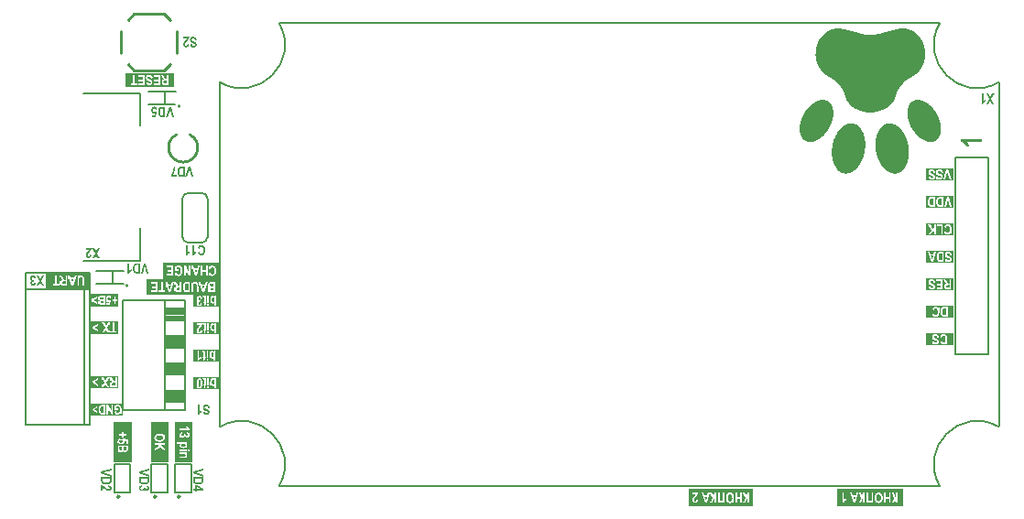
<source format=gto>
G04*
G04 #@! TF.GenerationSoftware,Altium Limited,Altium Designer,24.2.2 (26)*
G04*
G04 Layer_Color=65535*
%FSLAX43Y43*%
%MOMM*%
G71*
G04*
G04 #@! TF.SameCoordinates,8CC7AA04-EDAA-4120-BC56-05CF8BE8917F*
G04*
G04*
G04 #@! TF.FilePolarity,Positive*
G04*
G01*
G75*
%ADD10C,0.250*%
%ADD11C,0.200*%
%ADD12C,0.254*%
%ADD13C,0.150*%
G36*
X81839Y45490D02*
X81948D01*
Y45468D01*
X82058D01*
Y45447D01*
X82145D01*
Y45425D01*
X82211D01*
Y45403D01*
X82276Y45403D01*
Y45381D01*
X82320Y45381D01*
Y45359D01*
X82386D01*
X82386Y45337D01*
X82429D01*
Y45315D01*
X82473Y45315D01*
Y45294D01*
X82495D01*
Y45272D01*
X82561Y45272D01*
Y45250D01*
X82582D01*
Y45228D01*
X82626Y45228D01*
Y45206D01*
X82648D01*
Y45184D01*
X82692D01*
Y45162D01*
X82714D01*
Y45140D01*
X82735D01*
Y45119D01*
X82779Y45119D01*
Y45097D01*
X82823D01*
Y45075D01*
Y45053D01*
X82867D01*
X82867Y45031D01*
X82888D01*
Y45009D01*
X82910D01*
Y44987D01*
X82932D01*
Y44966D01*
X82954D01*
Y44944D01*
X82976D01*
Y44922D01*
X82998D01*
Y44900D01*
X83020D01*
X83020Y44878D01*
X83042D01*
Y44856D01*
X83063D01*
Y44834D01*
X83085D01*
Y44813D01*
Y44791D01*
X83107D01*
Y44769D01*
X83129D01*
Y44747D01*
X83173D01*
Y44725D01*
Y44703D01*
X83195D01*
Y44681D01*
X83216D01*
Y44660D01*
Y44638D01*
X83238D01*
Y44616D01*
X83260D01*
Y44594D01*
Y44572D01*
X83282D01*
X83282Y44550D01*
X83282Y44528D01*
X83304D01*
Y44506D01*
X83326D01*
Y44485D01*
X83348D01*
Y44463D01*
Y44441D01*
X83369D01*
Y44419D01*
Y44397D01*
X83391Y44397D01*
Y44375D01*
X83413Y44375D01*
Y44353D01*
Y44332D01*
Y44310D01*
X83435D01*
Y44288D01*
Y44266D01*
X83457D01*
Y44244D01*
Y44222D01*
X83479D01*
Y44200D01*
Y44179D01*
X83479Y44157D01*
X83501D01*
X83501Y44135D01*
Y44113D01*
Y44091D01*
X83523D01*
Y44069D01*
Y44047D01*
X83544D01*
X83544Y44025D01*
Y44004D01*
X83566D01*
Y43982D01*
Y43960D01*
X83588D01*
Y43938D01*
Y43916D01*
Y43894D01*
Y43872D01*
X83610D01*
Y43851D01*
X83588D01*
Y43829D01*
X83610D01*
Y43807D01*
Y43785D01*
Y43763D01*
X83632D01*
Y43741D01*
Y43719D01*
Y43697D01*
Y43676D01*
X83654D01*
Y43654D01*
Y43632D01*
Y43610D01*
Y43588D01*
X83676D01*
Y43566D01*
Y43544D01*
Y43523D01*
Y43501D01*
Y43479D01*
Y43457D01*
Y43435D01*
Y43413D01*
Y43391D01*
Y43370D01*
Y43348D01*
X83697Y43348D01*
Y43326D01*
X83676D01*
Y43304D01*
X83697D01*
X83697Y43282D01*
Y43260D01*
Y43238D01*
Y43216D01*
Y43195D01*
Y43173D01*
X83697Y43151D01*
Y43129D01*
X83697Y43107D01*
Y43085D01*
Y43063D01*
Y43042D01*
Y43020D01*
X83697Y42998D01*
X83697Y42976D01*
X83676D01*
Y42954D01*
Y42932D01*
Y42910D01*
Y42889D01*
Y42867D01*
Y42845D01*
Y42823D01*
Y42801D01*
Y42779D01*
X83654D01*
Y42757D01*
Y42736D01*
Y42714D01*
Y42692D01*
Y42670D01*
X83632D01*
Y42648D01*
Y42626D01*
Y42604D01*
X83610Y42604D01*
Y42582D01*
Y42561D01*
Y42539D01*
X83588D01*
X83588Y42517D01*
X83610D01*
Y42495D01*
X83588D01*
Y42473D01*
Y42451D01*
Y42429D01*
Y42408D01*
X83566D01*
X83566Y42386D01*
X83566Y42364D01*
Y42342D01*
X83544D01*
Y42320D01*
Y42298D01*
Y42276D01*
X83523D01*
Y42255D01*
Y42233D01*
Y42211D01*
X83501D01*
Y42189D01*
X83479D01*
Y42167D01*
Y42145D01*
X83457Y42145D01*
Y42123D01*
Y42101D01*
Y42080D01*
X83435D01*
X83435Y42058D01*
Y42036D01*
Y42014D01*
X83413D01*
Y41992D01*
X83391D01*
Y41970D01*
X83369D01*
Y41948D01*
Y41927D01*
Y41905D01*
X83348D01*
Y41883D01*
Y41861D01*
X83326D01*
Y41839D01*
X83304Y41839D01*
Y41817D01*
Y41795D01*
X83282D01*
Y41773D01*
X83260D01*
X83260Y41752D01*
X83238D01*
Y41730D01*
Y41708D01*
X83216D01*
Y41686D01*
X83195D01*
Y41664D01*
Y41642D01*
X83173D01*
Y41620D01*
X83151D01*
Y41599D01*
Y41577D01*
X83129D01*
X83129Y41555D01*
X83107D01*
Y41533D01*
X83085D01*
Y41511D01*
X83063D01*
Y41489D01*
X83042D01*
Y41467D01*
X83020D01*
Y41446D01*
X82998D01*
Y41424D01*
X82976D01*
Y41402D01*
X82954D01*
Y41380D01*
X82932D01*
Y41358D01*
X82910D01*
Y41336D01*
X82888D01*
Y41314D01*
X82867D01*
Y41292D01*
X82823D01*
X82823Y41271D01*
X82801D01*
Y41249D01*
X82779D01*
Y41227D01*
X82757D01*
Y41205D01*
X82714D01*
Y41183D01*
X82670D01*
Y41161D01*
X82648D01*
Y41139D01*
X82626Y41139D01*
Y41118D01*
X82582D01*
Y41096D01*
X82539D01*
X82539Y41074D01*
X82517D01*
Y41052D01*
X82451D01*
Y41030D01*
X82429D01*
Y41008D01*
X82386D01*
Y40986D01*
X82364D01*
Y40965D01*
X82320D01*
Y40943D01*
X82276D01*
X82276Y40921D01*
X82233D01*
X82233Y40899D01*
X82211D01*
Y40877D01*
X82189D01*
Y40855D01*
X82145D01*
Y40833D01*
X82101D01*
Y40812D01*
X82080D01*
Y40790D01*
X82036D01*
Y40768D01*
X82014D01*
Y40746D01*
X81970D01*
Y40724D01*
X81948Y40724D01*
X81948Y40702D01*
X81926D01*
Y40680D01*
X81905D01*
Y40658D01*
X81861D01*
Y40637D01*
X81839D01*
Y40615D01*
X81817D01*
X81817Y40593D01*
X81795D01*
Y40571D01*
X81752D01*
Y40549D01*
Y40527D01*
X81730Y40527D01*
Y40505D01*
X81708D01*
Y40484D01*
X81664D01*
Y40462D01*
X81664Y40440D01*
X81620D01*
Y40418D01*
Y40396D01*
X81577D01*
Y40374D01*
X81555Y40374D01*
X81555Y40352D01*
X81533D01*
Y40331D01*
Y40309D01*
X81511D01*
X81511Y40287D01*
Y40265D01*
X81467D01*
Y40243D01*
Y40221D01*
X81446D01*
Y40199D01*
X81424D01*
Y40177D01*
X81402D01*
Y40156D01*
Y40134D01*
X81380D01*
X81380Y40112D01*
X81358D01*
Y40090D01*
X81336D01*
Y40068D01*
Y40046D01*
X81314D01*
Y40024D01*
X81292Y40024D01*
Y40003D01*
X81271D01*
Y39981D01*
Y39959D01*
Y39937D01*
X81249Y39937D01*
Y39915D01*
X81227D01*
X81227Y39893D01*
Y39871D01*
X81205D01*
Y39850D01*
Y39828D01*
X81183D01*
Y39806D01*
Y39784D01*
X81161D01*
Y39762D01*
X81139D01*
Y39740D01*
Y39718D01*
X81118D01*
Y39696D01*
X81096D01*
Y39675D01*
X81118D01*
Y39653D01*
X81096D01*
Y39631D01*
X81096Y39609D01*
X81074D01*
X81074Y39587D01*
Y39565D01*
X81052D01*
Y39543D01*
Y39522D01*
Y39500D01*
X81030D01*
Y39478D01*
Y39456D01*
Y39434D01*
X81008D01*
Y39412D01*
Y39390D01*
Y39369D01*
X80986Y39369D01*
Y39347D01*
Y39325D01*
Y39303D01*
X80964D01*
X80965Y39281D01*
Y39259D01*
Y39237D01*
X80943D01*
Y39215D01*
Y39194D01*
Y39172D01*
X80921D01*
X80921Y39150D01*
X80921Y39128D01*
Y39106D01*
X80899D01*
Y39084D01*
Y39062D01*
Y39041D01*
X80877D01*
Y39019D01*
X80855D01*
Y38997D01*
Y38975D01*
Y38953D01*
X80833Y38953D01*
Y38931D01*
X80855Y38931D01*
Y38909D01*
X80833Y38909D01*
Y38888D01*
X80811D01*
X80811Y38866D01*
X80790D01*
Y38844D01*
X80790Y38822D01*
X80768D01*
Y38800D01*
Y38778D01*
X80746D01*
Y38756D01*
Y38734D01*
X80724D01*
Y38713D01*
X80702D01*
Y38691D01*
Y38669D01*
X80680D01*
Y38647D01*
X80658D01*
Y38625D01*
Y38603D01*
X80637D01*
Y38581D01*
X80615D01*
X80615Y38560D01*
X80571D01*
Y38538D01*
Y38516D01*
X80549D01*
Y38494D01*
X80527Y38494D01*
Y38472D01*
X80505D01*
Y38450D01*
X80483D01*
Y38428D01*
X80462D01*
X80462Y38407D01*
X80440D01*
Y38385D01*
X80418D01*
Y38363D01*
X80396D01*
Y38341D01*
X80352D01*
Y38319D01*
X80330D01*
Y38297D01*
X80309D01*
Y38275D01*
X80287D01*
Y38253D01*
X80243D01*
Y38232D01*
X80221D01*
Y38210D01*
X80177Y38210D01*
Y38188D01*
X80156D01*
Y38166D01*
X80134D01*
Y38144D01*
X80090D01*
X80090Y38122D01*
X80046D01*
X80046Y38100D01*
X80003Y38100D01*
Y38079D01*
X79959Y38079D01*
Y38057D01*
X79915D01*
Y38035D01*
X79871D01*
Y38013D01*
X79849D01*
Y37991D01*
X79784D01*
X79784Y37969D01*
X79718D01*
Y37947D01*
X79653Y37947D01*
Y37926D01*
X79587D01*
Y37904D01*
X79521D01*
Y37882D01*
X79478D01*
Y37860D01*
X79390D01*
Y37838D01*
X79303D01*
X79303Y37816D01*
X79172D01*
Y37794D01*
X79062D01*
Y37772D01*
X78822D01*
Y37751D01*
X78800Y37751D01*
Y37772D01*
X78778D01*
Y37751D01*
X78472Y37751D01*
Y37772D01*
X78210D01*
Y37794D01*
X78100D01*
Y37816D01*
X77947D01*
X77947Y37838D01*
X77860D01*
Y37860D01*
X77794D01*
Y37882D01*
X77751D01*
Y37904D01*
X77663D01*
Y37926D01*
X77598D01*
Y37947D01*
X77532D01*
Y37969D01*
X77488D01*
Y37991D01*
X77423Y37991D01*
Y38013D01*
X77401D01*
Y38035D01*
X77335D01*
Y38057D01*
X77313D01*
Y38079D01*
X77248Y38079D01*
X77248Y38100D01*
X77204D01*
Y38122D01*
X77160D01*
Y38144D01*
X77138D01*
X77138Y38166D01*
X77095D01*
Y38188D01*
X77073D01*
Y38210D01*
X77029D01*
Y38232D01*
X77007D01*
Y38253D01*
X76985D01*
Y38275D01*
X76942D01*
Y38297D01*
X76920D01*
Y38319D01*
X76876D01*
Y38341D01*
X76854D01*
Y38363D01*
X76832D01*
Y38385D01*
X76810D01*
Y38407D01*
X76789D01*
X76789Y38428D01*
X76767D01*
Y38450D01*
X76745D01*
Y38472D01*
X76723Y38472D01*
Y38494D01*
X76701Y38494D01*
Y38516D01*
X76679D01*
Y38538D01*
X76657D01*
Y38560D01*
X76636D01*
X76635Y38581D01*
X76614D01*
Y38603D01*
Y38625D01*
X76592D01*
Y38647D01*
Y38669D01*
X76570D01*
Y38691D01*
X76548D01*
Y38713D01*
Y38734D01*
X76526D01*
Y38756D01*
X76504D01*
Y38778D01*
Y38800D01*
X76482D01*
Y38822D01*
X76461D01*
Y38844D01*
X76439D01*
Y38866D01*
Y38888D01*
Y38909D01*
X76417D01*
X76417Y38931D01*
Y38953D01*
X76395Y38953D01*
Y38975D01*
Y38997D01*
Y39019D01*
X76373D01*
Y39041D01*
X76373Y39062D01*
X76373Y39084D01*
X76351D01*
Y39106D01*
Y39128D01*
X76329D01*
Y39150D01*
Y39172D01*
Y39194D01*
X76308D01*
Y39215D01*
Y39237D01*
Y39259D01*
X76286D01*
Y39281D01*
Y39303D01*
Y39325D01*
X76264D01*
Y39347D01*
Y39369D01*
Y39390D01*
X76242Y39390D01*
Y39412D01*
X76242Y39434D01*
Y39456D01*
Y39478D01*
X76220D01*
X76220Y39500D01*
Y39522D01*
X76198D01*
Y39543D01*
Y39565D01*
Y39587D01*
X76176D01*
X76176Y39609D01*
X76176Y39631D01*
Y39653D01*
X76155D01*
Y39675D01*
X76133D01*
Y39696D01*
Y39718D01*
X76111D01*
Y39740D01*
Y39762D01*
X76089D01*
Y39784D01*
Y39806D01*
X76067D01*
Y39828D01*
Y39850D01*
X76045D01*
Y39871D01*
X76023D01*
Y39893D01*
Y39915D01*
X76001Y39915D01*
Y39937D01*
Y39959D01*
X75980D01*
Y39981D01*
Y40003D01*
Y40024D01*
X75958D01*
X75958Y40046D01*
X75936D01*
Y40068D01*
X75914D01*
Y40090D01*
X75892D01*
Y40112D01*
X75870Y40112D01*
Y40134D01*
Y40156D01*
X75848D01*
Y40177D01*
X75827D01*
Y40199D01*
X75805D01*
Y40221D01*
Y40243D01*
X75783D01*
Y40265D01*
X75761D01*
Y40287D01*
X75739D01*
Y40309D01*
X75717D01*
Y40331D01*
Y40352D01*
X75695D01*
Y40374D01*
Y40396D01*
X75652D01*
Y40418D01*
X75630D01*
Y40440D01*
X75608D01*
Y40462D01*
X75586D01*
Y40484D01*
X75542D01*
Y40505D01*
X75520D01*
X75520Y40527D01*
X75499D01*
Y40549D01*
X75477D01*
Y40571D01*
X75455D01*
Y40593D01*
X75433D01*
Y40615D01*
X75411D01*
Y40637D01*
X75389D01*
Y40658D01*
X75367D01*
X75367Y40680D01*
X75346D01*
Y40702D01*
X75324D01*
Y40724D01*
X75280Y40724D01*
Y40746D01*
X75258D01*
Y40768D01*
X75214D01*
X75214Y40790D01*
X75171D01*
Y40812D01*
X75149D01*
Y40833D01*
X75105Y40833D01*
Y40855D01*
X75083Y40855D01*
Y40877D01*
X75061D01*
Y40899D01*
X75018D01*
X75018Y40921D01*
X74996D01*
Y40943D01*
X74952D01*
Y40965D01*
X74908D01*
Y40986D01*
X74865Y40986D01*
Y41008D01*
X74843D01*
Y41030D01*
X74777D01*
X74777Y41052D01*
X74755D01*
X74755Y41074D01*
X74712D01*
X74712Y41096D01*
X74668D01*
Y41118D01*
X74646D01*
Y41139D01*
X74602Y41139D01*
Y41161D01*
Y41183D01*
X74537D01*
Y41205D01*
X74515D01*
Y41227D01*
X74493D01*
Y41249D01*
X74449D01*
Y41271D01*
X74427D01*
Y41292D01*
X74405D01*
Y41314D01*
X74384D01*
Y41336D01*
X74362D01*
Y41358D01*
X74340D01*
Y41380D01*
X74318D01*
Y41402D01*
X74274D01*
Y41424D01*
X74252Y41424D01*
Y41446D01*
X74231D01*
Y41467D01*
X74209Y41467D01*
Y41489D01*
X74187D01*
Y41511D01*
X74165D01*
Y41533D01*
X74143D01*
Y41555D01*
Y41577D01*
X74121D01*
Y41599D01*
X74099D01*
Y41620D01*
X74077D01*
Y41642D01*
Y41664D01*
X74056D01*
Y41686D01*
X74034D01*
Y41708D01*
X74012D01*
Y41730D01*
Y41752D01*
X73990D01*
Y41773D01*
Y41795D01*
X73968D01*
Y41817D01*
X73946D01*
Y41839D01*
X73924Y41839D01*
Y41861D01*
X73903D01*
X73903Y41883D01*
X73903Y41905D01*
Y41927D01*
X73881D01*
Y41948D01*
Y41970D01*
X73859D01*
Y41992D01*
Y42014D01*
X73837D01*
Y42036D01*
X73815D01*
Y42058D01*
Y42080D01*
Y42101D01*
X73793D01*
X73793Y42123D01*
X73793Y42145D01*
X73771Y42145D01*
Y42167D01*
Y42189D01*
X73750Y42189D01*
Y42211D01*
X73728D01*
Y42233D01*
Y42255D01*
Y42276D01*
Y42298D01*
Y42320D01*
X73706D01*
Y42342D01*
Y42364D01*
X73706Y42386D01*
X73684D01*
Y42408D01*
Y42429D01*
X73662D01*
Y42451D01*
Y42473D01*
Y42495D01*
X73640D01*
Y42517D01*
Y42539D01*
Y42561D01*
X73640Y42582D01*
X73618D01*
Y42604D01*
Y42626D01*
Y42648D01*
Y42670D01*
Y42692D01*
Y42714D01*
X73596D01*
Y42736D01*
Y42757D01*
Y42779D01*
Y42801D01*
Y42823D01*
X73596Y42845D01*
X73575D01*
Y42867D01*
Y42889D01*
Y42910D01*
Y42932D01*
Y42954D01*
Y42976D01*
Y42998D01*
X73553D01*
X73553Y43020D01*
Y43042D01*
Y43063D01*
Y43085D01*
Y43107D01*
X73553Y43129D01*
X73575D01*
Y43151D01*
Y43173D01*
Y43195D01*
Y43216D01*
Y43238D01*
Y43260D01*
Y43282D01*
Y43304D01*
Y43326D01*
Y43348D01*
Y43370D01*
Y43391D01*
Y43413D01*
Y43435D01*
Y43457D01*
Y43479D01*
Y43501D01*
X73596D01*
Y43523D01*
Y43544D01*
Y43566D01*
X73596Y43588D01*
Y43610D01*
X73618D01*
Y43632D01*
Y43654D01*
Y43676D01*
Y43697D01*
Y43719D01*
Y43741D01*
X73640D01*
Y43763D01*
X73618D01*
Y43785D01*
X73640D01*
Y43807D01*
Y43829D01*
X73640Y43851D01*
X73662Y43851D01*
Y43872D01*
Y43894D01*
Y43916D01*
X73684D01*
Y43938D01*
Y43960D01*
X73706D01*
Y43982D01*
Y44004D01*
X73728D01*
Y44025D01*
X73706D01*
X73706Y44047D01*
X73728D01*
Y44069D01*
Y44091D01*
Y44113D01*
X73750D01*
Y44135D01*
Y44157D01*
Y44179D01*
X73771D01*
Y44200D01*
X73793D01*
Y44222D01*
Y44244D01*
Y44266D01*
X73815D01*
Y44288D01*
Y44310D01*
X73837D01*
Y44332D01*
X73859D01*
Y44353D01*
Y44375D01*
X73881Y44375D01*
Y44397D01*
X73903D01*
Y44419D01*
X73881D01*
Y44441D01*
X73903D01*
X73903Y44463D01*
X73924D01*
Y44485D01*
Y44506D01*
X73946D01*
Y44528D01*
X73968D01*
Y44550D01*
Y44572D01*
X73990D01*
Y44594D01*
X74012D01*
Y44616D01*
Y44638D01*
X74034D01*
Y44660D01*
X74056Y44660D01*
Y44681D01*
X74056Y44703D01*
X74077D01*
Y44725D01*
X74099D01*
Y44747D01*
X74121D01*
Y44769D01*
X74143Y44769D01*
Y44791D01*
X74165D01*
Y44813D01*
Y44834D01*
X74209D01*
X74209Y44856D01*
X74209Y44878D01*
X74252D01*
X74252Y44900D01*
X74252Y44922D01*
X74296Y44922D01*
Y44944D01*
X74318D01*
Y44966D01*
X74340Y44966D01*
X74340Y44987D01*
X74362D01*
Y45009D01*
X74384D01*
Y45031D01*
X74405D01*
Y45053D01*
X74427Y45053D01*
Y45075D01*
X74449D01*
Y45097D01*
X74471D01*
Y45119D01*
X74515Y45119D01*
Y45140D01*
X74537D01*
Y45162D01*
X74580D01*
Y45184D01*
X74624D01*
Y45206D01*
X74646D01*
Y45228D01*
X74690D01*
Y45250D01*
X74712Y45250D01*
Y45272D01*
X74755D01*
Y45294D01*
X74799D01*
X74799Y45315D01*
X74865D01*
Y45337D01*
X74886D01*
Y45359D01*
X74952D01*
Y45381D01*
X74996D01*
Y45403D01*
X75039D01*
Y45425D01*
X75105D01*
Y45447D01*
X75127D01*
Y45425D01*
X75149D01*
Y45447D01*
X75258Y45447D01*
X75258Y45468D01*
X75324D01*
Y45490D01*
X75411D01*
Y45512D01*
X75870D01*
Y45490D01*
X76001D01*
Y45468D01*
X76111D01*
Y45447D01*
X76133D01*
Y45468D01*
X76155D01*
Y45447D01*
X76264D01*
Y45425D01*
X76308D01*
Y45403D01*
X76395D01*
Y45381D01*
X76461D01*
Y45359D01*
X76570D01*
X76570Y45337D01*
X76635D01*
X76636Y45315D01*
X76723D01*
Y45294D01*
X76810D01*
Y45272D01*
X76920Y45272D01*
Y45250D01*
X76985Y45250D01*
X76985Y45228D01*
X77051D01*
Y45206D01*
X77138D01*
Y45184D01*
X77248D01*
X77248Y45162D01*
X77335D01*
Y45140D01*
X77401D01*
Y45119D01*
X77466Y45119D01*
Y45097D01*
X77532D01*
Y45075D01*
X77554D01*
Y45097D01*
X77576D01*
Y45075D01*
X77663D01*
Y45053D01*
X77729D01*
Y45031D01*
X77816D01*
Y45009D01*
X77882D01*
X77882Y44987D01*
X77904D01*
Y45009D01*
X77925D01*
Y44987D01*
X78013D01*
Y44966D01*
X78100D01*
Y44944D01*
X78210D01*
Y44922D01*
X78406D01*
Y44900D01*
X78428D01*
Y44922D01*
X78450D01*
Y44900D01*
X78472D01*
Y44922D01*
X78494D01*
Y44900D01*
X78560D01*
Y44922D01*
X78581D01*
Y44900D01*
X78691D01*
X78691Y44922D01*
X78713Y44922D01*
Y44900D01*
X78778D01*
Y44922D01*
X78800D01*
Y44900D01*
X78822D01*
Y44922D01*
X78844Y44922D01*
X78844Y44900D01*
X78866D01*
Y44922D01*
X79040D01*
X79040Y44944D01*
X79128D01*
Y44966D01*
X79237Y44966D01*
Y44987D01*
X79368D01*
Y45009D01*
X79456D01*
Y45031D01*
X79521D01*
Y45053D01*
X79587D01*
Y45075D01*
X79696D01*
Y45097D01*
X79784Y45097D01*
Y45119D01*
X79849Y45119D01*
Y45140D01*
X79937D01*
Y45162D01*
X80024D01*
X80024Y45184D01*
X80112D01*
Y45206D01*
X80177D01*
Y45228D01*
X80265Y45228D01*
Y45250D01*
X80352Y45250D01*
Y45272D01*
X80462D01*
Y45294D01*
X80527D01*
Y45315D01*
X80593D01*
Y45337D01*
X80702D01*
Y45359D01*
X80768Y45359D01*
Y45381D01*
X80855Y45381D01*
Y45403D01*
X80943Y45403D01*
Y45425D01*
X81008D01*
Y45447D01*
X81030D01*
Y45425D01*
X81052D01*
Y45447D01*
X81118Y45447D01*
X81118Y45468D01*
X81205D01*
Y45490D01*
X81336D01*
X81336Y45512D01*
X81839D01*
Y45490D01*
D02*
G37*
G36*
X83107Y38909D02*
Y38888D01*
X83260D01*
X83260Y38866D01*
X83348D01*
Y38844D01*
X83391Y38844D01*
Y38822D01*
X83457D01*
Y38800D01*
X83523D01*
Y38778D01*
X83566D01*
Y38756D01*
X83610D01*
Y38734D01*
X83676D01*
Y38713D01*
X83697D01*
X83697Y38691D01*
X83741Y38691D01*
Y38669D01*
X83785Y38669D01*
Y38647D01*
X83807D01*
Y38625D01*
X83850D01*
Y38603D01*
X83894D01*
Y38581D01*
X83916D01*
Y38560D01*
X83938D01*
Y38538D01*
X84004D01*
X84004Y38516D01*
Y38494D01*
X84047D01*
Y38472D01*
Y38450D01*
X84091Y38450D01*
Y38428D01*
X84113D01*
Y38407D01*
X84135D01*
Y38385D01*
X84157D01*
Y38363D01*
X84178Y38363D01*
Y38341D01*
X84200D01*
Y38319D01*
X84244D01*
X84244Y38297D01*
X84266D01*
X84266Y38275D01*
X84288D01*
Y38253D01*
X84310D01*
Y38232D01*
Y38210D01*
X84331Y38210D01*
Y38188D01*
X84353D01*
Y38166D01*
X84375D01*
Y38144D01*
X84397D01*
X84397Y38122D01*
X84419D01*
Y38100D01*
X84441D01*
Y38079D01*
Y38057D01*
X84485Y38057D01*
Y38035D01*
Y38013D01*
X84506D01*
Y37991D01*
X84528D01*
Y37969D01*
X84550D01*
Y37947D01*
Y37926D01*
X84572D01*
Y37904D01*
X84594D01*
X84594Y37882D01*
Y37860D01*
X84616D01*
Y37838D01*
Y37816D01*
X84638D01*
Y37794D01*
X84659Y37794D01*
Y37772D01*
X84681D01*
Y37751D01*
X84703D01*
Y37729D01*
X84703Y37707D01*
X84725D01*
Y37685D01*
Y37663D01*
X84747D01*
Y37641D01*
X84769D01*
Y37619D01*
Y37598D01*
Y37576D01*
X84791D01*
Y37554D01*
X84812D01*
Y37532D01*
Y37510D01*
X84834D01*
Y37488D01*
Y37466D01*
X84856D01*
Y37445D01*
Y37423D01*
X84856Y37401D01*
X84878D01*
Y37379D01*
X84900D01*
X84900Y37357D01*
Y37335D01*
X84922D01*
Y37313D01*
Y37291D01*
X84944D01*
X84944Y37270D01*
Y37248D01*
Y37226D01*
X84966D01*
Y37204D01*
Y37182D01*
Y37160D01*
X84987D01*
Y37138D01*
Y37117D01*
Y37095D01*
X85009D01*
X85009Y37073D01*
Y37051D01*
X85031Y37051D01*
X85031Y37029D01*
Y37007D01*
Y36985D01*
Y36964D01*
X85053D01*
Y36942D01*
Y36920D01*
X85075D01*
Y36898D01*
Y36876D01*
Y36854D01*
Y36832D01*
X85097D01*
X85097Y36810D01*
Y36789D01*
Y36767D01*
Y36745D01*
Y36723D01*
X85119D01*
Y36701D01*
Y36679D01*
Y36657D01*
Y36636D01*
Y36614D01*
X85140D01*
Y36592D01*
Y36570D01*
Y36548D01*
Y36526D01*
Y36504D01*
Y36483D01*
Y36461D01*
X85162D01*
X85162Y36439D01*
X85162Y36417D01*
Y36395D01*
Y36373D01*
Y36351D01*
X85162Y36329D01*
X85162Y36308D01*
X85162Y36286D01*
X85162Y36264D01*
Y36242D01*
Y36220D01*
Y36198D01*
Y36176D01*
Y36155D01*
X85162Y36133D01*
X85162Y36111D01*
Y36089D01*
Y36067D01*
Y36045D01*
X85140D01*
Y36023D01*
X85162Y36023D01*
Y36002D01*
X85140Y36002D01*
Y35980D01*
Y35958D01*
Y35936D01*
X85119D01*
Y35914D01*
X85140D01*
Y35892D01*
Y35870D01*
Y35848D01*
X85119D01*
Y35827D01*
Y35805D01*
Y35783D01*
Y35761D01*
X85097Y35761D01*
Y35739D01*
Y35717D01*
X85075D01*
Y35695D01*
Y35674D01*
Y35652D01*
Y35630D01*
X85053D01*
X85053Y35608D01*
X85053Y35586D01*
X85031D01*
Y35564D01*
X85031Y35542D01*
X85009D01*
Y35521D01*
X85009Y35499D01*
X84987D01*
Y35477D01*
Y35455D01*
X84966D01*
Y35433D01*
Y35411D01*
X84944D01*
Y35389D01*
X84922D01*
Y35367D01*
X84900D01*
X84900Y35346D01*
Y35324D01*
X84856D01*
Y35302D01*
Y35280D01*
X84834D01*
Y35258D01*
X84812D01*
Y35236D01*
X84769D01*
Y35214D01*
X84747D01*
X84747Y35193D01*
X84725D01*
Y35171D01*
X84703D01*
Y35149D01*
X84659D01*
Y35127D01*
X84616D01*
Y35105D01*
X84572D01*
Y35083D01*
X84528D01*
Y35061D01*
X84463D01*
Y35040D01*
X84353D01*
Y35018D01*
X84331Y35018D01*
X84331Y35040D01*
X84310D01*
X84310Y35018D01*
X84113D01*
Y35040D01*
X84091D01*
Y35018D01*
X84069D01*
Y35040D01*
X84047D01*
Y35018D01*
X84025Y35018D01*
X84025Y35040D01*
X83916D01*
Y35061D01*
X83829D01*
Y35083D01*
X83785Y35083D01*
Y35105D01*
X83719D01*
X83719Y35127D01*
X83654D01*
Y35149D01*
X83632D01*
Y35171D01*
X83566D01*
X83566Y35193D01*
X83523D01*
Y35214D01*
X83479D01*
X83479Y35236D01*
X83457Y35236D01*
Y35258D01*
X83413D01*
Y35280D01*
X83369D01*
Y35302D01*
X83348D01*
Y35324D01*
X83304D01*
Y35346D01*
X83260D01*
Y35367D01*
X83238D01*
Y35389D01*
X83216D01*
Y35411D01*
X83195D01*
Y35433D01*
X83173D01*
Y35455D01*
X83151D01*
Y35477D01*
X83129D01*
X83129Y35499D01*
X83085D01*
Y35521D01*
X83063D01*
Y35542D01*
X83042Y35542D01*
Y35564D01*
X83020D01*
Y35586D01*
X82998D01*
Y35608D01*
X82954D01*
X82954Y35630D01*
X82932D01*
X82932Y35652D01*
X82910D01*
Y35674D01*
Y35695D01*
X82888Y35695D01*
Y35717D01*
X82867D01*
Y35739D01*
X82845D01*
Y35761D01*
X82823D01*
Y35783D01*
X82801D01*
X82801Y35805D01*
X82779D01*
Y35827D01*
Y35848D01*
X82757D01*
Y35870D01*
X82735Y35870D01*
Y35892D01*
X82714D01*
Y35914D01*
X82692D01*
Y35936D01*
X82670D01*
Y35958D01*
Y35980D01*
X82648D01*
Y36002D01*
X82626D01*
Y36023D01*
X82604D01*
Y36045D01*
Y36067D01*
X82582D01*
Y36089D01*
Y36111D01*
X82561D01*
X82561Y36133D01*
X82539D01*
X82539Y36155D01*
X82539Y36176D01*
X82517D01*
Y36198D01*
X82495D01*
X82495Y36220D01*
Y36242D01*
X82473Y36242D01*
Y36264D01*
X82451D01*
Y36286D01*
Y36308D01*
X82429D01*
Y36329D01*
Y36351D01*
X82407D01*
Y36373D01*
Y36395D01*
X82386D01*
Y36417D01*
X82364D01*
Y36439D01*
Y36461D01*
Y36483D01*
X82342D01*
Y36504D01*
X82342Y36526D01*
Y36548D01*
X82320Y36548D01*
Y36570D01*
X82298D01*
Y36592D01*
Y36614D01*
X82276D01*
X82276Y36636D01*
X82254D01*
X82254Y36657D01*
Y36679D01*
Y36701D01*
Y36723D01*
X82233D01*
Y36745D01*
Y36767D01*
X82211Y36767D01*
Y36789D01*
Y36810D01*
Y36832D01*
Y36854D01*
X82189D01*
Y36876D01*
X82167D01*
Y36898D01*
Y36920D01*
Y36942D01*
X82145D01*
Y36964D01*
X82167D01*
X82167Y36985D01*
X82145D01*
Y37007D01*
Y37029D01*
X82123D01*
Y37051D01*
Y37073D01*
X82123Y37095D01*
X82123Y37117D01*
X82101D01*
Y37138D01*
Y37160D01*
Y37182D01*
Y37204D01*
Y37226D01*
X82080Y37226D01*
X82080Y37248D01*
X82080Y37270D01*
Y37291D01*
Y37313D01*
Y37335D01*
Y37357D01*
X82080Y37379D01*
X82058D01*
Y37401D01*
Y37423D01*
Y37445D01*
Y37466D01*
Y37488D01*
Y37510D01*
Y37532D01*
Y37554D01*
Y37576D01*
Y37598D01*
Y37619D01*
Y37641D01*
X82036Y37641D01*
Y37663D01*
Y37685D01*
Y37707D01*
Y37729D01*
Y37751D01*
Y37772D01*
Y37794D01*
Y37816D01*
X82058D01*
Y37838D01*
Y37860D01*
Y37882D01*
Y37904D01*
Y37926D01*
X82080D01*
Y37947D01*
X82058D01*
Y37969D01*
X82080D01*
X82080Y37991D01*
X82058D01*
Y38013D01*
X82080D01*
X82080Y38035D01*
Y38057D01*
Y38079D01*
Y38100D01*
Y38122D01*
X82080Y38144D01*
X82101D01*
Y38166D01*
Y38188D01*
X82123D01*
Y38210D01*
Y38232D01*
Y38253D01*
X82145D01*
Y38275D01*
Y38297D01*
Y38319D01*
X82167D01*
Y38341D01*
Y38363D01*
X82189Y38363D01*
Y38385D01*
Y38407D01*
X82211D01*
Y38428D01*
Y38450D01*
X82233D01*
Y38472D01*
X82233Y38494D01*
X82254D01*
Y38516D01*
X82276D01*
Y38538D01*
Y38560D01*
X82320Y38560D01*
Y38581D01*
Y38603D01*
X82342D01*
Y38625D01*
X82364D01*
Y38647D01*
Y38669D01*
X82407D01*
Y38691D01*
X82429D01*
Y38713D01*
X82451D01*
Y38734D01*
X82495D01*
Y38756D01*
X82517D01*
Y38778D01*
X82561D01*
Y38800D01*
X82604Y38800D01*
Y38822D01*
X82648D01*
Y38844D01*
X82714D01*
Y38866D01*
X82757D01*
Y38888D01*
X82910D01*
Y38909D01*
X83020D01*
X83020Y38888D01*
X83042D01*
Y38909D01*
X83107Y38909D01*
D02*
G37*
G36*
X74362Y38888D02*
X74471D01*
X74471Y38866D01*
X74558D01*
Y38844D01*
X74602D01*
Y38822D01*
X74646D01*
Y38800D01*
X74712Y38800D01*
Y38778D01*
X74733D01*
Y38756D01*
X74777D01*
Y38734D01*
X74799D01*
Y38713D01*
X74821D01*
Y38691D01*
X74843D01*
Y38669D01*
X74865D01*
Y38647D01*
X74886Y38647D01*
Y38625D01*
X74908D01*
Y38603D01*
X74930D01*
Y38581D01*
X74952D01*
X74952Y38560D01*
X74974D01*
Y38538D01*
X74996D01*
Y38516D01*
Y38494D01*
X75018Y38494D01*
Y38472D01*
X75018Y38450D01*
X75039D01*
Y38428D01*
X75061D01*
Y38407D01*
X75083D01*
Y38385D01*
X75061D01*
Y38363D01*
X75083D01*
Y38341D01*
Y38319D01*
X75105D01*
Y38297D01*
Y38275D01*
X75127D01*
Y38253D01*
Y38232D01*
X75149Y38232D01*
Y38210D01*
Y38188D01*
Y38166D01*
X75171D01*
X75171Y38144D01*
X75171Y38122D01*
Y38100D01*
Y38079D01*
Y38057D01*
Y38035D01*
X75171Y38013D01*
X75193D01*
Y37991D01*
Y37969D01*
Y37947D01*
Y37926D01*
Y37904D01*
Y37882D01*
X75214D01*
Y37860D01*
X75214Y37838D01*
X75214Y37816D01*
Y37794D01*
Y37772D01*
Y37751D01*
Y37729D01*
X75214Y37707D01*
Y37685D01*
X75214Y37663D01*
Y37641D01*
Y37619D01*
Y37598D01*
Y37576D01*
X75214Y37554D01*
X75193D01*
Y37532D01*
X75214D01*
X75214Y37510D01*
X75193D01*
Y37488D01*
X75214D01*
Y37466D01*
X75193D01*
Y37445D01*
Y37423D01*
Y37401D01*
Y37379D01*
Y37357D01*
Y37335D01*
Y37313D01*
X75171D01*
Y37291D01*
Y37270D01*
X75171Y37248D01*
X75149D01*
Y37226D01*
X75171Y37226D01*
Y37204D01*
Y37182D01*
X75149D01*
Y37160D01*
Y37138D01*
Y37117D01*
Y37095D01*
X75127D01*
Y37073D01*
Y37051D01*
Y37029D01*
X75105D01*
Y37007D01*
X75105Y36985D01*
X75105Y36964D01*
Y36942D01*
X75083D01*
Y36920D01*
Y36898D01*
Y36876D01*
X75061D01*
Y36854D01*
Y36832D01*
X75039D01*
Y36810D01*
Y36789D01*
Y36767D01*
X75018Y36767D01*
Y36745D01*
Y36723D01*
Y36701D01*
X74996D01*
Y36679D01*
Y36657D01*
Y36636D01*
X74974D01*
Y36614D01*
Y36592D01*
X74952D01*
Y36570D01*
X74952Y36548D01*
X74930D01*
Y36526D01*
Y36504D01*
X74908D01*
Y36483D01*
Y36461D01*
X74886D01*
Y36439D01*
Y36417D01*
X74865D01*
Y36395D01*
Y36373D01*
X74843D01*
Y36351D01*
X74821D01*
Y36329D01*
Y36308D01*
Y36286D01*
X74799D01*
Y36264D01*
X74777D01*
X74777Y36242D01*
Y36220D01*
X74755D01*
Y36198D01*
X74733D01*
Y36176D01*
Y36155D01*
X74712Y36155D01*
Y36133D01*
Y36111D01*
X74668D01*
X74668Y36089D01*
X74668Y36067D01*
Y36045D01*
X74646D01*
Y36023D01*
X74624D01*
Y36002D01*
X74602D01*
Y35980D01*
Y35958D01*
X74580D01*
Y35936D01*
X74558D01*
Y35914D01*
Y35892D01*
X74537D01*
Y35870D01*
X74515D01*
Y35848D01*
X74493D01*
Y35827D01*
X74471D01*
Y35805D01*
X74449D01*
X74449Y35783D01*
X74427D01*
Y35761D01*
X74405D01*
Y35739D01*
Y35717D01*
X74362Y35717D01*
Y35695D01*
Y35674D01*
X74340D01*
Y35652D01*
X74318D01*
X74318Y35630D01*
X74296D01*
Y35608D01*
X74274D01*
Y35586D01*
X74252D01*
Y35564D01*
X74209Y35564D01*
Y35542D01*
X74187D01*
Y35521D01*
X74165D01*
Y35499D01*
X74143D01*
Y35477D01*
X74121D01*
Y35455D01*
X74099D01*
Y35433D01*
X74077D01*
Y35411D01*
X74056D01*
Y35389D01*
X74012D01*
Y35367D01*
X73968D01*
Y35346D01*
X73946D01*
Y35324D01*
X73924D01*
Y35302D01*
X73859Y35302D01*
Y35280D01*
X73837Y35280D01*
Y35258D01*
X73815D01*
Y35236D01*
X73750D01*
Y35214D01*
X73728D01*
Y35193D01*
X73684D01*
Y35171D01*
X73640D01*
Y35149D01*
X73575D01*
Y35127D01*
X73553Y35127D01*
Y35105D01*
X73531D01*
Y35127D01*
X73509D01*
Y35105D01*
X73465D01*
Y35083D01*
X73422D01*
Y35061D01*
X73356D01*
Y35040D01*
X73247D01*
Y35018D01*
X73225Y35018D01*
Y35040D01*
X73203D01*
Y35018D01*
X72919D01*
Y35040D01*
X72809D01*
Y35061D01*
X72744D01*
X72744Y35083D01*
X72678D01*
Y35105D01*
X72656D01*
Y35127D01*
X72591Y35127D01*
Y35149D01*
X72569D01*
Y35171D01*
X72525D01*
Y35193D01*
X72503D01*
Y35214D01*
X72460D01*
Y35236D01*
X72438D01*
X72438Y35258D01*
X72416D01*
Y35280D01*
X72394D01*
Y35302D01*
X72372D01*
Y35324D01*
Y35346D01*
X72350D01*
Y35367D01*
X72328D01*
Y35389D01*
X72307D01*
Y35411D01*
Y35433D01*
X72285D01*
Y35455D01*
X72263D01*
Y35477D01*
Y35499D01*
X72241D01*
X72241Y35521D01*
X72241Y35542D01*
X72219Y35542D01*
Y35564D01*
Y35586D01*
Y35608D01*
X72197D01*
Y35630D01*
X72175Y35630D01*
X72175Y35652D01*
X72197D01*
Y35674D01*
X72175D01*
Y35695D01*
Y35717D01*
X72153D01*
Y35739D01*
Y35761D01*
X72132D01*
Y35783D01*
X72153D01*
Y35805D01*
X72132D01*
X72132Y35827D01*
X72132Y35848D01*
Y35870D01*
Y35892D01*
X72110D01*
Y35914D01*
Y35936D01*
Y35958D01*
Y35980D01*
Y36002D01*
Y36023D01*
Y36045D01*
Y36067D01*
X72088D01*
Y36089D01*
Y36111D01*
Y36133D01*
Y36155D01*
Y36176D01*
Y36198D01*
Y36220D01*
X72110D01*
Y36242D01*
X72088D01*
Y36264D01*
X72110D01*
Y36286D01*
X72088Y36286D01*
Y36308D01*
X72110D01*
Y36329D01*
X72088Y36329D01*
Y36351D01*
X72110D01*
Y36373D01*
Y36395D01*
Y36417D01*
X72088D01*
Y36439D01*
X72110Y36439D01*
Y36461D01*
Y36483D01*
Y36504D01*
Y36526D01*
Y36548D01*
Y36570D01*
Y36592D01*
X72132D01*
X72132Y36614D01*
X72132Y36636D01*
X72132Y36657D01*
Y36679D01*
Y36701D01*
X72153D01*
Y36723D01*
Y36745D01*
Y36767D01*
Y36789D01*
X72175D01*
Y36810D01*
X72175Y36832D01*
X72175Y36854D01*
Y36876D01*
X72197D01*
Y36898D01*
Y36920D01*
Y36942D01*
Y36964D01*
X72219D01*
Y36985D01*
Y37007D01*
X72241D01*
Y37029D01*
Y37051D01*
Y37073D01*
X72263Y37073D01*
Y37095D01*
Y37117D01*
Y37138D01*
X72285D01*
Y37160D01*
Y37182D01*
Y37204D01*
X72285Y37226D01*
X72307D01*
Y37248D01*
Y37270D01*
X72328D01*
X72328Y37291D01*
X72350Y37291D01*
Y37313D01*
Y37335D01*
Y37357D01*
X72372D01*
Y37379D01*
Y37401D01*
Y37423D01*
X72394D01*
Y37445D01*
X72416D01*
Y37466D01*
Y37488D01*
X72438D01*
Y37510D01*
X72438Y37532D01*
X72460D01*
Y37554D01*
Y37576D01*
Y37598D01*
X72481Y37598D01*
Y37619D01*
Y37641D01*
X72503Y37641D01*
Y37663D01*
X72525D01*
Y37685D01*
Y37707D01*
X72547D01*
X72547Y37729D01*
X72569D01*
Y37751D01*
X72591D01*
Y37772D01*
Y37794D01*
X72613D01*
Y37816D01*
X72634D01*
Y37838D01*
Y37860D01*
X72656D01*
Y37882D01*
Y37904D01*
X72678Y37904D01*
Y37926D01*
X72700D01*
Y37947D01*
Y37969D01*
X72722D01*
X72722Y37991D01*
X72744D01*
Y38013D01*
X72766D01*
Y38035D01*
X72788D01*
Y38057D01*
X72809Y38057D01*
Y38079D01*
X72831D01*
Y38100D01*
X72853D01*
Y38122D01*
X72853Y38144D01*
X72875D01*
X72875Y38166D01*
X72897D01*
Y38188D01*
X72919D01*
Y38210D01*
X72941Y38210D01*
Y38232D01*
X72962Y38232D01*
Y38253D01*
X72984D01*
Y38275D01*
Y38297D01*
X73028D01*
X73028Y38319D01*
X73050D01*
Y38341D01*
X73072D01*
Y38363D01*
X73094Y38363D01*
Y38385D01*
X73115Y38385D01*
Y38407D01*
X73137D01*
Y38428D01*
X73181D01*
X73181Y38450D01*
X73203D01*
X73203Y38472D01*
X73225Y38472D01*
Y38494D01*
X73247D01*
Y38516D01*
X73269Y38516D01*
Y38538D01*
X73312D01*
Y38560D01*
X73334D01*
Y38581D01*
X73378D01*
Y38603D01*
X73400D01*
Y38625D01*
X73443D01*
Y38647D01*
X73487Y38647D01*
Y38669D01*
X73509D01*
Y38691D01*
X73531D01*
Y38713D01*
X73596D01*
Y38734D01*
X73618D01*
Y38756D01*
X73684D01*
Y38778D01*
X73728D01*
Y38800D01*
X73793Y38800D01*
Y38822D01*
X73859D01*
Y38844D01*
X73903Y38844D01*
Y38866D01*
X73968D01*
Y38888D01*
X74165D01*
Y38909D01*
X74187D01*
Y38888D01*
X74209D01*
Y38909D01*
X74274D01*
Y38888D01*
X74296D01*
Y38909D01*
X74362D01*
Y38888D01*
D02*
G37*
G36*
X76876Y36723D02*
X76898D01*
Y36745D01*
X76920D01*
Y36723D01*
X77051D01*
Y36701D01*
X77138D01*
Y36679D01*
X77204D01*
Y36657D01*
X77248D01*
Y36636D01*
X77313D01*
X77313Y36614D01*
X77335D01*
Y36592D01*
X77379Y36592D01*
Y36570D01*
X77423D01*
X77423Y36548D01*
X77444D01*
Y36526D01*
X77488D01*
Y36504D01*
X77510D01*
Y36483D01*
X77532D01*
X77532Y36461D01*
X77554D01*
Y36439D01*
X77576D01*
Y36417D01*
X77598D01*
Y36395D01*
X77619D01*
Y36373D01*
X77641D01*
Y36351D01*
X77663D01*
Y36329D01*
X77685D01*
Y36308D01*
X77707D01*
Y36286D01*
Y36264D01*
X77729D01*
X77729Y36242D01*
Y36220D01*
X77751D01*
Y36198D01*
X77772D01*
Y36176D01*
X77794D01*
Y36155D01*
Y36133D01*
X77816Y36133D01*
Y36111D01*
X77838D01*
X77838Y36089D01*
X77838Y36067D01*
X77860D01*
Y36045D01*
X77882D01*
Y36023D01*
Y36002D01*
Y35980D01*
X77904D01*
Y35958D01*
X77925D01*
Y35936D01*
Y35914D01*
Y35892D01*
X77947D01*
Y35870D01*
X77969Y35870D01*
Y35848D01*
Y35827D01*
Y35805D01*
Y35783D01*
X77991D01*
Y35761D01*
Y35739D01*
X78013D01*
Y35717D01*
X77991Y35717D01*
X77991Y35695D01*
X78013D01*
Y35674D01*
Y35652D01*
X78035D01*
X78035Y35630D01*
X78035Y35608D01*
Y35586D01*
Y35564D01*
X78057D01*
Y35542D01*
Y35521D01*
Y35499D01*
X78078D01*
Y35477D01*
Y35455D01*
Y35433D01*
X78100D01*
Y35411D01*
Y35389D01*
X78100Y35367D01*
X78100Y35346D01*
Y35324D01*
Y35302D01*
X78122D01*
Y35280D01*
Y35258D01*
Y35236D01*
Y35214D01*
Y35193D01*
Y35171D01*
X78144D01*
X78144Y35149D01*
X78122D01*
Y35127D01*
X78144D01*
X78144Y35105D01*
Y35083D01*
Y35061D01*
Y35040D01*
X78144Y35018D01*
X78144Y34996D01*
X78144Y34974D01*
X78144Y34952D01*
Y34930D01*
Y34908D01*
Y34886D01*
X78144Y34865D01*
X78144Y34843D01*
X78144Y34821D01*
X78144Y34799D01*
X78166D01*
Y34777D01*
X78144D01*
Y34755D01*
Y34733D01*
X78144Y34712D01*
X78144Y34690D01*
X78144Y34668D01*
X78144Y34646D01*
Y34624D01*
Y34602D01*
Y34580D01*
Y34559D01*
Y34537D01*
X78144Y34515D01*
X78144Y34493D01*
Y34471D01*
Y34449D01*
X78122D01*
Y34427D01*
X78144D01*
Y34405D01*
X78122Y34405D01*
Y34384D01*
X78144D01*
Y34362D01*
X78122D01*
Y34340D01*
X78144D01*
Y34318D01*
X78122D01*
Y34296D01*
Y34274D01*
Y34252D01*
Y34231D01*
Y34209D01*
Y34187D01*
Y34165D01*
X78100D01*
X78100Y34143D01*
Y34121D01*
Y34099D01*
X78078D01*
Y34078D01*
Y34056D01*
Y34034D01*
Y34012D01*
Y33990D01*
X78057D01*
Y33968D01*
Y33946D01*
Y33924D01*
X78035Y33924D01*
X78035Y33903D01*
X78057D01*
Y33881D01*
X78035D01*
Y33859D01*
Y33837D01*
Y33815D01*
Y33793D01*
X78013D01*
Y33771D01*
Y33750D01*
Y33728D01*
Y33706D01*
X77991D01*
X77991Y33684D01*
X77991Y33662D01*
X77969D01*
Y33640D01*
Y33618D01*
X77947D01*
Y33597D01*
Y33575D01*
Y33553D01*
Y33531D01*
X77925D01*
Y33509D01*
Y33487D01*
X77904D01*
Y33465D01*
Y33443D01*
X77882D01*
X77882Y33422D01*
Y33400D01*
X77860D01*
Y33378D01*
X77882D01*
Y33356D01*
X77860D01*
Y33334D01*
Y33312D01*
X77838D01*
X77838Y33290D01*
Y33269D01*
X77816D01*
Y33247D01*
Y33225D01*
X77794Y33225D01*
Y33203D01*
Y33181D01*
X77772D01*
Y33159D01*
Y33137D01*
X77751D01*
Y33116D01*
X77729D01*
Y33094D01*
Y33072D01*
X77707D01*
Y33050D01*
Y33028D01*
X77685D01*
X77685Y33006D01*
X77685Y32984D01*
X77663Y32984D01*
Y32962D01*
X77641D01*
Y32941D01*
Y32919D01*
X77619Y32919D01*
Y32897D01*
Y32875D01*
X77598D01*
Y32853D01*
X77576D01*
X77576Y32831D01*
X77554D01*
Y32809D01*
X77532Y32809D01*
X77532Y32788D01*
X77510D01*
Y32766D01*
Y32744D01*
X77488D01*
Y32722D01*
X77466D01*
Y32700D01*
Y32678D01*
X77444D01*
Y32656D01*
X77423D01*
Y32635D01*
X77401D01*
Y32613D01*
Y32591D01*
X77379D01*
Y32569D01*
X77335D01*
Y32547D01*
Y32525D01*
X77291D01*
Y32503D01*
Y32481D01*
X77248D01*
Y32460D01*
X77226D01*
Y32438D01*
X77204D01*
Y32416D01*
X77182D01*
Y32394D01*
X77160D01*
Y32372D01*
X77117D01*
X77117Y32350D01*
X77095Y32350D01*
Y32328D01*
X77051D01*
Y32307D01*
X77029Y32307D01*
Y32285D01*
X77007D01*
Y32263D01*
X76963D01*
X76963Y32241D01*
X76920Y32241D01*
Y32219D01*
X76876D01*
Y32197D01*
X76832Y32197D01*
X76832Y32175D01*
X76767D01*
Y32154D01*
X76701D01*
Y32132D01*
X76635D01*
Y32110D01*
X76526D01*
X76526Y32088D01*
X76220D01*
X76220Y32110D01*
X76133D01*
Y32132D01*
X76067D01*
Y32154D01*
X76001D01*
Y32175D01*
X75936D01*
Y32197D01*
X75914D01*
Y32219D01*
X75870D01*
Y32241D01*
X75827Y32241D01*
Y32263D01*
X75783D01*
Y32285D01*
X75761D01*
Y32307D01*
X75739D01*
Y32328D01*
X75717D01*
Y32350D01*
X75674Y32350D01*
Y32372D01*
X75652D01*
Y32394D01*
X75630D01*
Y32416D01*
X75608D01*
Y32438D01*
X75586D01*
Y32460D01*
X75564D01*
Y32481D01*
Y32503D01*
X75542Y32503D01*
Y32525D01*
X75520D01*
X75520Y32547D01*
X75520Y32569D01*
X75499D01*
Y32591D01*
X75477D01*
X75477Y32613D01*
X75455Y32613D01*
Y32635D01*
X75433D01*
Y32656D01*
Y32678D01*
Y32700D01*
X75411D01*
X75411Y32722D01*
X75389D01*
Y32744D01*
X75367D01*
Y32766D01*
Y32788D01*
X75346D01*
Y32809D01*
Y32831D01*
X75324D01*
Y32853D01*
Y32875D01*
X75302D01*
Y32897D01*
Y32919D01*
X75280D01*
Y32941D01*
Y32962D01*
X75258D01*
Y32984D01*
X75258Y33006D01*
X75258Y33028D01*
Y33050D01*
X75236D01*
Y33072D01*
Y33094D01*
Y33116D01*
X75214D01*
Y33137D01*
Y33159D01*
Y33181D01*
X75193D01*
Y33203D01*
Y33225D01*
X75171Y33225D01*
Y33247D01*
Y33269D01*
Y33290D01*
Y33312D01*
X75149D01*
Y33334D01*
Y33356D01*
Y33378D01*
Y33400D01*
Y33422D01*
X75127D01*
Y33443D01*
Y33465D01*
Y33487D01*
Y33509D01*
Y33531D01*
X75105D01*
Y33553D01*
X75127D01*
Y33575D01*
X75105D01*
Y33597D01*
X75105Y33618D01*
X75105Y33640D01*
Y33662D01*
X75083D01*
Y33684D01*
Y33706D01*
Y33728D01*
Y33750D01*
Y33771D01*
Y33793D01*
Y33815D01*
Y33837D01*
Y33859D01*
Y33881D01*
Y33903D01*
Y33924D01*
X75061D01*
Y33946D01*
X75083D01*
Y33968D01*
X75061Y33968D01*
X75061Y33990D01*
X75083D01*
Y34012D01*
Y34034D01*
Y34056D01*
X75061D01*
Y34078D01*
X75083D01*
Y34099D01*
Y34121D01*
Y34143D01*
X75061D01*
X75061Y34165D01*
X75083D01*
Y34187D01*
X75061D01*
Y34209D01*
X75083D01*
Y34231D01*
X75061D01*
Y34252D01*
X75083D01*
Y34274D01*
Y34296D01*
Y34318D01*
Y34340D01*
Y34362D01*
Y34384D01*
Y34405D01*
Y34427D01*
Y34449D01*
X75105D01*
Y34471D01*
Y34493D01*
X75105Y34515D01*
X75105Y34537D01*
Y34559D01*
Y34580D01*
Y34602D01*
X75127D01*
Y34624D01*
Y34646D01*
Y34668D01*
Y34690D01*
Y34712D01*
X75149Y34712D01*
Y34733D01*
Y34755D01*
Y34777D01*
X75171D01*
X75171Y34799D01*
X75149D01*
Y34821D01*
X75171D01*
Y34843D01*
Y34865D01*
Y34886D01*
X75171Y34908D01*
Y34930D01*
X75193D01*
Y34952D01*
Y34974D01*
Y34996D01*
X75214D01*
Y35018D01*
Y35040D01*
Y35061D01*
X75214Y35083D01*
X75236D01*
Y35105D01*
Y35127D01*
X75258Y35127D01*
Y35149D01*
X75236D01*
Y35171D01*
X75258Y35171D01*
Y35193D01*
Y35214D01*
Y35236D01*
X75280D01*
Y35258D01*
X75302D01*
Y35280D01*
Y35302D01*
Y35324D01*
X75324D01*
Y35346D01*
X75324Y35367D01*
X75324Y35389D01*
X75346D01*
Y35411D01*
Y35433D01*
Y35455D01*
X75367D01*
Y35477D01*
X75367Y35499D01*
X75389D01*
Y35521D01*
Y35542D01*
X75411D01*
Y35564D01*
Y35586D01*
X75433Y35586D01*
Y35608D01*
Y35630D01*
X75455D01*
Y35652D01*
Y35674D01*
X75477Y35674D01*
X75477Y35695D01*
Y35717D01*
X75499Y35717D01*
X75499Y35739D01*
X75520Y35739D01*
X75520Y35761D01*
Y35783D01*
X75542D01*
Y35805D01*
Y35827D01*
X75564D01*
Y35848D01*
Y35870D01*
X75586D01*
Y35892D01*
Y35914D01*
X75608D01*
Y35936D01*
X75630D01*
Y35958D01*
X75652D01*
X75652Y35980D01*
X75674D01*
X75674Y36002D01*
X75695Y36002D01*
Y36023D01*
Y36045D01*
X75717D01*
Y36067D01*
X75739D01*
Y36089D01*
Y36111D01*
X75761D01*
Y36133D01*
X75783D01*
X75783Y36155D01*
X75805D01*
X75805Y36176D01*
X75805Y36198D01*
X75827D01*
Y36220D01*
X75848D01*
Y36242D01*
X75870Y36242D01*
Y36264D01*
X75892D01*
Y36286D01*
X75914Y36286D01*
Y36308D01*
X75936D01*
X75936Y36329D01*
X75958D01*
X75958Y36351D01*
X75980D01*
Y36373D01*
X76001D01*
Y36395D01*
X76045D01*
Y36417D01*
X76067D01*
Y36439D01*
X76089D01*
X76089Y36461D01*
X76111D01*
X76111Y36483D01*
X76155D01*
Y36504D01*
X76176D01*
Y36526D01*
X76220Y36526D01*
Y36548D01*
X76242D01*
Y36570D01*
X76308D01*
Y36592D01*
X76329D01*
Y36614D01*
X76395D01*
Y36636D01*
X76417D01*
X76417Y36657D01*
X76482D01*
X76482Y36679D01*
X76548D01*
Y36701D01*
X76657D01*
Y36723D01*
X76789D01*
Y36745D01*
X76876Y36745D01*
Y36723D01*
D02*
G37*
G36*
X80462D02*
X80615D01*
X80615Y36701D01*
X80680D01*
Y36679D01*
X80746D01*
Y36657D01*
X80855D01*
Y36636D01*
X80877D01*
Y36614D01*
X80921D01*
Y36592D01*
X80965D01*
Y36570D01*
X81008D01*
Y36548D01*
X81030D01*
Y36526D01*
X81074D01*
X81074Y36504D01*
X81096D01*
Y36483D01*
X81139D01*
Y36461D01*
X81161D01*
Y36439D01*
X81205Y36439D01*
Y36417D01*
X81227D01*
X81227Y36395D01*
X81249D01*
Y36373D01*
X81271Y36373D01*
Y36351D01*
X81292D01*
Y36329D01*
X81314Y36329D01*
Y36308D01*
X81336D01*
X81336Y36286D01*
X81358D01*
X81358Y36264D01*
X81380D01*
X81380Y36242D01*
X81402D01*
Y36220D01*
X81424Y36220D01*
Y36198D01*
X81446D01*
Y36176D01*
X81467Y36176D01*
Y36155D01*
Y36133D01*
X81489Y36133D01*
X81489Y36111D01*
X81511D01*
Y36089D01*
X81533D01*
Y36067D01*
Y36045D01*
X81555D01*
Y36023D01*
X81577D01*
Y36002D01*
X81599D01*
Y35980D01*
X81620Y35980D01*
Y35958D01*
X81642D01*
Y35936D01*
Y35914D01*
X81664D01*
Y35892D01*
Y35870D01*
X81686Y35870D01*
Y35848D01*
X81708D01*
Y35827D01*
Y35805D01*
X81708Y35783D01*
X81730Y35783D01*
Y35761D01*
X81752Y35761D01*
Y35739D01*
Y35717D01*
Y35695D01*
X81773Y35695D01*
X81773Y35674D01*
X81795D01*
X81795Y35652D01*
X81817D01*
Y35630D01*
Y35608D01*
X81839D01*
Y35586D01*
Y35564D01*
X81861D01*
Y35542D01*
Y35521D01*
X81883D01*
Y35499D01*
Y35477D01*
X81905Y35477D01*
Y35455D01*
Y35433D01*
Y35411D01*
X81926D01*
Y35389D01*
X81926Y35367D01*
X81926Y35346D01*
X81948D01*
Y35324D01*
Y35302D01*
Y35280D01*
X81970D01*
Y35258D01*
X81992D01*
Y35236D01*
Y35214D01*
Y35193D01*
Y35171D01*
X82014Y35171D01*
Y35149D01*
Y35127D01*
X82036D01*
Y35105D01*
Y35083D01*
Y35061D01*
Y35040D01*
Y35018D01*
X82058Y35018D01*
Y34996D01*
Y34974D01*
Y34952D01*
X82080D01*
X82080Y34930D01*
Y34908D01*
X82080Y34886D01*
Y34865D01*
Y34843D01*
X82101D01*
Y34821D01*
Y34799D01*
Y34777D01*
Y34755D01*
Y34733D01*
X82123D01*
Y34712D01*
Y34690D01*
Y34668D01*
X82145D01*
Y34646D01*
Y34624D01*
Y34602D01*
Y34580D01*
Y34559D01*
Y34537D01*
Y34515D01*
Y34493D01*
X82167D01*
Y34471D01*
Y34449D01*
Y34427D01*
Y34405D01*
Y34384D01*
Y34362D01*
Y34340D01*
Y34318D01*
Y34296D01*
Y34274D01*
X82189D01*
Y34252D01*
X82167Y34252D01*
Y34231D01*
X82189Y34231D01*
Y34209D01*
Y34187D01*
Y34165D01*
X82167D01*
Y34143D01*
X82189D01*
Y34121D01*
X82167D01*
Y34099D01*
X82189D01*
Y34078D01*
X82167Y34078D01*
Y34056D01*
X82189D01*
Y34034D01*
Y34012D01*
Y33990D01*
Y33968D01*
Y33946D01*
Y33924D01*
X82167Y33924D01*
X82167Y33903D01*
X82167Y33881D01*
Y33859D01*
Y33837D01*
X82189D01*
Y33815D01*
X82167D01*
Y33793D01*
X82189D01*
Y33771D01*
X82167Y33771D01*
Y33750D01*
Y33728D01*
Y33706D01*
Y33684D01*
Y33662D01*
Y33640D01*
Y33618D01*
X82145Y33618D01*
Y33597D01*
Y33575D01*
Y33553D01*
Y33531D01*
Y33509D01*
X82123Y33509D01*
Y33487D01*
Y33465D01*
Y33443D01*
Y33422D01*
Y33400D01*
X82101Y33400D01*
Y33378D01*
Y33356D01*
Y33334D01*
Y33312D01*
Y33290D01*
X82080D01*
Y33269D01*
Y33247D01*
Y33225D01*
X82058Y33225D01*
Y33203D01*
Y33181D01*
Y33159D01*
X82036D01*
X82036Y33137D01*
Y33116D01*
Y33094D01*
X82014D01*
Y33072D01*
Y33050D01*
Y33028D01*
X81992D01*
Y33006D01*
Y32984D01*
Y32962D01*
X81970D01*
Y32941D01*
Y32919D01*
X81948Y32919D01*
Y32897D01*
X81948Y32875D01*
X81926D01*
Y32853D01*
Y32831D01*
X81905D01*
Y32809D01*
Y32788D01*
X81883D01*
Y32766D01*
Y32744D01*
X81861D01*
Y32722D01*
Y32700D01*
X81839D01*
Y32678D01*
X81817D01*
X81817Y32656D01*
X81817Y32635D01*
X81795D01*
X81795Y32613D01*
X81795Y32591D01*
X81773D01*
Y32569D01*
X81752D01*
Y32547D01*
X81730Y32547D01*
Y32525D01*
X81708D01*
Y32503D01*
X81686Y32503D01*
Y32481D01*
X81664D01*
X81664Y32460D01*
X81642D01*
Y32438D01*
Y32416D01*
X81620D01*
Y32394D01*
X81599D01*
Y32372D01*
X81577D01*
Y32350D01*
X81533Y32350D01*
Y32328D01*
X81511D01*
X81511Y32307D01*
X81489D01*
X81489Y32285D01*
X81467D01*
Y32263D01*
X81424D01*
Y32241D01*
X81380Y32241D01*
X81380Y32219D01*
X81358D01*
X81358Y32197D01*
X81314Y32197D01*
Y32175D01*
X81249D01*
Y32154D01*
X81205D01*
Y32132D01*
X81118D01*
Y32110D01*
X81030D01*
Y32088D01*
X80724D01*
Y32110D01*
X80637D01*
Y32132D01*
X80549D01*
X80549Y32154D01*
X80505D01*
Y32175D01*
X80440D01*
Y32197D01*
X80396D01*
Y32219D01*
X80352D01*
X80352Y32241D01*
X80330D01*
X80330Y32263D01*
X80309D01*
Y32241D01*
X80287Y32241D01*
Y32263D01*
X80265D01*
Y32285D01*
X80243D01*
X80243Y32307D01*
X80199D01*
Y32328D01*
X80156D01*
Y32350D01*
X80134Y32350D01*
Y32372D01*
X80112D01*
Y32394D01*
X80068D01*
Y32416D01*
X80046D01*
Y32438D01*
X80024D01*
Y32460D01*
X80003D01*
Y32481D01*
X79981D01*
Y32503D01*
X79959D01*
Y32525D01*
X79937D01*
Y32547D01*
X79915D01*
Y32569D01*
X79893D01*
Y32591D01*
X79871D01*
Y32613D01*
X79849D01*
Y32635D01*
Y32656D01*
X79828D01*
Y32678D01*
X79806D01*
Y32700D01*
X79784D01*
Y32722D01*
X79762D01*
Y32744D01*
X79740D01*
Y32766D01*
Y32788D01*
X79718D01*
Y32809D01*
X79696D01*
Y32831D01*
X79675D01*
Y32853D01*
X79653D01*
Y32875D01*
X79653Y32897D01*
X79631D01*
Y32919D01*
X79609D01*
X79609Y32941D01*
Y32962D01*
X79587D01*
Y32984D01*
Y33006D01*
X79565D01*
X79565Y33028D01*
Y33050D01*
X79543D01*
Y33072D01*
Y33094D01*
X79521D01*
Y33116D01*
X79500D01*
Y33137D01*
Y33159D01*
X79478D01*
Y33181D01*
Y33203D01*
X79456D01*
Y33225D01*
Y33247D01*
X79434Y33247D01*
Y33269D01*
X79412D01*
Y33290D01*
X79412Y33312D01*
X79412Y33334D01*
X79390D01*
Y33356D01*
Y33378D01*
Y33400D01*
X79368D01*
Y33422D01*
Y33443D01*
X79347D01*
Y33465D01*
Y33487D01*
Y33509D01*
X79325Y33509D01*
X79325Y33531D01*
X79303D01*
X79303Y33553D01*
X79303Y33575D01*
Y33597D01*
Y33618D01*
Y33640D01*
X79281D01*
Y33662D01*
X79259D01*
Y33684D01*
Y33706D01*
Y33728D01*
Y33750D01*
X79237D01*
Y33771D01*
Y33793D01*
Y33815D01*
Y33837D01*
X79215D01*
Y33859D01*
Y33881D01*
Y33903D01*
X79194D01*
Y33924D01*
X79215D01*
Y33946D01*
X79194D01*
Y33968D01*
Y33990D01*
X79194Y34012D01*
X79172D01*
X79172Y34034D01*
Y34056D01*
Y34078D01*
Y34099D01*
X79150D01*
Y34121D01*
Y34143D01*
X79150Y34165D01*
X79150Y34187D01*
Y34209D01*
Y34231D01*
X79128D01*
Y34252D01*
Y34274D01*
Y34296D01*
Y34318D01*
Y34340D01*
Y34362D01*
Y34384D01*
Y34405D01*
Y34427D01*
X79106D01*
Y34449D01*
Y34471D01*
Y34493D01*
Y34515D01*
Y34537D01*
Y34559D01*
Y34580D01*
Y34602D01*
Y34624D01*
Y34646D01*
Y34668D01*
Y34690D01*
Y34712D01*
Y34733D01*
Y34755D01*
Y34777D01*
Y34799D01*
Y34821D01*
Y34843D01*
Y34865D01*
Y34886D01*
Y34908D01*
Y34930D01*
Y34952D01*
Y34974D01*
Y34996D01*
Y35018D01*
Y35040D01*
Y35061D01*
Y35083D01*
Y35105D01*
X79128D01*
Y35127D01*
Y35149D01*
Y35171D01*
Y35193D01*
Y35214D01*
Y35236D01*
Y35258D01*
X79150D01*
Y35280D01*
Y35302D01*
Y35324D01*
Y35346D01*
X79150Y35367D01*
X79172D01*
X79172Y35389D01*
Y35411D01*
Y35433D01*
Y35455D01*
Y35477D01*
X79194D01*
Y35499D01*
X79194Y35521D01*
Y35542D01*
X79194Y35564D01*
X79215Y35564D01*
Y35586D01*
Y35608D01*
Y35630D01*
X79237D01*
X79237Y35652D01*
Y35674D01*
X79259D01*
Y35695D01*
Y35717D01*
Y35739D01*
X79281Y35739D01*
Y35761D01*
Y35783D01*
Y35805D01*
Y35827D01*
X79303D01*
X79303Y35848D01*
Y35870D01*
Y35892D01*
X79325D01*
Y35914D01*
Y35936D01*
X79347D01*
Y35958D01*
X79368D01*
Y35980D01*
Y36002D01*
Y36023D01*
X79390D01*
Y36045D01*
Y36067D01*
X79412D01*
X79412Y36089D01*
X79434D01*
Y36111D01*
Y36133D01*
X79456D01*
X79456Y36155D01*
X79456Y36176D01*
X79478D01*
Y36198D01*
Y36220D01*
X79500D01*
Y36242D01*
X79521D01*
Y36264D01*
X79543D01*
Y36286D01*
X79565D01*
Y36308D01*
X79587D01*
Y36329D01*
X79609D01*
X79609Y36351D01*
X79631D01*
Y36373D01*
Y36395D01*
X79675D01*
Y36417D01*
Y36439D01*
X79718D01*
Y36461D01*
X79740D01*
Y36483D01*
X79762D01*
X79762Y36504D01*
X79784D01*
Y36526D01*
X79806D01*
Y36548D01*
X79828D01*
Y36570D01*
X79893D01*
Y36592D01*
X79915D01*
X79915Y36614D01*
X79959D01*
Y36636D01*
X79981Y36636D01*
Y36657D01*
X80068D01*
Y36679D01*
X80134D01*
Y36701D01*
X80199D01*
X80199Y36723D01*
X80352D01*
Y36745D01*
X80462D01*
Y36723D01*
D02*
G37*
G36*
X67774Y1282D02*
X61826D01*
Y2918D01*
X67774D01*
Y1282D01*
D02*
G37*
G36*
X18500Y17201D02*
X16000D01*
Y18330D01*
X18500D01*
Y17201D01*
D02*
G37*
G36*
X13725Y5387D02*
X12108D01*
Y9113D01*
X13725D01*
Y5387D01*
D02*
G37*
G36*
X18500Y12121D02*
X16000D01*
Y13250D01*
X18500D01*
Y12121D01*
D02*
G37*
G36*
X18452Y20870D02*
X18500D01*
Y19741D01*
X16000D01*
Y20850D01*
X11750D01*
Y22350D01*
X18452D01*
Y20870D01*
D02*
G37*
G36*
X86300Y28901D02*
X83800D01*
Y30030D01*
X86300D01*
Y28901D01*
D02*
G37*
G36*
X6561Y21450D02*
X2439D01*
Y22950D01*
X6561D01*
Y21450D01*
D02*
G37*
G36*
X10325Y5387D02*
X8708D01*
Y9113D01*
X10325D01*
Y5387D01*
D02*
G37*
G36*
X18552Y22350D02*
X13200D01*
Y23850D01*
X18552D01*
Y22350D01*
D02*
G37*
G36*
X86300Y18741D02*
X83800D01*
Y19870D01*
X86300D01*
Y18741D01*
D02*
G37*
G36*
X15925Y9113D02*
Y5387D01*
X14308D01*
Y9113D01*
X15925D01*
D02*
G37*
G36*
X86300Y23821D02*
X83800D01*
Y24950D01*
X86300D01*
Y23821D01*
D02*
G37*
G36*
X14246Y40132D02*
X9754D01*
Y41368D01*
X14246D01*
Y40132D01*
D02*
G37*
G36*
X9091Y12225D02*
X6591D01*
Y13355D01*
X9091D01*
Y12225D01*
D02*
G37*
G36*
X18500Y14661D02*
X16000D01*
Y15790D01*
X18500D01*
Y14661D01*
D02*
G37*
G36*
X9131Y19815D02*
X6591D01*
Y20945D01*
X9131D01*
Y19815D01*
D02*
G37*
G36*
X9509Y9685D02*
X6591D01*
Y10815D01*
X9509D01*
Y9685D01*
D02*
G37*
G36*
X81624Y1282D02*
X75576D01*
Y2918D01*
X81624D01*
Y1282D01*
D02*
G37*
G36*
X86300Y26361D02*
X83800D01*
Y27490D01*
X86300D01*
Y26361D01*
D02*
G37*
G36*
X86300Y31441D02*
X83800D01*
Y32570D01*
X86300D01*
Y31441D01*
D02*
G37*
G36*
X9091Y17275D02*
X6591D01*
Y18405D01*
X9091D01*
Y17275D01*
D02*
G37*
G36*
X86300Y21281D02*
X83800D01*
Y22410D01*
X86300D01*
Y21281D01*
D02*
G37*
G36*
Y16201D02*
X83800D01*
Y17330D01*
X86300D01*
Y16201D01*
D02*
G37*
G36*
X17253Y10741D02*
X17259D01*
X17266Y10740D01*
X17276Y10739D01*
X17285Y10737D01*
X17307Y10733D01*
X17333Y10725D01*
X17359Y10715D01*
X17388Y10701D01*
X17402Y10693D01*
X17416Y10684D01*
X17430Y10674D01*
X17444Y10662D01*
X17458Y10649D01*
X17471Y10636D01*
X17484Y10621D01*
X17496Y10604D01*
X17507Y10586D01*
X17518Y10567D01*
X17527Y10546D01*
X17536Y10523D01*
X17544Y10498D01*
X17551Y10473D01*
X17555Y10444D01*
X17559Y10415D01*
X17406Y10397D01*
Y10399D01*
X17405Y10404D01*
X17403Y10414D01*
X17399Y10425D01*
X17395Y10439D01*
X17390Y10455D01*
X17384Y10471D01*
X17375Y10488D01*
X17365Y10506D01*
X17353Y10522D01*
X17339Y10537D01*
X17323Y10551D01*
X17305Y10563D01*
X17284Y10572D01*
X17261Y10578D01*
X17248Y10579D01*
X17236Y10580D01*
X17228D01*
X17224Y10579D01*
X17218D01*
X17210Y10578D01*
X17194Y10575D01*
X17176Y10570D01*
X17157Y10564D01*
X17139Y10555D01*
X17123Y10543D01*
X17120Y10541D01*
X17116Y10536D01*
X17110Y10528D01*
X17101Y10517D01*
X17094Y10504D01*
X17088Y10488D01*
X17083Y10471D01*
X17081Y10451D01*
Y10450D01*
Y10445D01*
X17082Y10439D01*
X17083Y10432D01*
X17088Y10414D01*
X17091Y10404D01*
X17096Y10396D01*
X17097Y10395D01*
X17099Y10392D01*
X17102Y10387D01*
X17107Y10382D01*
X17113Y10377D01*
X17122Y10369D01*
X17130Y10364D01*
X17141Y10358D01*
X17142Y10357D01*
X17147Y10355D01*
X17150Y10354D01*
X17155Y10351D01*
X17162Y10349D01*
X17169Y10346D01*
X17178Y10343D01*
X17187Y10340D01*
X17199Y10336D01*
X17211Y10331D01*
X17226Y10326D01*
X17243Y10321D01*
X17261Y10316D01*
X17281Y10309D01*
X17282D01*
X17285Y10308D01*
X17291Y10306D01*
X17298Y10304D01*
X17306Y10301D01*
X17316Y10298D01*
X17337Y10289D01*
X17361Y10280D01*
X17387Y10268D01*
X17409Y10255D01*
X17419Y10249D01*
X17429Y10243D01*
X17431Y10240D01*
X17436Y10236D01*
X17445Y10228D01*
X17455Y10217D01*
X17467Y10204D01*
X17480Y10188D01*
X17491Y10170D01*
X17503Y10149D01*
Y10148D01*
X17504Y10145D01*
X17505Y10142D01*
X17507Y10138D01*
X17509Y10133D01*
X17511Y10126D01*
X17517Y10112D01*
X17522Y10093D01*
X17526Y10071D01*
X17529Y10048D01*
X17530Y10024D01*
Y10023D01*
Y10021D01*
Y10016D01*
X17529Y10011D01*
Y10004D01*
X17528Y9996D01*
X17526Y9977D01*
X17522Y9956D01*
X17516Y9932D01*
X17507Y9909D01*
X17496Y9884D01*
Y9883D01*
X17493Y9881D01*
X17491Y9878D01*
X17489Y9874D01*
X17481Y9863D01*
X17470Y9850D01*
X17455Y9834D01*
X17438Y9819D01*
X17419Y9803D01*
X17397Y9790D01*
X17396D01*
X17394Y9789D01*
X17391Y9787D01*
X17386Y9785D01*
X17380Y9783D01*
X17373Y9780D01*
X17365Y9777D01*
X17355Y9773D01*
X17343Y9771D01*
X17332Y9768D01*
X17305Y9763D01*
X17276Y9759D01*
X17243Y9758D01*
X17229D01*
X17220Y9759D01*
X17208Y9760D01*
X17195Y9762D01*
X17181Y9764D01*
X17164Y9767D01*
X17147Y9771D01*
X17130Y9776D01*
X17112Y9782D01*
X17094Y9789D01*
X17076Y9798D01*
X17059Y9808D01*
X17042Y9819D01*
X17027Y9833D01*
X17026Y9834D01*
X17024Y9836D01*
X17020Y9840D01*
X17015Y9846D01*
X17010Y9854D01*
X17003Y9863D01*
X16996Y9875D01*
X16988Y9888D01*
X16981Y9901D01*
X16974Y9917D01*
X16966Y9935D01*
X16960Y9954D01*
X16955Y9975D01*
X16950Y9997D01*
X16947Y10021D01*
X16945Y10046D01*
X17104Y10055D01*
Y10053D01*
Y10051D01*
X17105Y10047D01*
X17106Y10042D01*
X17107Y10035D01*
X17109Y10029D01*
X17113Y10012D01*
X17119Y9995D01*
X17127Y9977D01*
X17137Y9962D01*
X17143Y9954D01*
X17149Y9948D01*
X17151Y9947D01*
X17155Y9943D01*
X17164Y9938D01*
X17174Y9932D01*
X17188Y9927D01*
X17205Y9921D01*
X17225Y9918D01*
X17247Y9917D01*
X17258D01*
X17269Y9918D01*
X17283Y9920D01*
X17299Y9924D01*
X17316Y9929D01*
X17331Y9935D01*
X17346Y9944D01*
X17347Y9945D01*
X17351Y9948D01*
X17356Y9954D01*
X17362Y9962D01*
X17369Y9971D01*
X17374Y9983D01*
X17378Y9995D01*
X17379Y10009D01*
Y10011D01*
Y10015D01*
X17377Y10023D01*
X17375Y10032D01*
X17372Y10042D01*
X17367Y10053D01*
X17359Y10064D01*
X17349Y10075D01*
X17347Y10076D01*
X17342Y10079D01*
X17338Y10082D01*
X17333Y10084D01*
X17326Y10088D01*
X17319Y10092D01*
X17310Y10096D01*
X17300Y10100D01*
X17287Y10105D01*
X17275Y10111D01*
X17260Y10116D01*
X17243Y10121D01*
X17225Y10126D01*
X17205Y10133D01*
X17204D01*
X17200Y10134D01*
X17193Y10136D01*
X17186Y10139D01*
X17175Y10142D01*
X17165Y10145D01*
X17152Y10150D01*
X17138Y10155D01*
X17111Y10165D01*
X17082Y10178D01*
X17055Y10192D01*
X17043Y10198D01*
X17033Y10206D01*
X17032D01*
X17031Y10208D01*
X17024Y10212D01*
X17015Y10220D01*
X17003Y10232D01*
X16989Y10246D01*
X16977Y10263D01*
X16964Y10283D01*
X16952Y10304D01*
Y10305D01*
X16951Y10307D01*
X16949Y10310D01*
X16948Y10314D01*
X16946Y10321D01*
X16943Y10327D01*
X16941Y10336D01*
X16938Y10345D01*
X16933Y10366D01*
X16928Y10391D01*
X16925Y10419D01*
X16924Y10450D01*
Y10451D01*
Y10455D01*
Y10461D01*
X16925Y10471D01*
X16926Y10481D01*
X16928Y10494D01*
X16930Y10508D01*
X16933Y10523D01*
X16938Y10538D01*
X16943Y10555D01*
X16949Y10573D01*
X16957Y10590D01*
X16965Y10608D01*
X16976Y10625D01*
X16987Y10643D01*
X17001Y10659D01*
X17002Y10660D01*
X17004Y10662D01*
X17010Y10666D01*
X17016Y10672D01*
X17023Y10678D01*
X17034Y10685D01*
X17045Y10693D01*
X17059Y10700D01*
X17075Y10709D01*
X17093Y10716D01*
X17112Y10723D01*
X17134Y10730D01*
X17157Y10735D01*
X17183Y10739D01*
X17210Y10741D01*
X17240Y10742D01*
X17247D01*
X17253Y10741D01*
D02*
G37*
G36*
X16591Y10038D02*
X16592Y10039D01*
X16595Y10042D01*
X16600Y10047D01*
X16606Y10053D01*
X16614Y10061D01*
X16624Y10070D01*
X16634Y10080D01*
X16647Y10090D01*
X16661Y10102D01*
X16676Y10114D01*
X16691Y10124D01*
X16708Y10136D01*
X16745Y10158D01*
X16764Y10168D01*
X16784Y10176D01*
Y10010D01*
X16783D01*
X16781Y10009D01*
X16778Y10007D01*
X16774Y10005D01*
X16768Y10003D01*
X16761Y9999D01*
X16745Y9990D01*
X16725Y9977D01*
X16704Y9963D01*
X16680Y9944D01*
X16656Y9921D01*
X16654Y9920D01*
X16652Y9918D01*
X16649Y9915D01*
X16645Y9910D01*
X16640Y9903D01*
X16633Y9896D01*
X16626Y9888D01*
X16619Y9878D01*
X16604Y9856D01*
X16588Y9829D01*
X16574Y9801D01*
X16563Y9770D01*
X16441D01*
Y10727D01*
X16591D01*
Y10038D01*
D02*
G37*
G36*
X88900Y34981D02*
X87542D01*
X87544Y34979D01*
X87550Y34973D01*
X87561Y34964D01*
X87573Y34952D01*
X87588Y34935D01*
X87607Y34917D01*
X87625Y34896D01*
X87646Y34871D01*
X87669Y34844D01*
X87692Y34815D01*
X87713Y34783D01*
X87736Y34750D01*
X87779Y34677D01*
X87798Y34640D01*
X87815Y34600D01*
X87488D01*
Y34602D01*
X87486Y34606D01*
X87482Y34612D01*
X87477Y34621D01*
X87473Y34633D01*
X87465Y34646D01*
X87448Y34677D01*
X87423Y34717D01*
X87394Y34758D01*
X87357Y34806D01*
X87313Y34854D01*
X87311Y34856D01*
X87307Y34860D01*
X87300Y34867D01*
X87290Y34875D01*
X87277Y34885D01*
X87263Y34898D01*
X87246Y34912D01*
X87228Y34927D01*
X87184Y34956D01*
X87132Y34987D01*
X87075Y35014D01*
X87015Y35037D01*
Y35277D01*
X88900D01*
Y34981D01*
D02*
G37*
G36*
X14370Y32725D02*
Y32724D01*
Y32721D01*
Y32717D01*
X14369Y32706D01*
X14368Y32692D01*
X14367Y32674D01*
X14366Y32652D01*
X14363Y32627D01*
X14361Y32601D01*
X14356Y32571D01*
X14352Y32540D01*
X14347Y32506D01*
X14341Y32471D01*
X14333Y32435D01*
X14325Y32398D01*
X14314Y32361D01*
X14304Y32323D01*
Y32322D01*
X14303Y32321D01*
X14302Y32318D01*
X14300Y32313D01*
X14297Y32303D01*
X14292Y32289D01*
X14286Y32271D01*
X14278Y32250D01*
X14269Y32227D01*
X14258Y32201D01*
X14248Y32173D01*
X14235Y32144D01*
X14220Y32114D01*
X14205Y32083D01*
X14190Y32051D01*
X14173Y32019D01*
X14135Y31956D01*
X14475D01*
Y31786D01*
X13962D01*
Y31919D01*
X13963Y31920D01*
X13966Y31922D01*
X13969Y31927D01*
X13973Y31933D01*
X13979Y31941D01*
X13986Y31951D01*
X13993Y31962D01*
X14003Y31975D01*
X14011Y31989D01*
X14022Y32006D01*
X14032Y32023D01*
X14043Y32043D01*
X14054Y32064D01*
X14066Y32086D01*
X14079Y32111D01*
X14090Y32136D01*
X14091Y32137D01*
X14093Y32142D01*
X14097Y32150D01*
X14101Y32160D01*
X14106Y32173D01*
X14112Y32189D01*
X14120Y32206D01*
X14127Y32226D01*
X14135Y32247D01*
X14143Y32270D01*
X14152Y32295D01*
X14160Y32321D01*
X14168Y32348D01*
X14176Y32377D01*
X14191Y32436D01*
Y32438D01*
X14192Y32443D01*
X14194Y32452D01*
X14196Y32463D01*
X14199Y32477D01*
X14201Y32494D01*
X14204Y32512D01*
X14208Y32532D01*
X14212Y32554D01*
X14215Y32578D01*
X14220Y32626D01*
X14224Y32677D01*
X14225Y32727D01*
X14370D01*
Y32725D01*
D02*
G37*
G36*
X16038Y31773D02*
X15868D01*
X15670Y32479D01*
X15479Y31773D01*
X15311D01*
X15590Y32727D01*
X15760D01*
X16038Y31773D01*
D02*
G37*
G36*
X15231D02*
X14926D01*
X14917Y31775D01*
X14907D01*
X14895Y31776D01*
X14883Y31777D01*
X14856Y31780D01*
X14829Y31784D01*
X14803Y31790D01*
X14791Y31795D01*
X14780Y31799D01*
X14779D01*
X14778Y31800D01*
X14775Y31801D01*
X14771Y31803D01*
X14760Y31809D01*
X14746Y31818D01*
X14731Y31829D01*
X14714Y31844D01*
X14696Y31861D01*
X14678Y31881D01*
X14677Y31882D01*
X14676Y31883D01*
X14673Y31888D01*
X14670Y31892D01*
X14666Y31897D01*
X14661Y31904D01*
X14657Y31912D01*
X14650Y31921D01*
X14645Y31932D01*
X14639Y31943D01*
X14626Y31969D01*
X14614Y31999D01*
X14604Y32031D01*
Y32032D01*
X14603Y32035D01*
X14602Y32041D01*
X14600Y32048D01*
X14597Y32057D01*
X14595Y32067D01*
X14592Y32080D01*
X14590Y32095D01*
X14588Y32111D01*
X14585Y32127D01*
X14583Y32146D01*
X14581Y32167D01*
X14578Y32189D01*
X14577Y32211D01*
X14576Y32235D01*
Y32261D01*
Y32262D01*
Y32266D01*
Y32272D01*
Y32282D01*
X14577Y32292D01*
Y32305D01*
X14578Y32319D01*
X14579Y32333D01*
X14582Y32350D01*
X14584Y32367D01*
X14588Y32403D01*
X14595Y32440D01*
X14605Y32476D01*
Y32477D01*
X14606Y32480D01*
X14608Y32485D01*
X14610Y32491D01*
X14612Y32498D01*
X14615Y32508D01*
X14624Y32528D01*
X14634Y32551D01*
X14646Y32575D01*
X14660Y32599D01*
X14676Y32620D01*
Y32621D01*
X14678Y32622D01*
X14683Y32628D01*
X14693Y32638D01*
X14705Y32649D01*
X14720Y32662D01*
X14738Y32676D01*
X14758Y32688D01*
X14780Y32700D01*
X14781D01*
X14783Y32701D01*
X14787Y32702D01*
X14791Y32704D01*
X14797Y32706D01*
X14805Y32709D01*
X14813Y32711D01*
X14822Y32713D01*
X14833Y32716D01*
X14845Y32718D01*
X14871Y32722D01*
X14902Y32725D01*
X14936Y32727D01*
X15231D01*
Y31773D01*
D02*
G37*
G36*
X12440Y38283D02*
X12449Y38282D01*
X12460Y38281D01*
X12470Y38279D01*
X12483Y38276D01*
X12511Y38268D01*
X12525Y38262D01*
X12540Y38256D01*
X12555Y38249D01*
X12570Y38239D01*
X12583Y38228D01*
X12597Y38217D01*
X12598Y38216D01*
X12600Y38214D01*
X12604Y38209D01*
X12608Y38204D01*
X12614Y38197D01*
X12620Y38188D01*
X12627Y38179D01*
X12634Y38167D01*
X12641Y38154D01*
X12648Y38140D01*
X12655Y38124D01*
X12662Y38106D01*
X12668Y38088D01*
X12673Y38067D01*
X12677Y38046D01*
X12681Y38022D01*
X12531Y38003D01*
Y38004D01*
Y38007D01*
X12530Y38010D01*
Y38014D01*
X12527Y38026D01*
X12524Y38039D01*
X12519Y38055D01*
X12513Y38072D01*
X12503Y38088D01*
X12493Y38103D01*
X12492Y38104D01*
X12487Y38108D01*
X12480Y38113D01*
X12471Y38120D01*
X12461Y38127D01*
X12448Y38132D01*
X12436Y38137D01*
X12421Y38138D01*
X12419D01*
X12413Y38137D01*
X12404Y38135D01*
X12393Y38132D01*
X12381Y38126D01*
X12368Y38119D01*
X12354Y38107D01*
X12348Y38101D01*
X12341Y38092D01*
Y38091D01*
X12340Y38090D01*
X12338Y38087D01*
X12336Y38084D01*
X12334Y38078D01*
X12331Y38073D01*
X12328Y38066D01*
X12325Y38057D01*
X12321Y38049D01*
X12318Y38038D01*
X12315Y38027D01*
X12313Y38014D01*
X12311Y38000D01*
X12309Y37985D01*
X12308Y37970D01*
Y37953D01*
Y37952D01*
Y37948D01*
Y37944D01*
Y37938D01*
X12309Y37930D01*
X12310Y37922D01*
X12312Y37902D01*
X12316Y37881D01*
X12321Y37859D01*
X12330Y37839D01*
X12335Y37829D01*
X12341Y37821D01*
X12343Y37818D01*
X12348Y37814D01*
X12354Y37807D01*
X12364Y37798D01*
X12376Y37791D01*
X12390Y37784D01*
X12407Y37779D01*
X12425Y37777D01*
X12431D01*
X12436Y37778D01*
X12442Y37779D01*
X12448Y37780D01*
X12464Y37786D01*
X12482Y37794D01*
X12492Y37799D01*
X12501Y37807D01*
X12512Y37814D01*
X12521Y37824D01*
X12532Y37834D01*
X12541Y37847D01*
X12663Y37826D01*
X12586Y37328D01*
X12189D01*
Y37499D01*
X12471D01*
X12497Y37662D01*
X12496D01*
X12495Y37661D01*
X12488Y37657D01*
X12478Y37652D01*
X12465Y37646D01*
X12449Y37640D01*
X12431Y37636D01*
X12413Y37631D01*
X12393Y37630D01*
X12385D01*
X12377Y37631D01*
X12370Y37633D01*
X12360Y37635D01*
X12350Y37637D01*
X12339Y37640D01*
X12327Y37643D01*
X12315Y37648D01*
X12301Y37654D01*
X12289Y37661D01*
X12275Y37669D01*
X12262Y37679D01*
X12250Y37691D01*
X12237Y37703D01*
X12236Y37704D01*
X12234Y37708D01*
X12229Y37713D01*
X12224Y37720D01*
X12218Y37730D01*
X12210Y37740D01*
X12203Y37754D01*
X12196Y37769D01*
X12188Y37786D01*
X12181Y37804D01*
X12173Y37824D01*
X12167Y37846D01*
X12162Y37869D01*
X12158Y37895D01*
X12156Y37921D01*
X12154Y37948D01*
Y37950D01*
Y37954D01*
Y37961D01*
X12156Y37970D01*
X12157Y37981D01*
X12158Y37994D01*
X12160Y38009D01*
X12163Y38025D01*
X12167Y38041D01*
X12171Y38060D01*
X12177Y38079D01*
X12184Y38100D01*
X12191Y38120D01*
X12201Y38140D01*
X12212Y38160D01*
X12224Y38180D01*
X12225Y38181D01*
X12227Y38184D01*
X12232Y38189D01*
X12237Y38196D01*
X12244Y38204D01*
X12253Y38213D01*
X12263Y38222D01*
X12275Y38232D01*
X12289Y38242D01*
X12303Y38252D01*
X12319Y38260D01*
X12337Y38268D01*
X12356Y38275D01*
X12377Y38280D01*
X12400Y38283D01*
X12423Y38284D01*
X12432D01*
X12440Y38283D01*
D02*
G37*
G36*
X14246Y37316D02*
X14075D01*
X13878Y38021D01*
X13687Y37316D01*
X13519D01*
X13798Y38269D01*
X13968D01*
X14246Y37316D01*
D02*
G37*
G36*
X13439D02*
X13134D01*
X13124Y37317D01*
X13115D01*
X13103Y37318D01*
X13091Y37319D01*
X13064Y37322D01*
X13037Y37326D01*
X13011Y37332D01*
X12999Y37337D01*
X12988Y37341D01*
X12987D01*
X12986Y37342D01*
X12983Y37343D01*
X12979Y37345D01*
X12968Y37351D01*
X12954Y37360D01*
X12938Y37372D01*
X12922Y37386D01*
X12904Y37403D01*
X12886Y37423D01*
X12885Y37424D01*
X12884Y37425D01*
X12881Y37430D01*
X12878Y37434D01*
X12874Y37439D01*
X12869Y37447D01*
X12865Y37454D01*
X12858Y37463D01*
X12853Y37474D01*
X12847Y37485D01*
X12834Y37511D01*
X12822Y37541D01*
X12812Y37573D01*
Y37574D01*
X12811Y37578D01*
X12810Y37583D01*
X12807Y37590D01*
X12805Y37599D01*
X12803Y37609D01*
X12800Y37622D01*
X12798Y37637D01*
X12796Y37653D01*
X12793Y37669D01*
X12791Y37689D01*
X12788Y37709D01*
X12786Y37731D01*
X12785Y37753D01*
X12784Y37777D01*
Y37803D01*
Y37804D01*
Y37808D01*
Y37814D01*
Y37824D01*
X12785Y37834D01*
Y37847D01*
X12786Y37861D01*
X12787Y37876D01*
X12789Y37892D01*
X12792Y37909D01*
X12796Y37945D01*
X12803Y37982D01*
X12813Y38018D01*
Y38019D01*
X12814Y38022D01*
X12816Y38027D01*
X12818Y38033D01*
X12820Y38040D01*
X12823Y38050D01*
X12832Y38070D01*
X12842Y38093D01*
X12854Y38118D01*
X12868Y38141D01*
X12884Y38162D01*
Y38163D01*
X12886Y38164D01*
X12891Y38170D01*
X12900Y38180D01*
X12913Y38191D01*
X12928Y38204D01*
X12946Y38218D01*
X12966Y38231D01*
X12988Y38242D01*
X12989D01*
X12991Y38243D01*
X12994Y38244D01*
X12999Y38246D01*
X13005Y38249D01*
X13012Y38251D01*
X13021Y38253D01*
X13030Y38255D01*
X13041Y38258D01*
X13053Y38260D01*
X13079Y38264D01*
X13110Y38268D01*
X13143Y38269D01*
X13439D01*
Y37316D01*
D02*
G37*
G36*
X11923Y22850D02*
X11753D01*
X11555Y23556D01*
X11364Y22850D01*
X11196D01*
X11475Y23803D01*
X11645D01*
X11923Y22850D01*
D02*
G37*
G36*
X11117D02*
X10812D01*
X10802Y22851D01*
X10793D01*
X10781Y22852D01*
X10768Y22853D01*
X10742Y22856D01*
X10714Y22861D01*
X10689Y22867D01*
X10676Y22871D01*
X10666Y22875D01*
X10665D01*
X10664Y22876D01*
X10660Y22878D01*
X10656Y22880D01*
X10646Y22886D01*
X10632Y22894D01*
X10616Y22906D01*
X10599Y22921D01*
X10581Y22938D01*
X10563Y22958D01*
X10562Y22959D01*
X10561Y22960D01*
X10559Y22964D01*
X10556Y22968D01*
X10552Y22974D01*
X10546Y22981D01*
X10542Y22988D01*
X10536Y22998D01*
X10531Y23009D01*
X10524Y23019D01*
X10511Y23046D01*
X10500Y23075D01*
X10489Y23108D01*
Y23109D01*
X10488Y23112D01*
X10487Y23117D01*
X10485Y23125D01*
X10483Y23133D01*
X10481Y23144D01*
X10478Y23156D01*
X10476Y23171D01*
X10473Y23187D01*
X10470Y23204D01*
X10468Y23223D01*
X10466Y23243D01*
X10464Y23265D01*
X10463Y23287D01*
X10462Y23312D01*
Y23337D01*
Y23338D01*
Y23342D01*
Y23349D01*
Y23358D01*
X10463Y23369D01*
Y23382D01*
X10464Y23395D01*
X10465Y23410D01*
X10467Y23427D01*
X10469Y23444D01*
X10473Y23480D01*
X10481Y23517D01*
X10490Y23553D01*
Y23554D01*
X10491Y23557D01*
X10494Y23561D01*
X10496Y23567D01*
X10498Y23575D01*
X10501Y23584D01*
X10509Y23604D01*
X10520Y23628D01*
X10532Y23652D01*
X10545Y23675D01*
X10561Y23696D01*
Y23697D01*
X10563Y23699D01*
X10569Y23705D01*
X10578Y23714D01*
X10591Y23726D01*
X10606Y23739D01*
X10623Y23752D01*
X10644Y23765D01*
X10666Y23777D01*
X10667D01*
X10669Y23778D01*
X10672Y23779D01*
X10676Y23781D01*
X10683Y23783D01*
X10690Y23785D01*
X10699Y23787D01*
X10708Y23789D01*
X10719Y23793D01*
X10730Y23795D01*
X10757Y23799D01*
X10787Y23802D01*
X10821Y23803D01*
X11117D01*
Y22850D01*
D02*
G37*
G36*
X10127Y23114D02*
X10128Y23115D01*
X10131Y23118D01*
X10135Y23124D01*
X10142Y23130D01*
X10150Y23137D01*
X10160Y23147D01*
X10170Y23156D01*
X10183Y23167D01*
X10197Y23179D01*
X10211Y23190D01*
X10227Y23201D01*
X10244Y23212D01*
X10281Y23235D01*
X10300Y23244D01*
X10320Y23253D01*
Y23087D01*
X10319D01*
X10317Y23086D01*
X10314Y23084D01*
X10310Y23081D01*
X10303Y23079D01*
X10297Y23075D01*
X10281Y23067D01*
X10261Y23054D01*
X10240Y23039D01*
X10216Y23020D01*
X10191Y22998D01*
X10190Y22997D01*
X10188Y22995D01*
X10185Y22992D01*
X10181Y22986D01*
X10175Y22980D01*
X10169Y22973D01*
X10162Y22964D01*
X10154Y22955D01*
X10140Y22932D01*
X10124Y22906D01*
X10110Y22878D01*
X10098Y22847D01*
X9977D01*
Y23803D01*
X10127D01*
Y23114D01*
D02*
G37*
G36*
X16796Y25491D02*
X16806Y25490D01*
X16819Y25489D01*
X16834Y25486D01*
X16851Y25483D01*
X16869Y25478D01*
X16888Y25471D01*
X16908Y25464D01*
X16929Y25454D01*
X16949Y25443D01*
X16970Y25429D01*
X16990Y25414D01*
X17010Y25396D01*
X17028Y25375D01*
X17029Y25373D01*
X17032Y25369D01*
X17038Y25361D01*
X17045Y25351D01*
X17054Y25337D01*
X17063Y25320D01*
X17073Y25301D01*
X17082Y25279D01*
X17093Y25254D01*
X17102Y25226D01*
X17112Y25195D01*
X17120Y25164D01*
X17126Y25128D01*
X17133Y25091D01*
X17136Y25051D01*
X17137Y25008D01*
Y25007D01*
Y25005D01*
Y25002D01*
Y24998D01*
Y24992D01*
X17136Y24985D01*
X17135Y24968D01*
X17134Y24948D01*
X17131Y24924D01*
X17128Y24899D01*
X17123Y24870D01*
X17117Y24839D01*
X17111Y24809D01*
X17101Y24777D01*
X17091Y24745D01*
X17078Y24714D01*
X17063Y24684D01*
X17046Y24654D01*
X17027Y24628D01*
X17026Y24627D01*
X17023Y24623D01*
X17018Y24616D01*
X17010Y24609D01*
X17000Y24601D01*
X16988Y24590D01*
X16975Y24579D01*
X16960Y24568D01*
X16942Y24556D01*
X16923Y24546D01*
X16901Y24535D01*
X16878Y24527D01*
X16854Y24518D01*
X16827Y24513D01*
X16800Y24509D01*
X16770Y24508D01*
X16764D01*
X16758Y24509D01*
X16748D01*
X16738Y24511D01*
X16724Y24512D01*
X16709Y24515D01*
X16693Y24519D01*
X16676Y24523D01*
X16659Y24530D01*
X16640Y24537D01*
X16622Y24546D01*
X16603Y24556D01*
X16585Y24568D01*
X16568Y24582D01*
X16551Y24597D01*
X16550Y24598D01*
X16547Y24601D01*
X16544Y24604D01*
X16540Y24609D01*
X16535Y24616D01*
X16529Y24624D01*
X16522Y24634D01*
X16515Y24645D01*
X16507Y24658D01*
X16500Y24671D01*
X16492Y24687D01*
X16485Y24704D01*
X16477Y24723D01*
X16470Y24742D01*
X16464Y24764D01*
X16458Y24787D01*
X16614Y24832D01*
Y24831D01*
X16615Y24829D01*
X16616Y24825D01*
X16617Y24819D01*
X16619Y24813D01*
X16621Y24806D01*
X16628Y24789D01*
X16635Y24770D01*
X16646Y24750D01*
X16658Y24731D01*
X16674Y24714D01*
X16676Y24712D01*
X16682Y24707D01*
X16691Y24701D01*
X16704Y24693D01*
X16720Y24685D01*
X16737Y24679D01*
X16757Y24675D01*
X16779Y24672D01*
X16787D01*
X16794Y24673D01*
X16801Y24675D01*
X16809Y24677D01*
X16829Y24682D01*
X16840Y24686D01*
X16852Y24691D01*
X16863Y24697D01*
X16875Y24704D01*
X16887Y24714D01*
X16898Y24723D01*
X16910Y24735D01*
X16920Y24749D01*
X16921Y24750D01*
X16923Y24752D01*
X16926Y24757D01*
X16929Y24763D01*
X16933Y24771D01*
X16937Y24781D01*
X16943Y24794D01*
X16947Y24808D01*
X16952Y24824D01*
X16957Y24843D01*
X16962Y24863D01*
X16966Y24885D01*
X16969Y24909D01*
X16972Y24937D01*
X16973Y24965D01*
X16974Y24997D01*
Y24999D01*
Y25004D01*
Y25014D01*
X16973Y25026D01*
X16972Y25041D01*
X16971Y25058D01*
X16970Y25076D01*
X16968Y25096D01*
X16962Y25138D01*
X16952Y25181D01*
X16946Y25201D01*
X16938Y25220D01*
X16931Y25237D01*
X16921Y25253D01*
X16920Y25254D01*
X16919Y25256D01*
X16916Y25260D01*
X16912Y25264D01*
X16907Y25269D01*
X16900Y25276D01*
X16893Y25283D01*
X16885Y25290D01*
X16864Y25304D01*
X16841Y25316D01*
X16827Y25320D01*
X16814Y25324D01*
X16799Y25326D01*
X16783Y25328D01*
X16777D01*
X16772Y25326D01*
X16761Y25325D01*
X16746Y25321D01*
X16729Y25316D01*
X16711Y25307D01*
X16693Y25296D01*
X16685Y25288D01*
X16676Y25280D01*
X16675Y25279D01*
X16674Y25278D01*
X16672Y25275D01*
X16669Y25271D01*
X16665Y25265D01*
X16660Y25259D01*
X16656Y25251D01*
X16651Y25242D01*
X16646Y25232D01*
X16640Y25221D01*
X16634Y25208D01*
X16629Y25194D01*
X16624Y25180D01*
X16618Y25163D01*
X16614Y25145D01*
X16610Y25126D01*
X16457Y25185D01*
Y25187D01*
X16459Y25192D01*
X16461Y25200D01*
X16464Y25211D01*
X16467Y25224D01*
X16472Y25240D01*
X16478Y25257D01*
X16485Y25275D01*
X16501Y25313D01*
X16522Y25352D01*
X16534Y25370D01*
X16546Y25388D01*
X16561Y25405D01*
X16576Y25419D01*
X16577Y25421D01*
X16580Y25423D01*
X16584Y25426D01*
X16591Y25431D01*
X16599Y25436D01*
X16609Y25443D01*
X16620Y25449D01*
X16633Y25455D01*
X16647Y25463D01*
X16663Y25469D01*
X16680Y25475D01*
X16697Y25481D01*
X16716Y25486D01*
X16738Y25489D01*
X16759Y25491D01*
X16781Y25492D01*
X16787D01*
X16796Y25491D01*
D02*
G37*
G36*
X16121Y24788D02*
X16122Y24789D01*
X16125Y24792D01*
X16129Y24797D01*
X16135Y24803D01*
X16144Y24811D01*
X16153Y24820D01*
X16164Y24830D01*
X16177Y24840D01*
X16190Y24852D01*
X16205Y24864D01*
X16221Y24874D01*
X16238Y24886D01*
X16275Y24908D01*
X16294Y24918D01*
X16314Y24926D01*
Y24760D01*
X16313D01*
X16311Y24759D01*
X16308Y24757D01*
X16303Y24755D01*
X16297Y24753D01*
X16291Y24749D01*
X16275Y24740D01*
X16255Y24727D01*
X16234Y24713D01*
X16209Y24694D01*
X16185Y24671D01*
X16184Y24670D01*
X16182Y24668D01*
X16179Y24665D01*
X16174Y24660D01*
X16169Y24653D01*
X16163Y24646D01*
X16155Y24638D01*
X16148Y24628D01*
X16133Y24606D01*
X16117Y24579D01*
X16104Y24551D01*
X16092Y24520D01*
X15971D01*
Y25477D01*
X16121D01*
Y24788D01*
D02*
G37*
G36*
X15513D02*
X15514Y24789D01*
X15517Y24792D01*
X15521Y24797D01*
X15528Y24803D01*
X15536Y24811D01*
X15546Y24820D01*
X15556Y24830D01*
X15569Y24840D01*
X15583Y24852D01*
X15598Y24864D01*
X15613Y24874D01*
X15630Y24886D01*
X15667Y24908D01*
X15686Y24918D01*
X15706Y24926D01*
Y24760D01*
X15705D01*
X15703Y24759D01*
X15700Y24757D01*
X15696Y24755D01*
X15689Y24753D01*
X15683Y24749D01*
X15667Y24740D01*
X15647Y24727D01*
X15626Y24713D01*
X15602Y24694D01*
X15577Y24671D01*
X15576Y24670D01*
X15574Y24668D01*
X15571Y24665D01*
X15567Y24660D01*
X15562Y24653D01*
X15555Y24646D01*
X15548Y24638D01*
X15540Y24628D01*
X15526Y24606D01*
X15510Y24579D01*
X15496Y24551D01*
X15484Y24520D01*
X15363D01*
Y25477D01*
X15513D01*
Y24788D01*
D02*
G37*
G36*
X16975Y4629D02*
X16269Y4432D01*
X16975Y4240D01*
Y4072D01*
X16022Y4351D01*
Y4521D01*
X16975Y4799D01*
Y4629D01*
D02*
G37*
G36*
Y3688D02*
X16974Y3678D01*
Y3669D01*
X16973Y3657D01*
X16972Y3644D01*
X16969Y3618D01*
X16964Y3590D01*
X16958Y3565D01*
X16954Y3552D01*
X16950Y3542D01*
Y3541D01*
X16949Y3540D01*
X16947Y3537D01*
X16945Y3532D01*
X16939Y3522D01*
X16931Y3508D01*
X16919Y3492D01*
X16904Y3475D01*
X16887Y3457D01*
X16867Y3439D01*
X16866Y3438D01*
X16865Y3437D01*
X16861Y3435D01*
X16857Y3432D01*
X16851Y3428D01*
X16844Y3422D01*
X16837Y3418D01*
X16827Y3412D01*
X16816Y3407D01*
X16806Y3400D01*
X16779Y3388D01*
X16750Y3376D01*
X16717Y3365D01*
X16716D01*
X16713Y3364D01*
X16708Y3363D01*
X16700Y3361D01*
X16692Y3359D01*
X16681Y3357D01*
X16669Y3354D01*
X16654Y3352D01*
X16638Y3350D01*
X16621Y3346D01*
X16602Y3344D01*
X16582Y3342D01*
X16560Y3340D01*
X16538Y3339D01*
X16513Y3338D01*
X16488D01*
X16487D01*
X16483D01*
X16476D01*
X16467D01*
X16456Y3339D01*
X16443D01*
X16430Y3340D01*
X16415Y3341D01*
X16398Y3343D01*
X16381Y3345D01*
X16345Y3350D01*
X16308Y3357D01*
X16272Y3366D01*
X16271D01*
X16268Y3367D01*
X16264Y3370D01*
X16257Y3372D01*
X16250Y3374D01*
X16241Y3377D01*
X16221Y3385D01*
X16197Y3396D01*
X16173Y3408D01*
X16150Y3421D01*
X16129Y3437D01*
X16128D01*
X16126Y3439D01*
X16120Y3445D01*
X16111Y3454D01*
X16099Y3467D01*
X16086Y3482D01*
X16073Y3500D01*
X16060Y3520D01*
X16048Y3542D01*
Y3543D01*
X16047Y3545D01*
X16046Y3548D01*
X16044Y3552D01*
X16042Y3559D01*
X16040Y3566D01*
X16038Y3575D01*
X16036Y3584D01*
X16032Y3595D01*
X16030Y3606D01*
X16026Y3633D01*
X16023Y3663D01*
X16022Y3697D01*
Y3993D01*
X16975D01*
Y3688D01*
D02*
G37*
G36*
X16978Y2925D02*
Y2798D01*
X16376D01*
Y2701D01*
X16214D01*
Y2798D01*
X16022D01*
Y2943D01*
X16214D01*
Y3263D01*
X16375D01*
X16978Y2925D01*
D02*
G37*
G36*
X11983Y4629D02*
X11277Y4432D01*
X11983Y4240D01*
Y4072D01*
X11030Y4351D01*
Y4521D01*
X11983Y4799D01*
Y4629D01*
D02*
G37*
G36*
Y3688D02*
X11982Y3678D01*
Y3669D01*
X11981Y3657D01*
X11980Y3644D01*
X11977Y3618D01*
X11972Y3590D01*
X11966Y3565D01*
X11962Y3552D01*
X11958Y3542D01*
Y3541D01*
X11956Y3540D01*
X11955Y3537D01*
X11953Y3532D01*
X11947Y3522D01*
X11939Y3508D01*
X11927Y3492D01*
X11912Y3475D01*
X11895Y3457D01*
X11875Y3439D01*
X11874Y3438D01*
X11873Y3437D01*
X11869Y3435D01*
X11865Y3432D01*
X11859Y3428D01*
X11852Y3422D01*
X11844Y3418D01*
X11835Y3412D01*
X11824Y3407D01*
X11814Y3400D01*
X11787Y3388D01*
X11758Y3376D01*
X11725Y3365D01*
X11724D01*
X11721Y3364D01*
X11716Y3363D01*
X11708Y3361D01*
X11700Y3359D01*
X11689Y3357D01*
X11676Y3354D01*
X11662Y3352D01*
X11646Y3350D01*
X11629Y3346D01*
X11610Y3344D01*
X11590Y3342D01*
X11568Y3340D01*
X11545Y3339D01*
X11521Y3338D01*
X11496D01*
X11495D01*
X11490D01*
X11484D01*
X11475D01*
X11464Y3339D01*
X11451D01*
X11438Y3340D01*
X11423Y3341D01*
X11406Y3343D01*
X11389Y3345D01*
X11353Y3350D01*
X11316Y3357D01*
X11280Y3366D01*
X11279D01*
X11276Y3367D01*
X11272Y3370D01*
X11265Y3372D01*
X11258Y3374D01*
X11249Y3377D01*
X11228Y3385D01*
X11205Y3396D01*
X11181Y3408D01*
X11158Y3421D01*
X11137Y3437D01*
X11135D01*
X11134Y3439D01*
X11128Y3445D01*
X11119Y3454D01*
X11107Y3467D01*
X11094Y3482D01*
X11081Y3500D01*
X11068Y3520D01*
X11056Y3542D01*
Y3543D01*
X11055Y3545D01*
X11054Y3548D01*
X11052Y3552D01*
X11050Y3559D01*
X11048Y3566D01*
X11046Y3575D01*
X11044Y3584D01*
X11040Y3595D01*
X11038Y3606D01*
X11034Y3633D01*
X11031Y3663D01*
X11030Y3697D01*
Y3993D01*
X11983D01*
Y3688D01*
D02*
G37*
G36*
X11303Y3097D02*
X11302D01*
X11300D01*
X11297Y3096D01*
X11293D01*
X11280Y3094D01*
X11265Y3091D01*
X11249Y3085D01*
X11232Y3080D01*
X11215Y3072D01*
X11200Y3061D01*
X11199Y3060D01*
X11195Y3056D01*
X11189Y3048D01*
X11183Y3040D01*
X11176Y3029D01*
X11170Y3017D01*
X11166Y3002D01*
X11165Y2987D01*
Y2985D01*
X11166Y2980D01*
X11167Y2970D01*
X11170Y2960D01*
X11176Y2948D01*
X11182Y2934D01*
X11193Y2922D01*
X11206Y2909D01*
X11208Y2908D01*
X11214Y2904D01*
X11223Y2898D01*
X11237Y2892D01*
X11254Y2887D01*
X11274Y2881D01*
X11297Y2877D01*
X11324Y2876D01*
X11325D01*
X11327D01*
X11330D01*
X11335D01*
X11348Y2877D01*
X11364Y2880D01*
X11381Y2884D01*
X11399Y2889D01*
X11417Y2896D01*
X11432Y2907D01*
X11434Y2908D01*
X11439Y2912D01*
X11445Y2918D01*
X11452Y2928D01*
X11460Y2938D01*
X11466Y2951D01*
X11470Y2966D01*
X11473Y2982D01*
Y2987D01*
X11471Y2992D01*
X11470Y3001D01*
X11469Y3010D01*
X11467Y3022D01*
X11463Y3036D01*
X11459Y3049D01*
X11608Y3034D01*
Y3024D01*
X11609Y3014D01*
X11611Y3000D01*
X11614Y2986D01*
X11619Y2970D01*
X11628Y2955D01*
X11638Y2942D01*
X11639Y2941D01*
X11645Y2936D01*
X11652Y2931D01*
X11663Y2925D01*
X11675Y2918D01*
X11691Y2913D01*
X11709Y2909D01*
X11730Y2908D01*
X11731D01*
X11732D01*
X11739D01*
X11747Y2909D01*
X11759Y2911D01*
X11772Y2914D01*
X11784Y2918D01*
X11796Y2924D01*
X11807Y2932D01*
X11809Y2933D01*
X11812Y2936D01*
X11817Y2942D01*
X11822Y2949D01*
X11826Y2958D01*
X11832Y2969D01*
X11835Y2981D01*
X11836Y2994D01*
Y3001D01*
X11834Y3008D01*
X11832Y3017D01*
X11828Y3027D01*
X11822Y3039D01*
X11814Y3050D01*
X11803Y3061D01*
X11802Y3062D01*
X11797Y3065D01*
X11790Y3070D01*
X11779Y3075D01*
X11765Y3081D01*
X11749Y3086D01*
X11730Y3091D01*
X11708Y3093D01*
X11737Y3231D01*
X11738D01*
X11742Y3230D01*
X11749Y3229D01*
X11758Y3227D01*
X11768Y3225D01*
X11781Y3222D01*
X11795Y3217D01*
X11810Y3213D01*
X11840Y3202D01*
X11871Y3187D01*
X11887Y3178D01*
X11900Y3169D01*
X11914Y3159D01*
X11926Y3148D01*
X11927Y3147D01*
X11928Y3145D01*
X11931Y3141D01*
X11935Y3136D01*
X11940Y3131D01*
X11945Y3123D01*
X11950Y3114D01*
X11956Y3104D01*
X11962Y3094D01*
X11967Y3082D01*
X11977Y3055D01*
X11981Y3040D01*
X11984Y3024D01*
X11985Y3007D01*
X11986Y2990D01*
Y2980D01*
X11985Y2972D01*
X11984Y2964D01*
X11982Y2953D01*
X11980Y2942D01*
X11977Y2929D01*
X11972Y2915D01*
X11967Y2902D01*
X11962Y2888D01*
X11954Y2873D01*
X11945Y2859D01*
X11935Y2846D01*
X11924Y2833D01*
X11910Y2820D01*
X11909Y2819D01*
X11907Y2817D01*
X11903Y2814D01*
X11896Y2811D01*
X11890Y2805D01*
X11881Y2800D01*
X11871Y2795D01*
X11860Y2788D01*
X11849Y2782D01*
X11835Y2777D01*
X11806Y2766D01*
X11791Y2763D01*
X11775Y2760D01*
X11758Y2758D01*
X11741Y2757D01*
X11740D01*
X11738D01*
X11735D01*
X11730D01*
X11719Y2758D01*
X11704Y2760D01*
X11686Y2764D01*
X11667Y2768D01*
X11647Y2776D01*
X11628Y2785D01*
X11627D01*
X11626Y2786D01*
X11619Y2791D01*
X11610Y2797D01*
X11598Y2806D01*
X11585Y2819D01*
X11571Y2834D01*
X11556Y2851D01*
X11541Y2871D01*
Y2870D01*
X11540Y2868D01*
X11539Y2865D01*
X11537Y2860D01*
X11533Y2848D01*
X11524Y2833D01*
X11514Y2816D01*
X11501Y2798D01*
X11484Y2781D01*
X11463Y2764D01*
X11462D01*
X11460Y2762D01*
X11457Y2760D01*
X11452Y2758D01*
X11446Y2755D01*
X11440Y2750D01*
X11431Y2747D01*
X11422Y2743D01*
X11401Y2736D01*
X11375Y2728D01*
X11346Y2724D01*
X11314Y2722D01*
X11313D01*
X11309D01*
X11301D01*
X11293Y2723D01*
X11281Y2724D01*
X11269Y2726D01*
X11254Y2728D01*
X11238Y2731D01*
X11222Y2736D01*
X11204Y2741D01*
X11186Y2747D01*
X11168Y2755D01*
X11150Y2764D01*
X11132Y2775D01*
X11115Y2786D01*
X11098Y2800D01*
X11097Y2801D01*
X11095Y2803D01*
X11091Y2807D01*
X11086Y2814D01*
X11078Y2821D01*
X11072Y2831D01*
X11064Y2841D01*
X11056Y2853D01*
X11049Y2866D01*
X11040Y2879D01*
X11034Y2895D01*
X11028Y2911D01*
X11021Y2928D01*
X11017Y2946D01*
X11015Y2965D01*
X11014Y2985D01*
Y2994D01*
X11015Y3002D01*
X11016Y3011D01*
X11018Y3022D01*
X11020Y3033D01*
X11023Y3045D01*
X11032Y3073D01*
X11037Y3087D01*
X11045Y3102D01*
X11053Y3117D01*
X11063Y3132D01*
X11073Y3146D01*
X11086Y3159D01*
X11087Y3160D01*
X11089Y3163D01*
X11093Y3166D01*
X11100Y3171D01*
X11106Y3176D01*
X11115Y3183D01*
X11126Y3189D01*
X11138Y3196D01*
X11150Y3204D01*
X11165Y3210D01*
X11182Y3217D01*
X11199Y3224D01*
X11218Y3230D01*
X11238Y3234D01*
X11259Y3239D01*
X11282Y3242D01*
X11303Y3097D01*
D02*
G37*
G36*
X8475Y4629D02*
X7769Y4432D01*
X8475Y4240D01*
Y4072D01*
X7522Y4351D01*
Y4521D01*
X8475Y4799D01*
Y4629D01*
D02*
G37*
G36*
Y3688D02*
X8474Y3678D01*
Y3669D01*
X8473Y3657D01*
X8472Y3644D01*
X8469Y3618D01*
X8464Y3590D01*
X8458Y3565D01*
X8454Y3552D01*
X8450Y3542D01*
Y3541D01*
X8449Y3540D01*
X8447Y3537D01*
X8445Y3532D01*
X8439Y3522D01*
X8431Y3508D01*
X8419Y3492D01*
X8404Y3475D01*
X8387Y3457D01*
X8367Y3439D01*
X8366Y3438D01*
X8365Y3437D01*
X8361Y3435D01*
X8357Y3432D01*
X8351Y3428D01*
X8344Y3422D01*
X8337Y3418D01*
X8327Y3412D01*
X8316Y3407D01*
X8306Y3400D01*
X8279Y3388D01*
X8250Y3376D01*
X8217Y3365D01*
X8216D01*
X8213Y3364D01*
X8208Y3363D01*
X8200Y3361D01*
X8192Y3359D01*
X8181Y3357D01*
X8169Y3354D01*
X8154Y3352D01*
X8138Y3350D01*
X8121Y3346D01*
X8102Y3344D01*
X8082Y3342D01*
X8060Y3340D01*
X8038Y3339D01*
X8013Y3338D01*
X7988D01*
X7987D01*
X7983D01*
X7976D01*
X7967D01*
X7956Y3339D01*
X7943D01*
X7930Y3340D01*
X7915Y3341D01*
X7898Y3343D01*
X7881Y3345D01*
X7845Y3350D01*
X7808Y3357D01*
X7772Y3366D01*
X7771D01*
X7768Y3367D01*
X7764Y3370D01*
X7758Y3372D01*
X7750Y3374D01*
X7741Y3377D01*
X7721Y3385D01*
X7697Y3396D01*
X7673Y3408D01*
X7650Y3421D01*
X7629Y3437D01*
X7628D01*
X7626Y3439D01*
X7620Y3445D01*
X7611Y3454D01*
X7599Y3467D01*
X7586Y3482D01*
X7573Y3500D01*
X7560Y3520D01*
X7548Y3542D01*
Y3543D01*
X7547Y3545D01*
X7546Y3548D01*
X7544Y3552D01*
X7542Y3559D01*
X7540Y3566D01*
X7538Y3575D01*
X7536Y3584D01*
X7532Y3595D01*
X7530Y3606D01*
X7526Y3633D01*
X7523Y3663D01*
X7522Y3697D01*
Y3993D01*
X8475D01*
Y3688D01*
D02*
G37*
G36*
X7531Y3254D02*
X7539Y3253D01*
X7547Y3252D01*
X7557Y3250D01*
X7568Y3248D01*
X7581Y3246D01*
X7609Y3240D01*
X7639Y3230D01*
X7672Y3220D01*
X7705Y3205D01*
X7706Y3204D01*
X7709Y3203D01*
X7713Y3199D01*
X7721Y3196D01*
X7729Y3191D01*
X7740Y3185D01*
X7752Y3176D01*
X7766Y3168D01*
X7781Y3157D01*
X7799Y3145D01*
X7817Y3131D01*
X7837Y3116D01*
X7859Y3098D01*
X7882Y3080D01*
X7906Y3059D01*
X7932Y3037D01*
X7933Y3036D01*
X7937Y3033D01*
X7942Y3027D01*
X7950Y3021D01*
X7959Y3012D01*
X7970Y3004D01*
X7993Y2984D01*
X8018Y2963D01*
X8044Y2943D01*
X8055Y2934D01*
X8066Y2926D01*
X8076Y2919D01*
X8084Y2914D01*
X8085D01*
X8087Y2913D01*
X8089Y2911D01*
X8094Y2909D01*
X8105Y2904D01*
X8120Y2897D01*
X8138Y2891D01*
X8158Y2886D01*
X8179Y2881D01*
X8200Y2880D01*
X8201D01*
X8203D01*
X8207D01*
X8211D01*
X8221Y2881D01*
X8235Y2884D01*
X8251Y2888D01*
X8266Y2892D01*
X8282Y2899D01*
X8294Y2909D01*
X8295Y2910D01*
X8300Y2914D01*
X8305Y2919D01*
X8311Y2928D01*
X8316Y2938D01*
X8322Y2951D01*
X8326Y2966D01*
X8327Y2982D01*
Y2986D01*
X8326Y2991D01*
X8325Y2998D01*
X8323Y3005D01*
X8320Y3014D01*
X8314Y3023D01*
X8308Y3033D01*
X8301Y3042D01*
X8291Y3052D01*
X8278Y3060D01*
X8265Y3068D01*
X8247Y3076D01*
X8228Y3082D01*
X8204Y3086D01*
X8178Y3089D01*
X8197Y3238D01*
X8199D01*
X8203Y3236D01*
X8211Y3235D01*
X8220Y3234D01*
X8233Y3232D01*
X8247Y3230D01*
X8262Y3227D01*
X8278Y3223D01*
X8312Y3212D01*
X8348Y3198D01*
X8365Y3190D01*
X8381Y3180D01*
X8396Y3169D01*
X8409Y3157D01*
X8410Y3156D01*
X8413Y3154D01*
X8416Y3150D01*
X8420Y3145D01*
X8425Y3138D01*
X8432Y3130D01*
X8437Y3120D01*
X8444Y3110D01*
X8451Y3097D01*
X8456Y3084D01*
X8462Y3070D01*
X8468Y3054D01*
X8472Y3037D01*
X8475Y3018D01*
X8477Y2999D01*
X8478Y2979D01*
Y2967D01*
X8477Y2959D01*
X8476Y2948D01*
X8474Y2936D01*
X8472Y2923D01*
X8469Y2909D01*
X8464Y2894D01*
X8458Y2879D01*
X8452Y2863D01*
X8444Y2848D01*
X8435Y2833D01*
X8424Y2818D01*
X8412Y2805D01*
X8398Y2793D01*
X8397Y2792D01*
X8395Y2790D01*
X8389Y2787D01*
X8384Y2783D01*
X8376Y2778D01*
X8367Y2773D01*
X8357Y2767D01*
X8345Y2761D01*
X8332Y2756D01*
X8318Y2750D01*
X8287Y2740D01*
X8270Y2736D01*
X8252Y2734D01*
X8234Y2731D01*
X8215Y2730D01*
X8214D01*
X8213D01*
X8210D01*
X8204D01*
X8194Y2731D01*
X8179Y2732D01*
X8161Y2735D01*
X8142Y2738D01*
X8122Y2742D01*
X8101Y2747D01*
X8100D01*
X8099Y2748D01*
X8096Y2749D01*
X8091Y2750D01*
X8081Y2754D01*
X8067Y2759D01*
X8050Y2766D01*
X8032Y2775D01*
X8012Y2784D01*
X7991Y2796D01*
X7990D01*
X7989Y2797D01*
X7986Y2799D01*
X7982Y2802D01*
X7975Y2805D01*
X7969Y2811D01*
X7961Y2816D01*
X7953Y2822D01*
X7932Y2837D01*
X7909Y2856D01*
X7880Y2879D01*
X7865Y2893D01*
X7849Y2907D01*
X7848Y2908D01*
X7846Y2910D01*
X7842Y2913D01*
X7837Y2918D01*
X7829Y2924D01*
X7822Y2930D01*
X7805Y2945D01*
X7787Y2961D01*
X7770Y2975D01*
X7754Y2988D01*
X7747Y2993D01*
X7742Y2998D01*
X7741Y2999D01*
X7737Y3001D01*
X7732Y3004D01*
X7726Y3008D01*
X7718Y3014D01*
X7710Y3019D01*
X7692Y3028D01*
Y2730D01*
X7522D01*
Y3255D01*
X7523D01*
X7526D01*
X7531Y3254D01*
D02*
G37*
G36*
X16064Y44741D02*
X16070D01*
X16078Y44740D01*
X16087Y44739D01*
X16097Y44737D01*
X16119Y44733D01*
X16144Y44725D01*
X16171Y44715D01*
X16199Y44701D01*
X16213Y44693D01*
X16228Y44684D01*
X16241Y44674D01*
X16255Y44662D01*
X16269Y44649D01*
X16283Y44636D01*
X16295Y44621D01*
X16307Y44604D01*
X16318Y44586D01*
X16329Y44567D01*
X16339Y44546D01*
X16347Y44523D01*
X16355Y44498D01*
X16362Y44473D01*
X16366Y44444D01*
X16370Y44415D01*
X16217Y44397D01*
Y44399D01*
X16216Y44404D01*
X16214Y44414D01*
X16211Y44425D01*
X16206Y44439D01*
X16201Y44455D01*
X16195Y44471D01*
X16186Y44488D01*
X16176Y44506D01*
X16164Y44522D01*
X16150Y44537D01*
X16135Y44551D01*
X16117Y44563D01*
X16096Y44572D01*
X16072Y44578D01*
X16060Y44579D01*
X16047Y44580D01*
X16040D01*
X16035Y44579D01*
X16029D01*
X16022Y44578D01*
X16006Y44575D01*
X15988Y44570D01*
X15969Y44564D01*
X15951Y44555D01*
X15934Y44543D01*
X15932Y44541D01*
X15928Y44536D01*
X15921Y44528D01*
X15913Y44517D01*
X15905Y44504D01*
X15899Y44488D01*
X15895Y44471D01*
X15893Y44451D01*
Y44450D01*
Y44445D01*
X15894Y44439D01*
X15895Y44432D01*
X15899Y44414D01*
X15902Y44404D01*
X15907Y44396D01*
X15908Y44395D01*
X15911Y44392D01*
X15914Y44387D01*
X15918Y44382D01*
X15924Y44377D01*
X15933Y44369D01*
X15941Y44364D01*
X15952Y44358D01*
X15953Y44357D01*
X15958Y44355D01*
X15961Y44354D01*
X15967Y44351D01*
X15973Y44349D01*
X15980Y44346D01*
X15989Y44343D01*
X15998Y44340D01*
X16010Y44336D01*
X16023Y44331D01*
X16037Y44326D01*
X16054Y44321D01*
X16072Y44316D01*
X16092Y44309D01*
X16093D01*
X16097Y44308D01*
X16102Y44306D01*
X16109Y44304D01*
X16118Y44301D01*
X16127Y44298D01*
X16148Y44289D01*
X16173Y44280D01*
X16198Y44268D01*
X16220Y44255D01*
X16231Y44249D01*
X16240Y44243D01*
X16242Y44240D01*
X16248Y44236D01*
X16256Y44228D01*
X16267Y44217D01*
X16278Y44203D01*
X16291Y44188D01*
X16303Y44170D01*
X16314Y44149D01*
Y44147D01*
X16315Y44145D01*
X16316Y44142D01*
X16318Y44138D01*
X16321Y44133D01*
X16323Y44126D01*
X16328Y44112D01*
X16333Y44093D01*
X16337Y44071D01*
X16341Y44048D01*
X16342Y44024D01*
Y44023D01*
Y44021D01*
Y44016D01*
X16341Y44011D01*
Y44004D01*
X16340Y43996D01*
X16337Y43977D01*
X16333Y43956D01*
X16327Y43932D01*
X16318Y43909D01*
X16307Y43884D01*
Y43883D01*
X16305Y43881D01*
X16303Y43878D01*
X16301Y43874D01*
X16292Y43863D01*
X16281Y43850D01*
X16267Y43834D01*
X16250Y43819D01*
X16231Y43803D01*
X16209Y43790D01*
X16208D01*
X16205Y43789D01*
X16202Y43787D01*
X16197Y43785D01*
X16192Y43783D01*
X16184Y43780D01*
X16176Y43777D01*
X16166Y43773D01*
X16155Y43771D01*
X16143Y43768D01*
X16117Y43763D01*
X16087Y43759D01*
X16054Y43758D01*
X16041D01*
X16031Y43759D01*
X16019Y43760D01*
X16007Y43762D01*
X15992Y43764D01*
X15975Y43767D01*
X15958Y43771D01*
X15941Y43776D01*
X15923Y43782D01*
X15905Y43789D01*
X15887Y43798D01*
X15870Y43808D01*
X15854Y43819D01*
X15839Y43833D01*
X15838Y43834D01*
X15836Y43836D01*
X15831Y43840D01*
X15826Y43846D01*
X15821Y43854D01*
X15814Y43863D01*
X15807Y43875D01*
X15800Y43888D01*
X15792Y43901D01*
X15785Y43917D01*
X15777Y43935D01*
X15771Y43954D01*
X15766Y43975D01*
X15762Y43997D01*
X15758Y44021D01*
X15756Y44046D01*
X15915Y44055D01*
Y44053D01*
Y44051D01*
X15916Y44047D01*
X15917Y44042D01*
X15918Y44035D01*
X15920Y44029D01*
X15924Y44012D01*
X15931Y43995D01*
X15938Y43977D01*
X15949Y43962D01*
X15954Y43954D01*
X15960Y43948D01*
X15962Y43947D01*
X15967Y43943D01*
X15975Y43938D01*
X15986Y43932D01*
X15999Y43927D01*
X16016Y43921D01*
X16036Y43918D01*
X16059Y43917D01*
X16069D01*
X16081Y43918D01*
X16094Y43920D01*
X16110Y43923D01*
X16127Y43929D01*
X16142Y43935D01*
X16157Y43944D01*
X16158Y43945D01*
X16162Y43948D01*
X16167Y43954D01*
X16174Y43962D01*
X16180Y43971D01*
X16185Y43983D01*
X16190Y43995D01*
X16191Y44009D01*
Y44011D01*
Y44015D01*
X16188Y44023D01*
X16186Y44032D01*
X16183Y44042D01*
X16178Y44053D01*
X16171Y44064D01*
X16160Y44075D01*
X16158Y44076D01*
X16154Y44079D01*
X16149Y44082D01*
X16144Y44084D01*
X16138Y44088D01*
X16130Y44091D01*
X16121Y44096D01*
X16111Y44100D01*
X16099Y44105D01*
X16086Y44111D01*
X16071Y44116D01*
X16054Y44121D01*
X16036Y44126D01*
X16016Y44133D01*
X16015D01*
X16011Y44134D01*
X16005Y44136D01*
X15997Y44139D01*
X15987Y44142D01*
X15976Y44145D01*
X15963Y44150D01*
X15950Y44155D01*
X15922Y44165D01*
X15894Y44178D01*
X15866Y44192D01*
X15855Y44198D01*
X15844Y44206D01*
X15843D01*
X15842Y44208D01*
X15836Y44212D01*
X15826Y44220D01*
X15814Y44232D01*
X15801Y44246D01*
X15788Y44263D01*
X15775Y44283D01*
X15764Y44304D01*
Y44305D01*
X15763Y44307D01*
X15761Y44310D01*
X15760Y44314D01*
X15757Y44321D01*
X15754Y44327D01*
X15752Y44336D01*
X15749Y44345D01*
X15745Y44366D01*
X15739Y44391D01*
X15736Y44419D01*
X15735Y44450D01*
Y44451D01*
Y44455D01*
Y44461D01*
X15736Y44471D01*
X15737Y44481D01*
X15739Y44494D01*
X15742Y44508D01*
X15745Y44523D01*
X15749Y44538D01*
X15754Y44555D01*
X15761Y44573D01*
X15768Y44590D01*
X15776Y44608D01*
X15787Y44625D01*
X15799Y44643D01*
X15812Y44659D01*
X15813Y44660D01*
X15816Y44662D01*
X15821Y44666D01*
X15827Y44672D01*
X15835Y44678D01*
X15845Y44685D01*
X15857Y44693D01*
X15870Y44700D01*
X15886Y44709D01*
X15904Y44716D01*
X15923Y44723D01*
X15945Y44730D01*
X15969Y44735D01*
X15994Y44739D01*
X16022Y44741D01*
X16051Y44742D01*
X16059D01*
X16064Y44741D01*
D02*
G37*
G36*
X15655Y44725D02*
Y44722D01*
X15654Y44717D01*
X15653Y44710D01*
X15652Y44701D01*
X15650Y44692D01*
X15648Y44680D01*
X15645Y44667D01*
X15639Y44640D01*
X15630Y44609D01*
X15619Y44576D01*
X15604Y44544D01*
X15603Y44543D01*
X15602Y44540D01*
X15599Y44535D01*
X15596Y44528D01*
X15590Y44519D01*
X15584Y44509D01*
X15576Y44496D01*
X15567Y44482D01*
X15557Y44468D01*
X15544Y44450D01*
X15530Y44432D01*
X15515Y44412D01*
X15497Y44389D01*
X15479Y44366D01*
X15458Y44342D01*
X15436Y44317D01*
X15435Y44316D01*
X15432Y44311D01*
X15427Y44306D01*
X15420Y44299D01*
X15412Y44289D01*
X15403Y44279D01*
X15383Y44255D01*
X15362Y44230D01*
X15342Y44205D01*
X15334Y44193D01*
X15325Y44182D01*
X15319Y44173D01*
X15314Y44164D01*
Y44163D01*
X15313Y44161D01*
X15310Y44159D01*
X15308Y44155D01*
X15303Y44143D01*
X15297Y44128D01*
X15290Y44111D01*
X15285Y44090D01*
X15281Y44069D01*
X15280Y44048D01*
Y44047D01*
Y44045D01*
Y44042D01*
Y44038D01*
X15281Y44027D01*
X15283Y44013D01*
X15287Y43997D01*
X15291Y43983D01*
X15299Y43967D01*
X15308Y43954D01*
X15309Y43953D01*
X15314Y43949D01*
X15319Y43944D01*
X15327Y43937D01*
X15338Y43932D01*
X15351Y43927D01*
X15365Y43922D01*
X15381Y43921D01*
X15385D01*
X15391Y43922D01*
X15397Y43923D01*
X15404Y43926D01*
X15413Y43929D01*
X15422Y43934D01*
X15432Y43940D01*
X15441Y43948D01*
X15451Y43957D01*
X15459Y43970D01*
X15468Y43984D01*
X15475Y44002D01*
X15482Y44021D01*
X15486Y44044D01*
X15488Y44070D01*
X15637Y44051D01*
Y44049D01*
X15636Y44045D01*
X15635Y44038D01*
X15634Y44028D01*
X15632Y44015D01*
X15630Y44002D01*
X15626Y43987D01*
X15622Y43970D01*
X15612Y43936D01*
X15598Y43900D01*
X15589Y43883D01*
X15580Y43867D01*
X15568Y43853D01*
X15557Y43839D01*
X15556Y43838D01*
X15553Y43836D01*
X15549Y43833D01*
X15544Y43828D01*
X15538Y43823D01*
X15529Y43817D01*
X15520Y43811D01*
X15509Y43804D01*
X15496Y43798D01*
X15484Y43792D01*
X15469Y43786D01*
X15453Y43781D01*
X15436Y43777D01*
X15417Y43773D01*
X15398Y43771D01*
X15378Y43770D01*
X15366D01*
X15358Y43771D01*
X15347Y43772D01*
X15336Y43775D01*
X15322Y43777D01*
X15308Y43780D01*
X15294Y43784D01*
X15279Y43790D01*
X15263Y43797D01*
X15247Y43804D01*
X15232Y43814D01*
X15217Y43824D01*
X15205Y43837D01*
X15192Y43851D01*
X15191Y43852D01*
X15189Y43854D01*
X15187Y43859D01*
X15183Y43864D01*
X15177Y43873D01*
X15172Y43881D01*
X15167Y43892D01*
X15160Y43903D01*
X15155Y43916D01*
X15150Y43931D01*
X15139Y43962D01*
X15135Y43978D01*
X15133Y43996D01*
X15131Y44014D01*
X15130Y44033D01*
Y44034D01*
Y44035D01*
Y44039D01*
Y44044D01*
X15131Y44055D01*
X15132Y44069D01*
X15134Y44087D01*
X15137Y44106D01*
X15141Y44126D01*
X15147Y44147D01*
Y44149D01*
X15148Y44150D01*
X15149Y44153D01*
X15150Y44157D01*
X15153Y44168D01*
X15158Y44181D01*
X15166Y44198D01*
X15174Y44216D01*
X15184Y44236D01*
X15195Y44257D01*
Y44258D01*
X15196Y44260D01*
X15198Y44263D01*
X15202Y44267D01*
X15205Y44273D01*
X15210Y44280D01*
X15215Y44287D01*
X15222Y44295D01*
X15236Y44317D01*
X15255Y44340D01*
X15279Y44368D01*
X15292Y44383D01*
X15306Y44399D01*
X15307Y44400D01*
X15309Y44402D01*
X15313Y44406D01*
X15318Y44412D01*
X15323Y44419D01*
X15329Y44426D01*
X15344Y44443D01*
X15360Y44461D01*
X15375Y44478D01*
X15388Y44494D01*
X15393Y44501D01*
X15397Y44507D01*
X15398Y44508D01*
X15400Y44511D01*
X15403Y44516D01*
X15408Y44523D01*
X15413Y44530D01*
X15418Y44538D01*
X15428Y44556D01*
X15130D01*
Y44727D01*
X15655D01*
Y44725D01*
D02*
G37*
G36*
X1236Y22685D02*
X1245Y22684D01*
X1256Y22682D01*
X1267Y22680D01*
X1279Y22677D01*
X1307Y22668D01*
X1322Y22663D01*
X1336Y22655D01*
X1351Y22647D01*
X1366Y22637D01*
X1380Y22627D01*
X1393Y22614D01*
X1394Y22613D01*
X1397Y22611D01*
X1400Y22607D01*
X1405Y22600D01*
X1410Y22594D01*
X1417Y22585D01*
X1423Y22574D01*
X1430Y22562D01*
X1438Y22550D01*
X1444Y22535D01*
X1452Y22518D01*
X1458Y22501D01*
X1464Y22482D01*
X1468Y22462D01*
X1473Y22441D01*
X1476Y22418D01*
X1331Y22397D01*
Y22398D01*
Y22400D01*
X1330Y22403D01*
Y22407D01*
X1328Y22420D01*
X1325Y22435D01*
X1319Y22451D01*
X1314Y22468D01*
X1306Y22485D01*
X1295Y22500D01*
X1294Y22501D01*
X1290Y22505D01*
X1282Y22511D01*
X1274Y22517D01*
X1263Y22524D01*
X1251Y22530D01*
X1236Y22534D01*
X1221Y22535D01*
X1219D01*
X1214Y22534D01*
X1204Y22533D01*
X1194Y22530D01*
X1182Y22524D01*
X1168Y22518D01*
X1156Y22507D01*
X1143Y22494D01*
X1142Y22492D01*
X1138Y22486D01*
X1132Y22477D01*
X1126Y22463D01*
X1121Y22446D01*
X1116Y22426D01*
X1111Y22403D01*
X1110Y22376D01*
Y22375D01*
Y22373D01*
Y22370D01*
Y22365D01*
X1111Y22352D01*
X1114Y22336D01*
X1118Y22319D01*
X1123Y22301D01*
X1130Y22283D01*
X1141Y22268D01*
X1142Y22266D01*
X1146Y22261D01*
X1153Y22255D01*
X1162Y22248D01*
X1173Y22240D01*
X1185Y22234D01*
X1200Y22230D01*
X1216Y22227D01*
X1221D01*
X1226Y22229D01*
X1235Y22230D01*
X1244Y22231D01*
X1256Y22233D01*
X1270Y22237D01*
X1284Y22241D01*
X1268Y22092D01*
X1258D01*
X1248Y22091D01*
X1234Y22089D01*
X1220Y22086D01*
X1204Y22081D01*
X1189Y22072D01*
X1176Y22062D01*
X1175Y22061D01*
X1170Y22055D01*
X1165Y22048D01*
X1159Y22037D01*
X1153Y22025D01*
X1147Y22009D01*
X1143Y21991D01*
X1142Y21970D01*
Y21969D01*
Y21968D01*
Y21961D01*
X1143Y21953D01*
X1145Y21941D01*
X1148Y21928D01*
X1153Y21916D01*
X1158Y21904D01*
X1166Y21893D01*
X1167Y21891D01*
X1170Y21888D01*
X1176Y21883D01*
X1183Y21878D01*
X1192Y21874D01*
X1203Y21868D01*
X1215Y21865D01*
X1229Y21864D01*
X1235D01*
X1242Y21866D01*
X1251Y21868D01*
X1261Y21872D01*
X1273Y21878D01*
X1285Y21886D01*
X1295Y21897D01*
X1296Y21898D01*
X1299Y21903D01*
X1304Y21910D01*
X1309Y21921D01*
X1315Y21935D01*
X1321Y21951D01*
X1325Y21970D01*
X1327Y21992D01*
X1465Y21963D01*
Y21962D01*
X1464Y21958D01*
X1463Y21951D01*
X1461Y21942D01*
X1459Y21932D01*
X1456Y21919D01*
X1452Y21905D01*
X1447Y21890D01*
X1436Y21860D01*
X1421Y21829D01*
X1412Y21813D01*
X1403Y21800D01*
X1393Y21786D01*
X1382Y21774D01*
X1381Y21773D01*
X1379Y21772D01*
X1375Y21769D01*
X1370Y21765D01*
X1365Y21760D01*
X1357Y21755D01*
X1348Y21750D01*
X1338Y21744D01*
X1328Y21738D01*
X1316Y21733D01*
X1289Y21723D01*
X1274Y21719D01*
X1258Y21716D01*
X1241Y21715D01*
X1224Y21714D01*
X1214D01*
X1206Y21715D01*
X1198Y21716D01*
X1187Y21718D01*
X1176Y21720D01*
X1163Y21723D01*
X1149Y21728D01*
X1136Y21733D01*
X1122Y21738D01*
X1107Y21746D01*
X1093Y21755D01*
X1080Y21765D01*
X1067Y21776D01*
X1054Y21790D01*
X1053Y21791D01*
X1051Y21793D01*
X1048Y21797D01*
X1045Y21804D01*
X1039Y21810D01*
X1034Y21819D01*
X1029Y21829D01*
X1023Y21840D01*
X1016Y21851D01*
X1011Y21865D01*
X1000Y21894D01*
X997Y21909D01*
X994Y21925D01*
X992Y21942D01*
X991Y21959D01*
Y21960D01*
Y21962D01*
Y21965D01*
Y21970D01*
X992Y21981D01*
X994Y21996D01*
X998Y22014D01*
X1002Y22033D01*
X1010Y22053D01*
X1019Y22072D01*
Y22073D01*
X1020Y22074D01*
X1025Y22081D01*
X1031Y22090D01*
X1041Y22102D01*
X1053Y22115D01*
X1068Y22129D01*
X1085Y22144D01*
X1105Y22159D01*
X1104D01*
X1102Y22160D01*
X1099Y22161D01*
X1094Y22163D01*
X1082Y22167D01*
X1067Y22176D01*
X1050Y22186D01*
X1032Y22199D01*
X1015Y22216D01*
X998Y22237D01*
Y22238D01*
X996Y22240D01*
X994Y22243D01*
X992Y22248D01*
X989Y22254D01*
X985Y22260D01*
X981Y22269D01*
X977Y22278D01*
X970Y22299D01*
X962Y22325D01*
X958Y22354D01*
X956Y22386D01*
Y22387D01*
Y22391D01*
Y22399D01*
X957Y22407D01*
X958Y22419D01*
X960Y22431D01*
X962Y22446D01*
X965Y22462D01*
X970Y22478D01*
X975Y22496D01*
X981Y22514D01*
X989Y22532D01*
X998Y22550D01*
X1009Y22568D01*
X1020Y22585D01*
X1034Y22602D01*
X1035Y22603D01*
X1037Y22605D01*
X1042Y22609D01*
X1048Y22614D01*
X1055Y22622D01*
X1065Y22628D01*
X1075Y22636D01*
X1087Y22644D01*
X1100Y22651D01*
X1113Y22660D01*
X1129Y22666D01*
X1145Y22672D01*
X1162Y22679D01*
X1180Y22683D01*
X1199Y22685D01*
X1219Y22686D01*
X1229D01*
X1236Y22685D01*
D02*
G37*
G36*
X1975Y22175D02*
X2220Y21717D01*
X2036D01*
X1881Y22002D01*
X1725Y21717D01*
X1541D01*
X1788Y22174D01*
X1517Y22670D01*
X1707D01*
X1882Y22348D01*
X2055Y22670D01*
X2244D01*
X1975Y22175D01*
D02*
G37*
G36*
X7120Y24733D02*
X7365Y24275D01*
X7182D01*
X7026Y24560D01*
X6871Y24275D01*
X6687D01*
X6933Y24732D01*
X6663Y25228D01*
X6853D01*
X7027Y24906D01*
X7201Y25228D01*
X7390D01*
X7120Y24733D01*
D02*
G37*
G36*
X6635Y25227D02*
Y25224D01*
X6634Y25219D01*
X6633Y25211D01*
X6632Y25203D01*
X6630Y25193D01*
X6628Y25182D01*
X6626Y25169D01*
X6620Y25141D01*
X6610Y25111D01*
X6599Y25078D01*
X6585Y25045D01*
X6584Y25044D01*
X6583Y25041D01*
X6579Y25037D01*
X6576Y25029D01*
X6571Y25021D01*
X6565Y25010D01*
X6556Y24998D01*
X6548Y24984D01*
X6537Y24969D01*
X6524Y24951D01*
X6511Y24933D01*
X6496Y24913D01*
X6478Y24891D01*
X6460Y24868D01*
X6439Y24844D01*
X6417Y24818D01*
X6416Y24817D01*
X6412Y24813D01*
X6407Y24808D01*
X6401Y24800D01*
X6392Y24791D01*
X6384Y24780D01*
X6364Y24757D01*
X6343Y24732D01*
X6323Y24706D01*
X6314Y24695D01*
X6306Y24684D01*
X6299Y24674D01*
X6294Y24666D01*
Y24665D01*
X6293Y24663D01*
X6291Y24661D01*
X6289Y24656D01*
X6283Y24645D01*
X6277Y24630D01*
X6271Y24612D01*
X6266Y24592D01*
X6261Y24571D01*
X6260Y24550D01*
Y24549D01*
Y24547D01*
Y24543D01*
Y24539D01*
X6261Y24529D01*
X6263Y24515D01*
X6268Y24499D01*
X6272Y24484D01*
X6279Y24468D01*
X6289Y24456D01*
X6290Y24455D01*
X6294Y24450D01*
X6299Y24445D01*
X6308Y24439D01*
X6318Y24434D01*
X6331Y24428D01*
X6346Y24424D01*
X6362Y24423D01*
X6366D01*
X6371Y24424D01*
X6378Y24425D01*
X6385Y24427D01*
X6393Y24430D01*
X6403Y24436D01*
X6412Y24442D01*
X6422Y24449D01*
X6431Y24459D01*
X6440Y24472D01*
X6448Y24485D01*
X6456Y24503D01*
X6462Y24522D01*
X6466Y24546D01*
X6468Y24572D01*
X6617Y24553D01*
Y24551D01*
X6616Y24547D01*
X6615Y24539D01*
X6614Y24530D01*
X6612Y24517D01*
X6610Y24503D01*
X6607Y24488D01*
X6603Y24472D01*
X6592Y24438D01*
X6578Y24402D01*
X6570Y24385D01*
X6560Y24369D01*
X6549Y24354D01*
X6537Y24341D01*
X6536Y24339D01*
X6534Y24337D01*
X6530Y24334D01*
X6524Y24330D01*
X6518Y24325D01*
X6510Y24318D01*
X6500Y24313D01*
X6490Y24306D01*
X6477Y24299D01*
X6464Y24294D01*
X6449Y24288D01*
X6434Y24282D01*
X6417Y24278D01*
X6398Y24275D01*
X6379Y24273D01*
X6359Y24272D01*
X6347D01*
X6338Y24273D01*
X6328Y24274D01*
X6316Y24276D01*
X6303Y24278D01*
X6289Y24281D01*
X6274Y24286D01*
X6259Y24292D01*
X6243Y24298D01*
X6227Y24306D01*
X6213Y24315D01*
X6198Y24326D01*
X6185Y24338D01*
X6173Y24352D01*
X6171Y24353D01*
X6169Y24355D01*
X6167Y24361D01*
X6163Y24366D01*
X6158Y24374D01*
X6152Y24383D01*
X6147Y24393D01*
X6141Y24405D01*
X6136Y24418D01*
X6130Y24432D01*
X6120Y24463D01*
X6115Y24480D01*
X6113Y24498D01*
X6111Y24516D01*
X6110Y24535D01*
Y24536D01*
Y24537D01*
Y24540D01*
Y24546D01*
X6111Y24556D01*
X6112Y24571D01*
X6114Y24589D01*
X6118Y24608D01*
X6122Y24628D01*
X6127Y24649D01*
Y24650D01*
X6128Y24651D01*
X6129Y24654D01*
X6130Y24659D01*
X6133Y24669D01*
X6139Y24683D01*
X6146Y24700D01*
X6155Y24718D01*
X6164Y24738D01*
X6176Y24759D01*
Y24760D01*
X6177Y24761D01*
X6179Y24764D01*
X6182Y24768D01*
X6185Y24775D01*
X6190Y24781D01*
X6196Y24789D01*
X6202Y24797D01*
X6217Y24818D01*
X6236Y24841D01*
X6259Y24870D01*
X6273Y24885D01*
X6287Y24901D01*
X6288Y24902D01*
X6290Y24904D01*
X6293Y24908D01*
X6298Y24913D01*
X6304Y24921D01*
X6310Y24928D01*
X6325Y24945D01*
X6341Y24963D01*
X6355Y24980D01*
X6368Y24996D01*
X6373Y25003D01*
X6378Y25008D01*
X6379Y25009D01*
X6381Y25013D01*
X6384Y25018D01*
X6388Y25024D01*
X6393Y25032D01*
X6399Y25040D01*
X6408Y25058D01*
X6110D01*
Y25228D01*
X6635D01*
Y25227D01*
D02*
G37*
G36*
X89809Y38983D02*
X90054Y38525D01*
X89870D01*
X89715Y38810D01*
X89560Y38525D01*
X89376D01*
X89622Y38982D01*
X89352Y39478D01*
X89542D01*
X89716Y39156D01*
X89889Y39478D01*
X90079D01*
X89809Y38983D01*
D02*
G37*
G36*
X89072Y38789D02*
X89073Y38790D01*
X89076Y38793D01*
X89080Y38799D01*
X89086Y38805D01*
X89095Y38812D01*
X89104Y38822D01*
X89115Y38831D01*
X89128Y38842D01*
X89141Y38854D01*
X89156Y38865D01*
X89172Y38876D01*
X89189Y38887D01*
X89226Y38910D01*
X89245Y38919D01*
X89265Y38928D01*
Y38762D01*
X89264D01*
X89262Y38761D01*
X89259Y38759D01*
X89254Y38756D01*
X89248Y38754D01*
X89242Y38750D01*
X89226Y38742D01*
X89206Y38729D01*
X89185Y38714D01*
X89160Y38695D01*
X89136Y38673D01*
X89135Y38672D01*
X89133Y38670D01*
X89130Y38667D01*
X89125Y38661D01*
X89120Y38655D01*
X89114Y38648D01*
X89106Y38639D01*
X89099Y38630D01*
X89084Y38607D01*
X89068Y38581D01*
X89055Y38553D01*
X89043Y38522D01*
X88921D01*
Y39478D01*
X89072D01*
Y38789D01*
D02*
G37*
%LPC*%
G36*
X63798Y2570D02*
X63634D01*
X63570Y2357D01*
X63262D01*
X63195Y2570D01*
X63443D01*
X63025D01*
X63334Y1630D01*
X63499D01*
X63798Y2570D01*
D02*
G37*
G36*
X67422D02*
X67267D01*
Y2159D01*
X67249Y2161D01*
X67234Y2167D01*
X67221Y2173D01*
X67211Y2179D01*
X67202Y2186D01*
X67196Y2192D01*
X67193Y2196D01*
X67192Y2198D01*
X67187Y2205D01*
X67183Y2214D01*
X67172Y2233D01*
X67162Y2255D01*
X67153Y2277D01*
X67144Y2297D01*
X67141Y2305D01*
X67138Y2312D01*
X67135Y2319D01*
X67133Y2324D01*
X67132Y2327D01*
Y2328D01*
X67039Y2570D01*
X67126D01*
X66856D01*
X66961Y2313D01*
X66969Y2294D01*
X66978Y2275D01*
X66985Y2257D01*
X66992Y2242D01*
X66999Y2227D01*
X67006Y2215D01*
X67012Y2203D01*
X67017Y2193D01*
X67022Y2183D01*
X67027Y2176D01*
X67030Y2170D01*
X67033Y2165D01*
X67036Y2160D01*
X67038Y2157D01*
X67039Y2156D01*
Y2155D01*
X67051Y2139D01*
X67066Y2124D01*
X67080Y2112D01*
X67093Y2103D01*
X67105Y2096D01*
X67114Y2091D01*
X67120Y2088D01*
X67121Y2086D01*
X67122D01*
X67109Y2076D01*
X67097Y2066D01*
X67088Y2056D01*
X67080Y2047D01*
X67073Y2040D01*
X67069Y2034D01*
X67067Y2030D01*
X67066Y2029D01*
X67063Y2023D01*
X67059Y2016D01*
X67051Y1999D01*
X67045Y1980D01*
X67038Y1960D01*
X67032Y1943D01*
X67030Y1934D01*
X67028Y1927D01*
X67025Y1922D01*
X67024Y1918D01*
X67023Y1915D01*
Y1914D01*
X67018Y1898D01*
X67014Y1883D01*
X67010Y1870D01*
X67006Y1858D01*
X67002Y1847D01*
X66997Y1838D01*
X66993Y1829D01*
X66990Y1821D01*
X66984Y1809D01*
X66980Y1801D01*
X66977Y1796D01*
X66975Y1795D01*
X66965Y1784D01*
X66952Y1777D01*
X66937Y1771D01*
X66921Y1768D01*
X66908Y1766D01*
X66896Y1764D01*
X66864D01*
Y1623D01*
X66856D01*
X67422D01*
Y2570D01*
D02*
G37*
G36*
X66767D02*
X66612D01*
Y2159D01*
X66307D01*
Y2570D01*
X66459D01*
X66152D01*
Y1630D01*
X66307D01*
Y2000D01*
X66612D01*
Y1630D01*
X66459D01*
X66767D01*
Y2570D01*
D02*
G37*
G36*
X64374D02*
X64219D01*
Y2159D01*
X64201Y2161D01*
X64186Y2167D01*
X64173Y2173D01*
X64163Y2179D01*
X64154Y2186D01*
X64148Y2192D01*
X64145Y2196D01*
X64144Y2198D01*
X64139Y2205D01*
X64135Y2214D01*
X64124Y2233D01*
X64114Y2255D01*
X64104Y2277D01*
X64096Y2297D01*
X64093Y2305D01*
X64090Y2312D01*
X64087Y2319D01*
X64085Y2324D01*
X64084Y2327D01*
Y2328D01*
X63991Y2570D01*
X63808D01*
X63913Y2313D01*
X63921Y2294D01*
X63929Y2275D01*
X63937Y2257D01*
X63944Y2242D01*
X63951Y2227D01*
X63958Y2215D01*
X63964Y2203D01*
X63969Y2193D01*
X63974Y2183D01*
X63978Y2176D01*
X63981Y2170D01*
X63985Y2165D01*
X63988Y2160D01*
X63990Y2157D01*
X63991Y2156D01*
Y2155D01*
X64003Y2139D01*
X64018Y2124D01*
X64031Y2112D01*
X64045Y2103D01*
X64056Y2096D01*
X64066Y2091D01*
X64072Y2088D01*
X64073Y2086D01*
X64074D01*
X64061Y2076D01*
X64049Y2066D01*
X64040Y2056D01*
X64031Y2047D01*
X64025Y2040D01*
X64021Y2034D01*
X64019Y2030D01*
X64018Y2029D01*
X64015Y2023D01*
X64011Y2016D01*
X64003Y1999D01*
X63997Y1980D01*
X63990Y1960D01*
X63984Y1943D01*
X63981Y1934D01*
X63979Y1927D01*
X63977Y1922D01*
X63976Y1918D01*
X63975Y1915D01*
Y1914D01*
X63970Y1898D01*
X63966Y1883D01*
X63962Y1870D01*
X63958Y1858D01*
X63953Y1847D01*
X63949Y1838D01*
X63945Y1829D01*
X63942Y1821D01*
X63936Y1809D01*
X63931Y1801D01*
X63928Y1796D01*
X63927Y1795D01*
X63917Y1784D01*
X63903Y1777D01*
X63889Y1771D01*
X63873Y1768D01*
X63860Y1766D01*
X63848Y1764D01*
X63816D01*
Y1623D01*
X63808D01*
D01*
X64374D01*
Y2570D01*
D02*
G37*
G36*
X65656Y2585D02*
X65649D01*
X65619Y2584D01*
X65589Y2580D01*
X65563Y2575D01*
X65538Y2567D01*
X65514Y2558D01*
X65493Y2549D01*
X65473Y2537D01*
X65455Y2527D01*
X65439Y2517D01*
X65426Y2505D01*
X65413Y2496D01*
X65404Y2486D01*
X65397Y2479D01*
X65390Y2474D01*
X65387Y2470D01*
X65386Y2469D01*
X65367Y2443D01*
X65350Y2414D01*
X65335Y2385D01*
X65323Y2355D01*
X65311Y2325D01*
X65303Y2294D01*
X65296Y2263D01*
X65289Y2234D01*
X65285Y2207D01*
X65282Y2181D01*
X65279Y2158D01*
X65278Y2139D01*
X65277Y2123D01*
X65276Y2116D01*
Y2100D01*
X65277Y2057D01*
X65280Y2018D01*
X65285Y1980D01*
X65293Y1946D01*
X65300Y1914D01*
X65309Y1884D01*
X65319Y1857D01*
X65328Y1833D01*
X65337Y1813D01*
X65347Y1794D01*
X65356Y1778D01*
X65363Y1765D01*
X65371Y1755D01*
X65376Y1748D01*
X65379Y1743D01*
X65380Y1742D01*
X65400Y1719D01*
X65422Y1700D01*
X65444Y1682D01*
X65466Y1668D01*
X65488Y1656D01*
X65511Y1646D01*
X65533Y1638D01*
X65554Y1630D01*
X65574Y1625D01*
X65591Y1621D01*
X65608Y1619D01*
X65623Y1617D01*
X65634Y1616D01*
X65642Y1615D01*
X65276D01*
X66023D01*
Y2023D01*
Y1615D01*
X65650D01*
X65671Y1616D01*
X65690Y1617D01*
X65710Y1620D01*
X65728Y1623D01*
X65745Y1627D01*
X65761Y1631D01*
X65776Y1637D01*
X65789Y1642D01*
X65802Y1647D01*
X65812Y1652D01*
X65822Y1656D01*
X65829Y1661D01*
X65835Y1664D01*
X65839Y1667D01*
X65842Y1668D01*
X65843Y1669D01*
X65858Y1679D01*
X65872Y1691D01*
X65898Y1717D01*
X65920Y1743D01*
X65938Y1770D01*
X65947Y1781D01*
X65954Y1793D01*
X65959Y1803D01*
X65964Y1813D01*
X65968Y1820D01*
X65972Y1825D01*
X65973Y1829D01*
X65974Y1830D01*
X65982Y1851D01*
X65989Y1873D01*
X66002Y1919D01*
X66010Y1966D01*
X66014Y1988D01*
X66016Y2008D01*
X66018Y2029D01*
X66019Y2048D01*
X66022Y2064D01*
Y2078D01*
X66023Y2090D01*
Y2023D01*
Y2090D01*
Y2106D01*
X66022Y2148D01*
X66017Y2189D01*
X66012Y2226D01*
X66006Y2260D01*
X65998Y2293D01*
X65988Y2323D01*
X65978Y2350D01*
X65967Y2375D01*
X65958Y2397D01*
X65948Y2416D01*
X65938Y2432D01*
X65930Y2446D01*
X65924Y2456D01*
X65917Y2463D01*
X65914Y2468D01*
X65913Y2470D01*
X65895Y2491D01*
X65874Y2508D01*
X65853Y2523D01*
X65831Y2536D01*
X65809Y2548D01*
X65787Y2557D01*
X65765Y2564D01*
X65745Y2571D01*
X65725Y2576D01*
X65707Y2579D01*
X65690Y2582D01*
X65677Y2583D01*
X65664Y2584D01*
X65656Y2585D01*
D02*
G37*
G36*
X65152Y2570D02*
X64997D01*
Y1790D01*
X64692D01*
Y2570D01*
X64537D01*
Y1630D01*
X65152D01*
Y2570D01*
D02*
G37*
G36*
X62695D02*
X62178D01*
Y2325D01*
Y2402D01*
X62471D01*
X62462Y2384D01*
X62457Y2376D01*
X62452Y2369D01*
X62447Y2362D01*
X62444Y2357D01*
X62442Y2354D01*
X62441Y2353D01*
X62437Y2348D01*
X62432Y2341D01*
X62419Y2325D01*
X62405Y2308D01*
X62389Y2291D01*
X62375Y2274D01*
X62368Y2267D01*
X62363Y2259D01*
X62358Y2254D01*
X62355Y2250D01*
X62353Y2248D01*
X62352Y2247D01*
X62338Y2231D01*
X62325Y2217D01*
X62302Y2189D01*
X62283Y2166D01*
X62268Y2145D01*
X62262Y2136D01*
X62257Y2129D01*
X62252Y2123D01*
X62249Y2117D01*
X62245Y2112D01*
X62243Y2109D01*
X62242Y2108D01*
Y2107D01*
X62231Y2086D01*
X62221Y2067D01*
X62213Y2049D01*
X62206Y2032D01*
X62201Y2019D01*
X62198Y2008D01*
X62196Y2004D01*
X62195Y2001D01*
X62194Y2000D01*
Y1999D01*
X62189Y1978D01*
X62185Y1958D01*
X62182Y1940D01*
X62180Y1922D01*
X62179Y1907D01*
X62178Y1897D01*
Y1887D01*
X62179Y1868D01*
X62181Y1850D01*
X62183Y1832D01*
X62187Y1816D01*
X62198Y1785D01*
X62203Y1771D01*
X62208Y1758D01*
X62214Y1747D01*
X62219Y1737D01*
X62225Y1728D01*
X62230Y1720D01*
X62234Y1715D01*
X62236Y1709D01*
X62238Y1707D01*
X62239Y1706D01*
X62252Y1693D01*
X62264Y1680D01*
X62279Y1670D01*
X62293Y1661D01*
X62309Y1653D01*
X62325Y1647D01*
X62339Y1641D01*
X62354Y1637D01*
X62367Y1633D01*
X62381Y1631D01*
X62392Y1629D01*
X62403Y1628D01*
X62411Y1627D01*
X62178D01*
X62695D01*
Y2570D01*
D02*
G37*
%LPD*%
G36*
X63418Y1850D02*
X63311Y2198D01*
X63522D01*
X63418Y1850D01*
D02*
G37*
G36*
X67267Y1630D02*
X67422D01*
Y1623D01*
X66864D01*
X66882Y1624D01*
X66897Y1625D01*
X66913Y1626D01*
X66927Y1628D01*
X66939Y1629D01*
X66950Y1630D01*
X66960Y1632D01*
X66969Y1633D01*
X66977Y1634D01*
X66984Y1636D01*
X66989Y1637D01*
X66993Y1638D01*
X66997Y1639D01*
X66999D01*
X67002Y1640D01*
X67016Y1645D01*
X67030Y1653D01*
X67042Y1664D01*
X67054Y1674D01*
X67063Y1683D01*
X67070Y1692D01*
X67074Y1698D01*
X67076Y1699D01*
Y1700D01*
X67083Y1709D01*
X67089Y1721D01*
X67101Y1746D01*
X67113Y1772D01*
X67123Y1798D01*
X67128Y1809D01*
X67132Y1821D01*
X67136Y1831D01*
X67138Y1841D01*
X67141Y1848D01*
X67143Y1853D01*
X67144Y1857D01*
Y1858D01*
X67150Y1878D01*
X67156Y1896D01*
X67161Y1911D01*
X67166Y1926D01*
X67170Y1939D01*
X67174Y1950D01*
X67179Y1959D01*
X67183Y1968D01*
X67186Y1975D01*
X67188Y1981D01*
X67191Y1986D01*
X67193Y1990D01*
X67195Y1995D01*
X67196Y1996D01*
X67205Y2005D01*
X67216Y2014D01*
X67228Y2019D01*
X67239Y2024D01*
X67249Y2027D01*
X67259Y2029D01*
X67265Y2030D01*
X67267D01*
Y1630D01*
D02*
G37*
G36*
X64219D02*
X64374D01*
Y1623D01*
X63816D01*
X63834Y1624D01*
X63849Y1625D01*
X63865Y1626D01*
X63878Y1628D01*
X63891Y1629D01*
X63902Y1630D01*
X63912Y1632D01*
X63921Y1633D01*
X63928Y1634D01*
X63936Y1636D01*
X63941Y1637D01*
X63945Y1638D01*
X63949Y1639D01*
X63951D01*
X63953Y1640D01*
X63968Y1645D01*
X63981Y1653D01*
X63994Y1664D01*
X64005Y1674D01*
X64015Y1683D01*
X64022Y1692D01*
X64026Y1698D01*
X64028Y1699D01*
Y1700D01*
X64035Y1709D01*
X64041Y1721D01*
X64053Y1746D01*
X64065Y1772D01*
X64075Y1798D01*
X64079Y1809D01*
X64084Y1821D01*
X64088Y1831D01*
X64090Y1841D01*
X64093Y1848D01*
X64095Y1853D01*
X64096Y1857D01*
Y1858D01*
X64102Y1878D01*
X64107Y1896D01*
X64113Y1911D01*
X64118Y1926D01*
X64122Y1939D01*
X64126Y1950D01*
X64130Y1959D01*
X64135Y1968D01*
X64138Y1975D01*
X64140Y1981D01*
X64143Y1986D01*
X64145Y1990D01*
X64147Y1995D01*
X64148Y1996D01*
X64156Y2005D01*
X64168Y2014D01*
X64179Y2019D01*
X64191Y2024D01*
X64201Y2027D01*
X64211Y2029D01*
X64217Y2030D01*
X64219D01*
Y1630D01*
D02*
G37*
G36*
X65665Y2422D02*
X65681Y2420D01*
X65697Y2416D01*
X65710Y2410D01*
X65736Y2398D01*
X65748Y2391D01*
X65759Y2382D01*
X65769Y2375D01*
X65777Y2368D01*
X65784Y2361D01*
X65789Y2355D01*
X65795Y2350D01*
X65798Y2346D01*
X65800Y2344D01*
X65801Y2343D01*
X65811Y2326D01*
X65821Y2309D01*
X65829Y2291D01*
X65836Y2271D01*
X65842Y2250D01*
X65848Y2230D01*
X65855Y2191D01*
X65857Y2173D01*
X65859Y2155D01*
X65860Y2140D01*
X65861Y2126D01*
X65862Y2116D01*
Y2107D01*
Y2102D01*
Y2100D01*
X65861Y2070D01*
X65860Y2043D01*
X65857Y2017D01*
X65853Y1993D01*
X65849Y1971D01*
X65843Y1950D01*
X65838Y1932D01*
X65832Y1917D01*
X65827Y1902D01*
X65822Y1890D01*
X65816Y1879D01*
X65812Y1871D01*
X65808Y1865D01*
X65805Y1860D01*
X65804Y1857D01*
X65803Y1856D01*
X65791Y1843D01*
X65779Y1830D01*
X65766Y1820D01*
X65754Y1810D01*
X65740Y1803D01*
X65728Y1797D01*
X65715Y1791D01*
X65704Y1787D01*
X65692Y1783D01*
X65682Y1781D01*
X65673Y1779D01*
X65664Y1778D01*
X65658Y1777D01*
X65649D01*
X65631Y1778D01*
X65615Y1780D01*
X65600Y1784D01*
X65585Y1790D01*
X65572Y1795D01*
X65558Y1802D01*
X65547Y1808D01*
X65536Y1816D01*
X65527Y1823D01*
X65519Y1830D01*
X65512Y1838D01*
X65506Y1843D01*
X65502Y1848D01*
X65499Y1852D01*
X65497Y1854D01*
X65496Y1855D01*
X65485Y1871D01*
X65476Y1888D01*
X65469Y1906D01*
X65461Y1926D01*
X65455Y1946D01*
X65451Y1966D01*
X65444Y2005D01*
X65441Y2024D01*
X65439Y2041D01*
X65438Y2056D01*
X65437Y2070D01*
X65436Y2081D01*
Y2090D01*
Y2095D01*
Y2097D01*
X65437Y2127D01*
X65438Y2155D01*
X65441Y2181D01*
X65446Y2205D01*
X65450Y2227D01*
X65455Y2248D01*
X65461Y2266D01*
X65466Y2282D01*
X65472Y2296D01*
X65478Y2308D01*
X65483Y2319D01*
X65487Y2327D01*
X65491Y2334D01*
X65494Y2338D01*
X65496Y2342D01*
X65497Y2343D01*
X65508Y2357D01*
X65521Y2369D01*
X65533Y2380D01*
X65546Y2388D01*
X65559Y2397D01*
X65572Y2403D01*
X65583Y2408D01*
X65596Y2412D01*
X65606Y2417D01*
X65616Y2419D01*
X65626Y2421D01*
X65633Y2422D01*
X65639D01*
X65645Y2423D01*
X65649D01*
X65665Y2422D01*
D02*
G37*
G36*
X62695Y1627D02*
X62422D01*
X62442Y1628D01*
X62461Y1630D01*
X62480Y1633D01*
X62496Y1638D01*
X62512Y1643D01*
X62527Y1649D01*
X62539Y1654D01*
X62552Y1661D01*
X62562Y1668D01*
X62571Y1673D01*
X62580Y1679D01*
X62586Y1684D01*
X62591Y1689D01*
X62595Y1692D01*
X62597Y1694D01*
X62598Y1695D01*
X62610Y1708D01*
X62621Y1723D01*
X62631Y1739D01*
X62639Y1755D01*
X62653Y1791D01*
X62663Y1824D01*
X62667Y1841D01*
X62670Y1855D01*
X62672Y1869D01*
X62674Y1881D01*
X62676Y1891D01*
X62677Y1898D01*
X62678Y1902D01*
Y1904D01*
X62531Y1923D01*
X62529Y1897D01*
X62525Y1874D01*
X62518Y1855D01*
X62511Y1838D01*
X62503Y1824D01*
X62494Y1812D01*
X62485Y1802D01*
X62476Y1795D01*
X62466Y1789D01*
X62457Y1783D01*
X62449Y1780D01*
X62441Y1778D01*
X62435Y1777D01*
X62430Y1776D01*
X62426D01*
X62410Y1777D01*
X62395Y1781D01*
X62383Y1787D01*
X62372Y1792D01*
X62364Y1798D01*
X62359Y1803D01*
X62355Y1807D01*
X62354Y1808D01*
X62344Y1821D01*
X62337Y1837D01*
X62333Y1851D01*
X62329Y1867D01*
X62327Y1880D01*
X62326Y1891D01*
Y1895D01*
Y1898D01*
Y1900D01*
Y1901D01*
X62327Y1922D01*
X62331Y1943D01*
X62336Y1963D01*
X62342Y1980D01*
X62349Y1995D01*
X62354Y2006D01*
X62356Y2010D01*
X62358Y2013D01*
X62359Y2015D01*
Y2016D01*
X62364Y2024D01*
X62370Y2033D01*
X62379Y2044D01*
X62387Y2055D01*
X62407Y2080D01*
X62428Y2105D01*
X62447Y2128D01*
X62456Y2139D01*
X62464Y2148D01*
X62470Y2155D01*
X62476Y2160D01*
X62479Y2165D01*
X62480Y2166D01*
X62502Y2191D01*
X62522Y2215D01*
X62540Y2237D01*
X62558Y2259D01*
X62572Y2279D01*
X62586Y2297D01*
X62598Y2315D01*
X62609Y2329D01*
X62617Y2343D01*
X62626Y2355D01*
X62632Y2366D01*
X62637Y2374D01*
X62640Y2381D01*
X62643Y2385D01*
X62644Y2388D01*
X62645Y2389D01*
X62660Y2422D01*
X62670Y2454D01*
X62680Y2484D01*
X62686Y2511D01*
X62688Y2524D01*
X62690Y2535D01*
X62692Y2545D01*
X62693Y2553D01*
X62694Y2560D01*
X62695Y2566D01*
Y1627D01*
D02*
G37*
%LPC*%
G36*
X18144Y18245D02*
Y18229D01*
X18007D01*
Y18130D01*
X17994Y18150D01*
X17981Y18167D01*
X17968Y18182D01*
X17956Y18193D01*
X17945Y18203D01*
X17936Y18210D01*
X17931Y18214D01*
X17928Y18215D01*
X17911Y18225D01*
X17894Y18232D01*
X17877Y18237D01*
X17864Y18240D01*
X17851Y18242D01*
X17842Y18245D01*
X18144D01*
X17599D01*
X17834D01*
X17816Y18243D01*
X17799Y18240D01*
X17784Y18236D01*
X17768Y18230D01*
X17754Y18223D01*
X17740Y18215D01*
X17727Y18207D01*
X17716Y18198D01*
X17706Y18189D01*
X17696Y18181D01*
X17688Y18174D01*
X17682Y18166D01*
X17676Y18160D01*
X17672Y18156D01*
X17670Y18153D01*
X17669Y18152D01*
X17657Y18133D01*
X17646Y18113D01*
X17637Y18092D01*
X17629Y18071D01*
X17622Y18049D01*
X17616Y18026D01*
X17612Y18004D01*
X17608Y17983D01*
X17606Y17963D01*
X17604Y17945D01*
X17601Y17928D01*
X17600Y17913D01*
X17599Y17902D01*
Y17290D01*
Y17885D01*
X17600Y17854D01*
X17603Y17824D01*
X17606Y17797D01*
X17610Y17772D01*
X17615Y17748D01*
X17621Y17726D01*
X17628Y17707D01*
X17634Y17689D01*
X17640Y17674D01*
X17646Y17660D01*
X17653Y17649D01*
X17658Y17639D01*
X17662Y17632D01*
X17665Y17627D01*
X17667Y17624D01*
X17668Y17623D01*
X17681Y17607D01*
X17695Y17594D01*
X17709Y17581D01*
X17722Y17571D01*
X17737Y17562D01*
X17750Y17555D01*
X17764Y17549D01*
X17776Y17545D01*
X17789Y17541D01*
X17799Y17538D01*
X17810Y17536D01*
X17818Y17534D01*
X17825D01*
X17831Y17533D01*
X17835D01*
X17851Y17534D01*
X17868Y17537D01*
X17883Y17541D01*
X17896Y17545D01*
X17907Y17550D01*
X17915Y17553D01*
X17920Y17556D01*
X17922Y17557D01*
X17937Y17568D01*
X17951Y17578D01*
X17964Y17591D01*
X17974Y17602D01*
X17984Y17612D01*
X17990Y17621D01*
X17995Y17627D01*
X17996Y17628D01*
Y17290D01*
X18144D01*
Y18245D01*
D02*
G37*
G36*
X17242D02*
Y17693D01*
X17174D01*
Y17989D01*
Y18010D01*
Y18029D01*
X17173Y18046D01*
Y18061D01*
X17172Y18075D01*
X17171Y18087D01*
Y18099D01*
X17170Y18108D01*
X17169Y18116D01*
X17168Y18123D01*
Y18128D01*
X17167Y18133D01*
Y18136D01*
X17166Y18138D01*
Y18140D01*
X17161Y18158D01*
X17154Y18174D01*
X17146Y18187D01*
X17139Y18199D01*
X17132Y18207D01*
X17126Y18213D01*
X17121Y18217D01*
X17120Y18218D01*
X17107Y18227D01*
X17091Y18233D01*
X17077Y18238D01*
X17062Y18241D01*
X17050Y18243D01*
X17039Y18245D01*
X17030D01*
X17006Y18243D01*
X16984Y18240D01*
X16964Y18236D01*
X16947Y18231D01*
X16933Y18227D01*
X16922Y18223D01*
X16918Y18221D01*
X16915Y18220D01*
X16914Y18218D01*
X16913D01*
D01*
X16927Y18079D01*
X16940Y18084D01*
X16952Y18088D01*
X16962Y18091D01*
X16970Y18094D01*
X16978Y18095D01*
X16982Y18096D01*
X16986D01*
X16995Y18095D01*
X17003Y18091D01*
X17009Y18087D01*
X17014Y18083D01*
X17018Y18079D01*
X17020Y18075D01*
X17022Y18072D01*
Y18071D01*
X17024Y18067D01*
Y18062D01*
X17025Y18056D01*
Y18049D01*
X17026Y18031D01*
Y18013D01*
X17027Y17997D01*
Y17988D01*
Y17981D01*
Y17976D01*
Y17972D01*
Y17969D01*
Y17968D01*
Y17693D01*
X16926D01*
Y17549D01*
X17027D01*
Y17308D01*
X16913D01*
X17242D01*
Y18245D01*
D02*
G37*
G36*
X17481Y18229D02*
X17333D01*
Y17541D01*
Y17549D01*
X17481D01*
Y17456D01*
X17333D01*
Y17457D01*
Y17456D01*
Y17290D01*
X17481D01*
Y18229D01*
D02*
G37*
G36*
X16874D02*
X16356D01*
Y18061D01*
X16650D01*
X16640Y18044D01*
X16635Y18035D01*
X16630Y18028D01*
X16626Y18022D01*
X16623Y18016D01*
X16620Y18013D01*
X16619Y18012D01*
X16615Y18007D01*
X16610Y18000D01*
X16598Y17984D01*
X16583Y17968D01*
X16567Y17950D01*
X16553Y17933D01*
X16547Y17926D01*
X16541Y17919D01*
X16536Y17913D01*
X16533Y17909D01*
X16531Y17907D01*
X16530Y17906D01*
X16516Y17890D01*
X16503Y17876D01*
X16480Y17848D01*
X16461Y17825D01*
X16447Y17804D01*
X16440Y17796D01*
X16435Y17788D01*
X16430Y17782D01*
X16427Y17776D01*
X16424Y17772D01*
X16422Y17769D01*
X16421Y17768D01*
Y17767D01*
X16409Y17746D01*
X16400Y17726D01*
X16391Y17708D01*
X16384Y17692D01*
X16379Y17678D01*
X16376Y17668D01*
X16375Y17663D01*
X16374Y17660D01*
X16373Y17659D01*
Y17658D01*
X16367Y17637D01*
X16363Y17618D01*
X16360Y17599D01*
X16358Y17581D01*
X16357Y17567D01*
X16356Y17556D01*
Y17546D01*
X16357Y17527D01*
X16359Y17509D01*
X16361Y17492D01*
X16365Y17475D01*
X16376Y17445D01*
X16381Y17430D01*
X16386Y17418D01*
X16392Y17406D01*
X16398Y17396D01*
X16403Y17387D01*
X16408Y17379D01*
X16412Y17374D01*
X16414Y17369D01*
X16416Y17367D01*
X16417Y17366D01*
X16430Y17352D01*
X16442Y17340D01*
X16457Y17329D01*
X16472Y17320D01*
X16487Y17312D01*
X16503Y17306D01*
X16517Y17300D01*
X16532Y17296D01*
X16545Y17293D01*
X16559Y17291D01*
X16570Y17289D01*
X16581Y17287D01*
X16589Y17286D01*
X16356D01*
X16874D01*
Y18229D01*
D02*
G37*
%LPD*%
G36*
X17882Y18101D02*
X17893Y18098D01*
X17905Y18095D01*
X17914Y18089D01*
X17922Y18085D01*
X17928Y18082D01*
X17933Y18079D01*
X17934Y18078D01*
X17945Y18067D01*
X17955Y18057D01*
X17963Y18046D01*
X17969Y18034D01*
X17974Y18024D01*
X17978Y18015D01*
X17981Y18010D01*
X17982Y18008D01*
X17987Y17989D01*
X17991Y17968D01*
X17994Y17946D01*
X17996Y17924D01*
X17997Y17904D01*
Y17896D01*
X17998Y17888D01*
Y17882D01*
Y17878D01*
Y17875D01*
Y17874D01*
Y17855D01*
X17997Y17837D01*
X17995Y17822D01*
X17993Y17806D01*
X17990Y17793D01*
X17987Y17780D01*
X17984Y17769D01*
X17981Y17758D01*
X17977Y17750D01*
X17974Y17742D01*
X17971Y17735D01*
X17968Y17730D01*
X17966Y17726D01*
X17964Y17723D01*
X17963Y17722D01*
Y17721D01*
X17956Y17712D01*
X17948Y17704D01*
X17934Y17692D01*
X17919Y17683D01*
X17905Y17677D01*
X17893Y17673D01*
X17883Y17672D01*
X17876Y17671D01*
X17874D01*
X17865Y17672D01*
X17856Y17673D01*
X17838Y17679D01*
X17823Y17687D01*
X17810Y17697D01*
X17799Y17706D01*
X17792Y17714D01*
X17788Y17721D01*
X17786Y17722D01*
Y17723D01*
X17780Y17733D01*
X17774Y17745D01*
X17765Y17771D01*
X17759Y17799D01*
X17755Y17826D01*
X17754Y17839D01*
X17752Y17851D01*
X17751Y17862D01*
X17750Y17872D01*
Y17879D01*
Y17885D01*
Y17889D01*
Y17890D01*
Y17910D01*
X17751Y17929D01*
X17754Y17947D01*
X17756Y17962D01*
X17759Y17977D01*
X17762Y17990D01*
X17765Y18002D01*
X17768Y18012D01*
X17771Y18022D01*
X17774Y18030D01*
X17777Y18036D01*
X17781Y18042D01*
X17783Y18047D01*
X17785Y18050D01*
X17786Y18051D01*
Y18052D01*
X17792Y18060D01*
X17799Y18069D01*
X17813Y18081D01*
X17827Y18089D01*
X17840Y18096D01*
X17851Y18099D01*
X17861Y18101D01*
X17867Y18102D01*
X17869D01*
X17882Y18101D01*
D02*
G37*
G36*
X17242Y17308D02*
X17027D01*
X17174Y17415D01*
Y17549D01*
X17242D01*
Y17308D01*
D02*
G37*
G36*
X16874Y17286D02*
X16601D01*
X16620Y17287D01*
X16639Y17290D01*
X16658Y17293D01*
X16675Y17297D01*
X16690Y17302D01*
X16705Y17308D01*
X16717Y17314D01*
X16730Y17320D01*
X16740Y17327D01*
X16750Y17332D01*
X16758Y17338D01*
X16764Y17344D01*
X16769Y17348D01*
X16774Y17351D01*
X16776Y17353D01*
X16777Y17354D01*
X16788Y17368D01*
X16800Y17382D01*
X16809Y17398D01*
X16817Y17415D01*
X16831Y17450D01*
X16841Y17483D01*
X16845Y17500D01*
X16849Y17514D01*
X16851Y17528D01*
X16853Y17541D01*
X16854Y17550D01*
X16855Y17557D01*
X16856Y17561D01*
Y17563D01*
X16709Y17582D01*
X16707Y17556D01*
X16703Y17533D01*
X16697Y17514D01*
X16689Y17497D01*
X16681Y17483D01*
X16673Y17471D01*
X16663Y17461D01*
X16654Y17454D01*
X16644Y17448D01*
X16635Y17443D01*
X16627Y17440D01*
X16619Y17437D01*
X16613Y17436D01*
X16608Y17435D01*
X16604D01*
X16588Y17436D01*
X16574Y17441D01*
X16561Y17446D01*
X16551Y17451D01*
X16542Y17457D01*
X16537Y17462D01*
X16533Y17467D01*
X16532Y17468D01*
X16523Y17480D01*
X16515Y17496D01*
X16511Y17510D01*
X16507Y17526D01*
X16505Y17539D01*
X16504Y17550D01*
Y17554D01*
Y17557D01*
Y17559D01*
Y17560D01*
X16505Y17581D01*
X16509Y17602D01*
X16514Y17622D01*
X16521Y17639D01*
X16527Y17654D01*
X16532Y17666D01*
X16534Y17670D01*
X16536Y17672D01*
X16537Y17674D01*
Y17675D01*
X16542Y17683D01*
X16549Y17693D01*
X16557Y17703D01*
X16565Y17714D01*
X16585Y17739D01*
X16606Y17764D01*
X16626Y17787D01*
X16634Y17798D01*
X16642Y17807D01*
X16649Y17814D01*
X16654Y17820D01*
X16657Y17824D01*
X16658Y17825D01*
X16680Y17850D01*
X16701Y17874D01*
X16718Y17897D01*
X16736Y17919D01*
X16751Y17938D01*
X16764Y17956D01*
X16777Y17974D01*
X16787Y17988D01*
X16795Y18002D01*
X16804Y18014D01*
X16810Y18025D01*
X16815Y18033D01*
X16818Y18040D01*
X16821Y18045D01*
X16823Y18048D01*
X16824Y18049D01*
X16838Y18081D01*
X16849Y18113D01*
X16858Y18143D01*
X16864Y18171D01*
X16866Y18183D01*
X16868Y18195D01*
X16870Y18204D01*
X16871Y18212D01*
X16872Y18220D01*
X16874Y18225D01*
Y17286D01*
D02*
G37*
%LPC*%
G36*
X13402Y8033D02*
Y7660D01*
X13401Y7681D01*
X13400Y7700D01*
X13397Y7720D01*
X13394Y7738D01*
X13390Y7755D01*
X13386Y7771D01*
X13380Y7786D01*
X13375Y7799D01*
X13370Y7812D01*
X13365Y7822D01*
X13361Y7832D01*
X13356Y7839D01*
X13353Y7845D01*
X13350Y7849D01*
X13349Y7852D01*
X13348Y7853D01*
X13338Y7868D01*
X13326Y7882D01*
X13300Y7908D01*
X13274Y7930D01*
X13247Y7948D01*
X13236Y7957D01*
X13224Y7964D01*
X13214Y7969D01*
X13204Y7974D01*
X13197Y7978D01*
X13192Y7982D01*
X13188Y7983D01*
X13187Y7984D01*
X13166Y7992D01*
X13144Y7999D01*
X13098Y8012D01*
X13051Y8020D01*
X13029Y8024D01*
X13009Y8026D01*
X12988Y8028D01*
X12969Y8029D01*
X12953Y8032D01*
X12939D01*
X12927Y8033D01*
X12911D01*
X12869Y8032D01*
X12828Y8027D01*
X12791Y8022D01*
X12757Y8016D01*
X12724Y8008D01*
X12694Y7998D01*
X12667Y7988D01*
X12642Y7977D01*
X12620Y7968D01*
X12601Y7958D01*
X12585Y7948D01*
X12571Y7940D01*
X12561Y7934D01*
X12554Y7927D01*
X12549Y7924D01*
X12547Y7923D01*
X12526Y7905D01*
X12509Y7884D01*
X12494Y7863D01*
X12481Y7841D01*
X12469Y7819D01*
X12460Y7797D01*
X12452Y7775D01*
X12446Y7755D01*
X12441Y7735D01*
X12438Y7717D01*
X12435Y7700D01*
X12434Y7687D01*
X12433Y7674D01*
X12432Y7666D01*
Y7659D01*
X12433Y7629D01*
X12437Y7599D01*
X12442Y7573D01*
X12450Y7548D01*
X12459Y7524D01*
X12468Y7503D01*
X12480Y7483D01*
X12490Y7465D01*
X12500Y7449D01*
X12512Y7436D01*
X12521Y7423D01*
X12531Y7414D01*
X12538Y7407D01*
X12543Y7400D01*
X12547Y7397D01*
X12548Y7396D01*
X12574Y7377D01*
X12602Y7360D01*
X12632Y7345D01*
X12662Y7333D01*
X12692Y7321D01*
X12723Y7313D01*
X12753Y7306D01*
X12783Y7299D01*
X12810Y7295D01*
X12836Y7292D01*
X12859Y7289D01*
X12878Y7288D01*
X12894Y7287D01*
X12901Y7286D01*
X12432D01*
X13402D01*
Y8033D01*
D02*
G37*
G36*
X13387Y7161D02*
X12447D01*
Y6467D01*
X13022Y6771D01*
X13387Y6482D01*
Y6467D01*
Y6691D01*
X12970Y7006D01*
X13387D01*
Y7161D01*
D02*
G37*
%LPD*%
G36*
X12947Y7871D02*
X12974Y7870D01*
X13000Y7867D01*
X13024Y7863D01*
X13046Y7859D01*
X13067Y7853D01*
X13085Y7848D01*
X13100Y7842D01*
X13115Y7837D01*
X13127Y7832D01*
X13138Y7826D01*
X13146Y7822D01*
X13152Y7818D01*
X13156Y7815D01*
X13160Y7814D01*
X13161Y7813D01*
X13174Y7801D01*
X13187Y7789D01*
X13197Y7776D01*
X13206Y7764D01*
X13214Y7750D01*
X13220Y7738D01*
X13226Y7725D01*
X13230Y7714D01*
X13234Y7702D01*
X13236Y7692D01*
X13238Y7683D01*
X13239Y7674D01*
X13240Y7668D01*
Y7659D01*
X13239Y7641D01*
X13237Y7625D01*
X13233Y7610D01*
X13227Y7595D01*
X13222Y7582D01*
X13215Y7568D01*
X13209Y7557D01*
X13201Y7546D01*
X13194Y7537D01*
X13187Y7529D01*
X13179Y7522D01*
X13174Y7516D01*
X13169Y7512D01*
X13165Y7509D01*
X13163Y7507D01*
X13162Y7506D01*
X13146Y7495D01*
X13129Y7486D01*
X13111Y7479D01*
X13091Y7471D01*
X13071Y7465D01*
X13051Y7461D01*
X13012Y7454D01*
X12993Y7452D01*
X12976Y7449D01*
X12961Y7448D01*
X12947Y7447D01*
X12936Y7446D01*
X12927D01*
X12922D01*
X12920D01*
X12890Y7447D01*
X12862Y7448D01*
X12836Y7452D01*
X12812Y7456D01*
X12790Y7460D01*
X12769Y7465D01*
X12751Y7471D01*
X12735Y7477D01*
X12721Y7482D01*
X12709Y7488D01*
X12698Y7493D01*
X12690Y7497D01*
X12683Y7502D01*
X12678Y7504D01*
X12675Y7506D01*
X12674Y7507D01*
X12660Y7518D01*
X12648Y7531D01*
X12637Y7543D01*
X12628Y7556D01*
X12620Y7569D01*
X12614Y7582D01*
X12609Y7593D01*
X12605Y7606D01*
X12600Y7616D01*
X12598Y7626D01*
X12596Y7636D01*
X12595Y7643D01*
Y7649D01*
X12594Y7655D01*
Y7659D01*
X12595Y7675D01*
X12597Y7691D01*
X12601Y7707D01*
X12607Y7720D01*
X12619Y7746D01*
X12626Y7758D01*
X12635Y7769D01*
X12642Y7779D01*
X12649Y7787D01*
X12656Y7794D01*
X12662Y7799D01*
X12667Y7805D01*
X12671Y7808D01*
X12673Y7810D01*
X12674Y7811D01*
X12691Y7821D01*
X12708Y7831D01*
X12726Y7839D01*
X12746Y7846D01*
X12767Y7852D01*
X12787Y7858D01*
X12826Y7865D01*
X12844Y7867D01*
X12862Y7869D01*
X12877Y7870D01*
X12891Y7871D01*
X12901Y7872D01*
X12910D01*
X12915D01*
X12917D01*
X12947Y7871D01*
D02*
G37*
G36*
X13402Y7286D02*
X12917D01*
X12960Y7287D01*
X12999Y7290D01*
X13037Y7295D01*
X13071Y7303D01*
X13103Y7310D01*
X13133Y7319D01*
X13160Y7329D01*
X13184Y7338D01*
X13204Y7347D01*
X13223Y7357D01*
X13239Y7366D01*
X13252Y7373D01*
X13262Y7381D01*
X13269Y7386D01*
X13274Y7389D01*
X13275Y7390D01*
X13298Y7410D01*
X13317Y7432D01*
X13335Y7454D01*
X13349Y7477D01*
X13361Y7498D01*
X13371Y7521D01*
X13379Y7543D01*
X13387Y7564D01*
X13392Y7584D01*
X13396Y7601D01*
X13398Y7618D01*
X13400Y7633D01*
X13401Y7644D01*
X13402Y7653D01*
Y7286D01*
D02*
G37*
G36*
X12889Y6881D02*
X12447Y6668D01*
Y7006D01*
X12732D01*
X12889Y6881D01*
D02*
G37*
%LPC*%
G36*
X18145Y13165D02*
Y13149D01*
X18008D01*
Y13050D01*
X17995Y13070D01*
X17982Y13087D01*
X17969Y13102D01*
X17957Y13113D01*
X17946Y13123D01*
X17937Y13130D01*
X17932Y13134D01*
X17930Y13135D01*
X17912Y13145D01*
X17895Y13152D01*
X17878Y13157D01*
X17865Y13160D01*
X17852Y13162D01*
X17843Y13165D01*
X18145D01*
X17600D01*
X17835D01*
X17817Y13163D01*
X17800Y13160D01*
X17785Y13156D01*
X17769Y13150D01*
X17755Y13143D01*
X17741Y13135D01*
X17729Y13127D01*
X17717Y13118D01*
X17707Y13109D01*
X17697Y13101D01*
X17689Y13094D01*
X17683Y13086D01*
X17677Y13080D01*
X17673Y13076D01*
X17671Y13073D01*
X17670Y13072D01*
X17658Y13053D01*
X17647Y13033D01*
X17638Y13012D01*
X17630Y12991D01*
X17623Y12969D01*
X17617Y12946D01*
X17613Y12924D01*
X17609Y12903D01*
X17607Y12883D01*
X17605Y12865D01*
X17603Y12848D01*
X17601Y12833D01*
X17600Y12822D01*
Y12210D01*
Y12805D01*
X17601Y12774D01*
X17604Y12744D01*
X17607Y12717D01*
X17611Y12692D01*
X17616Y12668D01*
X17622Y12646D01*
X17629Y12627D01*
X17635Y12609D01*
X17641Y12594D01*
X17647Y12580D01*
X17654Y12569D01*
X17659Y12559D01*
X17663Y12552D01*
X17666Y12547D01*
X17668Y12544D01*
X17669Y12543D01*
X17682Y12527D01*
X17696Y12514D01*
X17710Y12501D01*
X17723Y12491D01*
X17738Y12482D01*
X17751Y12475D01*
X17765Y12469D01*
X17777Y12465D01*
X17790Y12461D01*
X17800Y12458D01*
X17811Y12456D01*
X17819Y12454D01*
X17826D01*
X17832Y12453D01*
X17836D01*
X17852Y12454D01*
X17869Y12457D01*
X17884Y12461D01*
X17897Y12465D01*
X17908Y12470D01*
X17916Y12473D01*
X17921Y12476D01*
X17923Y12477D01*
X17938Y12488D01*
X17952Y12498D01*
X17965Y12511D01*
X17975Y12522D01*
X17985Y12532D01*
X17991Y12541D01*
X17996Y12547D01*
X17997Y12548D01*
Y12210D01*
X18145D01*
Y13165D01*
D02*
G37*
G36*
X17243D02*
Y12613D01*
X17176D01*
Y12909D01*
Y12930D01*
Y12949D01*
X17174Y12966D01*
Y12981D01*
X17173Y12995D01*
X17172Y13007D01*
Y13019D01*
X17171Y13028D01*
X17170Y13036D01*
X17169Y13043D01*
Y13048D01*
X17168Y13053D01*
Y13056D01*
X17167Y13058D01*
Y13060D01*
X17162Y13078D01*
X17155Y13094D01*
X17147Y13107D01*
X17140Y13119D01*
X17133Y13127D01*
X17127Y13133D01*
X17122Y13137D01*
X17121Y13138D01*
X17108Y13147D01*
X17092Y13153D01*
X17078Y13158D01*
X17063Y13161D01*
X17051Y13163D01*
X17040Y13165D01*
X17031D01*
X17007Y13163D01*
X16985Y13160D01*
X16965Y13156D01*
X16949Y13151D01*
X16934Y13147D01*
X16924Y13143D01*
X16919Y13141D01*
X16916Y13140D01*
X16915Y13138D01*
X16914D01*
D01*
X16928Y12999D01*
X16941Y13004D01*
X16953Y13008D01*
X16963Y13011D01*
X16971Y13014D01*
X16979Y13015D01*
X16983Y13016D01*
X16987D01*
X16996Y13015D01*
X17004Y13011D01*
X17010Y13007D01*
X17015Y13003D01*
X17019Y12999D01*
X17021Y12995D01*
X17024Y12992D01*
Y12991D01*
X17025Y12987D01*
Y12982D01*
X17026Y12976D01*
Y12969D01*
X17027Y12951D01*
Y12933D01*
X17028Y12917D01*
Y12908D01*
Y12901D01*
Y12896D01*
Y12892D01*
Y12889D01*
Y12888D01*
Y12613D01*
X16927D01*
Y12469D01*
X17028D01*
Y12228D01*
X16914D01*
X17243D01*
Y13165D01*
D02*
G37*
G36*
X17482Y13149D02*
X17334D01*
Y12454D01*
Y12469D01*
X17482D01*
Y13149D01*
D02*
G37*
G36*
Y12443D02*
Y12376D01*
X17334D01*
Y12385D01*
Y12210D01*
X17482D01*
Y12443D01*
D02*
G37*
G36*
X16611Y13165D02*
X16606D01*
X16585Y13163D01*
X16566Y13160D01*
X16548Y13155D01*
X16531Y13148D01*
X16514Y13140D01*
X16500Y13131D01*
X16486Y13121D01*
X16474Y13111D01*
X16462Y13101D01*
X16453Y13092D01*
X16444Y13083D01*
X16437Y13075D01*
X16432Y13068D01*
X16428Y13062D01*
X16426Y13059D01*
X16425Y13058D01*
X16412Y13036D01*
X16402Y13011D01*
X16392Y12984D01*
X16384Y12955D01*
X16378Y12925D01*
X16372Y12894D01*
X16367Y12863D01*
X16363Y12832D01*
X16361Y12803D01*
X16359Y12776D01*
X16357Y12751D01*
X16356Y12729D01*
Y12720D01*
X16355Y12712D01*
Y12206D01*
Y12687D01*
X16356Y12639D01*
X16358Y12594D01*
X16361Y12553D01*
X16365Y12516D01*
X16372Y12481D01*
X16377Y12451D01*
X16383Y12424D01*
X16389Y12400D01*
X16397Y12379D01*
X16403Y12362D01*
X16408Y12346D01*
X16413Y12335D01*
X16418Y12325D01*
X16422Y12319D01*
X16424Y12315D01*
X16425Y12314D01*
X16438Y12295D01*
X16453Y12278D01*
X16467Y12264D01*
X16482Y12251D01*
X16498Y12241D01*
X16512Y12232D01*
X16528Y12225D01*
X16541Y12220D01*
X16555Y12216D01*
X16567Y12212D01*
X16578Y12210D01*
X16587Y12209D01*
X16595Y12207D01*
X16601Y12206D01*
X16355D01*
X16856D01*
D01*
X16606D01*
X16627Y12207D01*
X16645Y12211D01*
X16664Y12216D01*
X16681Y12223D01*
X16698Y12231D01*
X16712Y12241D01*
X16726Y12250D01*
X16738Y12260D01*
X16750Y12270D01*
X16759Y12279D01*
X16767Y12289D01*
X16775Y12297D01*
X16780Y12303D01*
X16784Y12310D01*
X16786Y12313D01*
X16787Y12314D01*
X16800Y12336D01*
X16810Y12361D01*
X16819Y12388D01*
X16827Y12417D01*
X16834Y12447D01*
X16839Y12477D01*
X16843Y12508D01*
X16847Y12539D01*
X16850Y12568D01*
X16852Y12595D01*
X16854Y12620D01*
X16855Y12642D01*
Y12651D01*
X16856Y12659D01*
Y12684D01*
X16855Y12733D01*
X16853Y12778D01*
X16850Y12819D01*
X16845Y12856D01*
X16840Y12891D01*
X16834Y12922D01*
X16828Y12949D01*
X16821Y12973D01*
X16815Y12994D01*
X16809Y13011D01*
X16803Y13027D01*
X16798Y13039D01*
X16793Y13048D01*
X16790Y13054D01*
X16788Y13058D01*
X16787Y13059D01*
X16774Y13078D01*
X16759Y13094D01*
X16744Y13108D01*
X16730Y13120D01*
X16714Y13130D01*
X16699Y13138D01*
X16684Y13146D01*
X16670Y13151D01*
X16657Y13156D01*
X16644Y13159D01*
X16634Y13161D01*
X16625Y13162D01*
X16616Y13163D01*
X16611Y13165D01*
D02*
G37*
%LPD*%
G36*
X17883Y13021D02*
X17894Y13018D01*
X17906Y13015D01*
X17915Y13009D01*
X17923Y13005D01*
X17930Y13002D01*
X17934Y12999D01*
X17935Y12998D01*
X17946Y12987D01*
X17956Y12977D01*
X17964Y12966D01*
X17970Y12954D01*
X17975Y12944D01*
X17979Y12935D01*
X17982Y12930D01*
X17983Y12928D01*
X17988Y12909D01*
X17992Y12888D01*
X17995Y12866D01*
X17997Y12844D01*
X17998Y12824D01*
Y12816D01*
X17999Y12808D01*
Y12802D01*
Y12798D01*
Y12795D01*
Y12794D01*
Y12775D01*
X17998Y12757D01*
X17996Y12742D01*
X17994Y12726D01*
X17991Y12713D01*
X17988Y12700D01*
X17985Y12689D01*
X17982Y12678D01*
X17978Y12670D01*
X17975Y12662D01*
X17972Y12655D01*
X17969Y12650D01*
X17967Y12646D01*
X17965Y12643D01*
X17964Y12642D01*
Y12641D01*
X17957Y12632D01*
X17949Y12624D01*
X17935Y12612D01*
X17920Y12603D01*
X17906Y12597D01*
X17894Y12593D01*
X17884Y12592D01*
X17877Y12591D01*
X17875D01*
X17866Y12592D01*
X17857Y12593D01*
X17839Y12599D01*
X17824Y12607D01*
X17811Y12617D01*
X17800Y12626D01*
X17793Y12634D01*
X17789Y12641D01*
X17787Y12642D01*
Y12643D01*
X17781Y12653D01*
X17775Y12665D01*
X17766Y12691D01*
X17760Y12719D01*
X17756Y12746D01*
X17755Y12759D01*
X17754Y12771D01*
X17752Y12782D01*
X17751Y12792D01*
Y12799D01*
Y12805D01*
Y12809D01*
Y12810D01*
Y12830D01*
X17752Y12849D01*
X17755Y12867D01*
X17757Y12882D01*
X17760Y12897D01*
X17763Y12910D01*
X17766Y12922D01*
X17769Y12932D01*
X17772Y12942D01*
X17775Y12950D01*
X17779Y12956D01*
X17782Y12962D01*
X17784Y12967D01*
X17786Y12970D01*
X17787Y12971D01*
Y12972D01*
X17793Y12980D01*
X17800Y12989D01*
X17814Y13001D01*
X17829Y13009D01*
X17841Y13016D01*
X17852Y13019D01*
X17862Y13021D01*
X17868Y13022D01*
X17870D01*
X17883Y13021D01*
D02*
G37*
G36*
X17243Y12228D02*
X17028D01*
X17176Y12335D01*
Y12469D01*
X17243D01*
Y12228D01*
D02*
G37*
G36*
X16614Y13015D02*
X16622Y13014D01*
X16635Y13006D01*
X16648Y12998D01*
X16657Y12986D01*
X16665Y12976D01*
X16670Y12968D01*
X16675Y12960D01*
X16676Y12959D01*
Y12958D01*
X16680Y12946D01*
X16684Y12930D01*
X16687Y12911D01*
X16690Y12892D01*
X16692Y12870D01*
X16694Y12847D01*
X16698Y12801D01*
X16699Y12778D01*
X16700Y12757D01*
Y12738D01*
X16701Y12721D01*
Y12706D01*
Y12696D01*
Y12692D01*
Y12689D01*
Y12688D01*
Y12687D01*
Y12648D01*
X16700Y12613D01*
X16699Y12581D01*
X16697Y12553D01*
X16694Y12527D01*
X16692Y12505D01*
X16690Y12486D01*
X16688Y12469D01*
X16686Y12455D01*
X16684Y12443D01*
X16682Y12433D01*
X16680Y12426D01*
X16678Y12420D01*
X16677Y12417D01*
X16676Y12415D01*
Y12414D01*
X16670Y12403D01*
X16665Y12394D01*
X16660Y12387D01*
X16654Y12380D01*
X16642Y12370D01*
X16631Y12363D01*
X16622Y12358D01*
X16613Y12356D01*
X16608Y12355D01*
X16606D01*
X16598Y12356D01*
X16590Y12357D01*
X16577Y12365D01*
X16564Y12374D01*
X16555Y12385D01*
X16547Y12395D01*
X16541Y12404D01*
X16537Y12412D01*
X16536Y12413D01*
Y12414D01*
X16532Y12426D01*
X16528Y12442D01*
X16524Y12461D01*
X16522Y12480D01*
X16518Y12502D01*
X16516Y12525D01*
X16513Y12572D01*
X16512Y12594D01*
X16511Y12616D01*
Y12634D01*
X16510Y12652D01*
Y12667D01*
Y12677D01*
Y12681D01*
Y12684D01*
Y12685D01*
Y12687D01*
Y12725D01*
X16511Y12759D01*
X16512Y12792D01*
X16514Y12820D01*
X16516Y12845D01*
X16518Y12867D01*
X16521Y12886D01*
X16523Y12903D01*
X16526Y12917D01*
X16528Y12929D01*
X16530Y12939D01*
X16532Y12946D01*
X16534Y12952D01*
X16535Y12955D01*
X16536Y12957D01*
Y12958D01*
X16541Y12969D01*
X16547Y12977D01*
X16552Y12984D01*
X16558Y12992D01*
X16569Y13002D01*
X16581Y13008D01*
X16590Y13012D01*
X16599Y13015D01*
X16604Y13016D01*
X16606D01*
X16614Y13015D01*
D02*
G37*
%LPC*%
G36*
X17355Y22062D02*
X17190D01*
X17127Y21849D01*
X16818D01*
X16752Y22062D01*
X17000D01*
X16582D01*
Y21123D01*
D01*
Y22062D01*
X16890Y21123D01*
X17056D01*
X17355Y22062D01*
D01*
D02*
G37*
G36*
X14247D02*
X14083D01*
X14019Y21849D01*
X13711D01*
X13644Y22062D01*
X13892D01*
X13475D01*
Y21123D01*
D01*
Y22062D01*
X13783Y21123D01*
X13948D01*
X14247Y22062D01*
D01*
D02*
G37*
G36*
X14945D02*
X14719D01*
X14790D01*
Y21669D01*
X14740D01*
X14723Y21671D01*
X14710Y21672D01*
X14699Y21674D01*
X14691Y21677D01*
X14685Y21679D01*
X14681Y21680D01*
X14680Y21681D01*
X14671Y21685D01*
X14663Y21691D01*
X14655Y21697D01*
X14648Y21704D01*
X14643Y21710D01*
X14639Y21715D01*
X14636Y21718D01*
X14635Y21719D01*
X14630Y21725D01*
X14625Y21733D01*
X14619Y21742D01*
X14613Y21753D01*
X14599Y21775D01*
X14586Y21799D01*
X14572Y21821D01*
X14567Y21832D01*
X14562Y21840D01*
X14558Y21847D01*
X14555Y21853D01*
X14553Y21857D01*
X14552Y21858D01*
X14440Y22062D01*
X14253D01*
Y21123D01*
D01*
Y22062D01*
X14347Y21880D01*
X14358Y21860D01*
X14367Y21841D01*
X14376Y21824D01*
X14385Y21809D01*
X14393Y21795D01*
X14400Y21783D01*
X14407Y21771D01*
X14413Y21762D01*
X14418Y21754D01*
X14423Y21746D01*
X14427Y21740D01*
X14431Y21735D01*
X14434Y21731D01*
X14435Y21729D01*
X14437Y21727D01*
X14449Y21711D01*
X14463Y21696D01*
X14477Y21683D01*
X14490Y21671D01*
X14501Y21661D01*
X14511Y21654D01*
X14517Y21649D01*
X14518Y21647D01*
X14519D01*
X14501Y21643D01*
X14485Y21639D01*
X14469Y21633D01*
X14454Y21627D01*
X14441Y21620D01*
X14428Y21613D01*
X14417Y21606D01*
X14407Y21598D01*
X14398Y21591D01*
X14390Y21585D01*
X14384Y21579D01*
X14377Y21573D01*
X14373Y21569D01*
X14370Y21566D01*
X14369Y21564D01*
X14368Y21563D01*
X14359Y21549D01*
X14350Y21536D01*
X14343Y21521D01*
X14337Y21507D01*
X14327Y21478D01*
X14321Y21450D01*
X14319Y21436D01*
X14318Y21425D01*
X14317Y21413D01*
X14316Y21404D01*
X14315Y21396D01*
Y21391D01*
Y21387D01*
Y21386D01*
X14316Y21355D01*
X14320Y21326D01*
X14326Y21300D01*
X14333Y21278D01*
X14336Y21268D01*
X14339Y21260D01*
X14342Y21253D01*
X14345Y21247D01*
X14347Y21242D01*
X14349Y21239D01*
X14350Y21237D01*
Y21236D01*
X14364Y21214D01*
X14378Y21196D01*
X14393Y21181D01*
X14408Y21168D01*
X14420Y21160D01*
X14429Y21154D01*
X14434Y21152D01*
X14437Y21150D01*
X14438Y21149D01*
X14439D01*
X14449Y21144D01*
X14462Y21140D01*
X14475Y21136D01*
X14489Y21134D01*
X14519Y21129D01*
X14548Y21126D01*
X14562Y21125D01*
X14575Y21124D01*
X14587D01*
X14597Y21123D01*
X14253D01*
X14945D01*
Y22062D01*
D02*
G37*
G36*
X16501Y22077D02*
X16184D01*
X16163Y22076D01*
X16143Y22075D01*
X16124Y22072D01*
X16106Y22069D01*
X16089Y22065D01*
X16075Y22061D01*
X16060Y22057D01*
X16048Y22051D01*
X16036Y22046D01*
X16026Y22042D01*
X16018Y22038D01*
X16010Y22034D01*
X16005Y22031D01*
X16001Y22027D01*
X15999Y22026D01*
X15998Y22025D01*
X15985Y22015D01*
X15973Y22005D01*
X15962Y21993D01*
X15953Y21982D01*
X15937Y21960D01*
X15925Y21938D01*
X15917Y21918D01*
X15912Y21910D01*
X15910Y21903D01*
X15908Y21897D01*
X15907Y21893D01*
X15906Y21890D01*
Y21889D01*
X15902Y21872D01*
X15899Y21853D01*
X15897Y21833D01*
X15894Y21811D01*
X15891Y21765D01*
X15887Y21721D01*
Y21699D01*
X15886Y21681D01*
Y21662D01*
X15885Y21647D01*
Y22077D01*
D01*
D01*
Y21123D01*
X16193D01*
X16041D01*
Y21642D01*
Y21667D01*
X16042Y21690D01*
Y21711D01*
X16043Y21730D01*
X16044Y21747D01*
X16045Y21762D01*
X16046Y21775D01*
X16047Y21787D01*
X16049Y21796D01*
X16050Y21805D01*
X16051Y21811D01*
X16052Y21816D01*
X16053Y21820D01*
Y21823D01*
X16054Y21824D01*
Y21825D01*
X16059Y21840D01*
X16067Y21854D01*
X16074Y21864D01*
X16082Y21873D01*
X16089Y21882D01*
X16096Y21887D01*
X16100Y21890D01*
X16101Y21891D01*
X16114Y21899D01*
X16129Y21905D01*
X16144Y21909D01*
X16157Y21912D01*
X16170Y21914D01*
X16179Y21915D01*
X16188D01*
X16211Y21914D01*
X16231Y21910D01*
X16249Y21905D01*
X16263Y21898D01*
X16276Y21892D01*
X16284Y21887D01*
X16289Y21883D01*
X16292Y21882D01*
X16305Y21868D01*
X16315Y21853D01*
X16324Y21836D01*
X16330Y21821D01*
X16335Y21807D01*
X16338Y21796D01*
X16339Y21792D01*
Y21789D01*
X16340Y21787D01*
Y21786D01*
X16341Y21779D01*
X16343Y21769D01*
Y21758D01*
X16344Y21746D01*
X16345Y21721D01*
Y21695D01*
X16346Y21671D01*
Y21660D01*
Y21651D01*
Y21643D01*
Y21637D01*
Y21633D01*
Y21632D01*
Y21123D01*
X16501D01*
Y21662D01*
X16500Y21696D01*
X16498Y21729D01*
X16496Y21758D01*
X16494Y21784D01*
X16491Y21808D01*
X16488Y21829D01*
X16485Y21847D01*
X16483Y21863D01*
X16480Y21878D01*
X16478Y21888D01*
X16475Y21897D01*
X16474Y21905D01*
X16472Y21909D01*
X16471Y21912D01*
Y21913D01*
X16458Y21941D01*
X16442Y21965D01*
X16426Y21986D01*
X16410Y22004D01*
X16396Y22017D01*
X16384Y22026D01*
X16379Y22031D01*
X16376Y22033D01*
X16374Y22034D01*
X16373Y22035D01*
X16359Y22042D01*
X16346Y22049D01*
X16314Y22060D01*
X16283Y22067D01*
X16253Y22072D01*
X16239Y22074D01*
X16226Y22075D01*
X16214Y22076D01*
X16204D01*
X16196Y22077D01*
X16501D01*
D02*
G37*
G36*
X18054Y22062D02*
X17408D01*
Y21123D01*
D01*
Y21790D01*
X17410Y21760D01*
X17414Y21732D01*
X17420Y21708D01*
X17428Y21687D01*
X17432Y21679D01*
X17435Y21670D01*
X17438Y21663D01*
X17441Y21658D01*
X17443Y21654D01*
X17445Y21651D01*
X17447Y21648D01*
Y21647D01*
X17463Y21627D01*
X17481Y21609D01*
X17498Y21594D01*
X17515Y21583D01*
X17530Y21574D01*
X17542Y21568D01*
X17547Y21566D01*
X17551Y21564D01*
X17553Y21563D01*
X17554D01*
X17537Y21552D01*
X17521Y21539D01*
X17508Y21527D01*
X17496Y21513D01*
X17488Y21502D01*
X17481Y21491D01*
X17477Y21485D01*
X17476Y21484D01*
Y21483D01*
X17465Y21462D01*
X17458Y21440D01*
X17453Y21419D01*
X17450Y21401D01*
X17446Y21384D01*
Y21378D01*
X17445Y21371D01*
Y21366D01*
Y21363D01*
Y21361D01*
Y21360D01*
X17446Y21333D01*
X17451Y21308D01*
X17457Y21286D01*
X17463Y21266D01*
X17469Y21250D01*
X17472Y21243D01*
X17476Y21238D01*
X17478Y21234D01*
X17480Y21231D01*
X17481Y21229D01*
Y21228D01*
X17494Y21208D01*
X17509Y21190D01*
X17523Y21177D01*
X17538Y21165D01*
X17550Y21157D01*
X17560Y21151D01*
X17566Y21148D01*
X17567Y21146D01*
X17568D01*
X17579Y21142D01*
X17590Y21138D01*
X17604Y21135D01*
X17617Y21133D01*
X17646Y21129D01*
X17676Y21126D01*
X17690Y21125D01*
X17703Y21124D01*
X17714D01*
X17724Y21123D01*
X18054D01*
Y22062D01*
D02*
G37*
G36*
X15724D02*
X15078D01*
Y21123D01*
D01*
Y21578D01*
X15079Y21554D01*
X15080Y21532D01*
X15082Y21510D01*
X15085Y21490D01*
X15087Y21471D01*
X15090Y21455D01*
X15092Y21439D01*
X15094Y21425D01*
X15097Y21412D01*
X15099Y21402D01*
X15101Y21393D01*
X15103Y21386D01*
X15104Y21381D01*
X15105Y21378D01*
Y21377D01*
X15116Y21344D01*
X15127Y21315D01*
X15140Y21289D01*
X15146Y21279D01*
X15151Y21268D01*
X15157Y21259D01*
X15162Y21252D01*
X15167Y21244D01*
X15171Y21239D01*
X15174Y21235D01*
X15176Y21231D01*
X15177Y21230D01*
X15178Y21229D01*
X15196Y21209D01*
X15214Y21192D01*
X15230Y21178D01*
X15246Y21166D01*
X15259Y21158D01*
X15270Y21152D01*
X15274Y21150D01*
X15277Y21149D01*
X15278Y21148D01*
X15279D01*
X15290Y21143D01*
X15302Y21139D01*
X15327Y21133D01*
X15354Y21129D01*
X15380Y21126D01*
X15393Y21125D01*
X15404Y21124D01*
X15414D01*
X15423Y21123D01*
X15724D01*
Y22062D01*
D02*
G37*
G36*
X13447D02*
X12835D01*
Y21123D01*
X13447D01*
Y21282D01*
X13218D01*
Y22062D01*
X13447D01*
D01*
D02*
G37*
G36*
X12734D02*
X12149D01*
Y21903D01*
X12579D01*
Y21648D01*
X12193D01*
Y21490D01*
X12579D01*
Y21282D01*
X12163D01*
Y21123D01*
X12734D01*
Y22062D01*
D02*
G37*
G36*
X12149Y21832D02*
Y21123D01*
D01*
Y21832D01*
D02*
G37*
G36*
X18148Y20785D02*
Y20769D01*
X18011D01*
Y20670D01*
X17998Y20690D01*
X17985Y20707D01*
X17972Y20722D01*
X17960Y20733D01*
X17949Y20743D01*
X17940Y20750D01*
X17935Y20754D01*
X17933Y20755D01*
X17915Y20765D01*
X17898Y20772D01*
X17882Y20777D01*
X17868Y20780D01*
X17856Y20782D01*
X17846Y20785D01*
X17838D01*
X17820Y20783D01*
X17804Y20780D01*
X17788Y20776D01*
X17772Y20770D01*
X17758Y20763D01*
X17744Y20755D01*
X17732Y20747D01*
X17720Y20738D01*
X17710Y20729D01*
X17700Y20721D01*
X17692Y20714D01*
X17686Y20706D01*
X17681Y20700D01*
X17676Y20696D01*
X17674Y20693D01*
X17673Y20692D01*
X17661Y20673D01*
X17650Y20653D01*
X17641Y20632D01*
X17633Y20611D01*
X17626Y20589D01*
X17620Y20566D01*
X17616Y20544D01*
X17612Y20523D01*
X17610Y20503D01*
X17608Y20485D01*
X17606Y20468D01*
X17605Y20453D01*
X17604Y20442D01*
Y19830D01*
Y20425D01*
X17605Y20394D01*
X17607Y20364D01*
X17610Y20337D01*
X17614Y20312D01*
X17619Y20288D01*
X17625Y20266D01*
X17632Y20247D01*
X17638Y20229D01*
X17644Y20214D01*
X17650Y20200D01*
X17657Y20189D01*
X17662Y20179D01*
X17666Y20172D01*
X17669Y20167D01*
X17671Y20164D01*
X17672Y20163D01*
X17685Y20147D01*
X17699Y20134D01*
X17713Y20121D01*
X17726Y20111D01*
X17741Y20102D01*
X17755Y20095D01*
X17768Y20089D01*
X17781Y20085D01*
X17793Y20081D01*
X17804Y20078D01*
X17814Y20076D01*
X17822Y20074D01*
X17830D01*
X17835Y20073D01*
X17839D01*
X17856Y20074D01*
X17872Y20077D01*
X17887Y20081D01*
X17900Y20085D01*
X17911Y20090D01*
X17919Y20093D01*
X17924Y20096D01*
X17926Y20097D01*
X17941Y20108D01*
X17956Y20118D01*
X17968Y20131D01*
X17978Y20142D01*
X17988Y20152D01*
X17994Y20161D01*
X17999Y20167D01*
X18000Y20168D01*
Y19830D01*
X17604D01*
X18148D01*
Y20785D01*
D02*
G37*
G36*
X16620D02*
X16611D01*
X16591Y20783D01*
X16573Y20781D01*
X16555Y20777D01*
X16538Y20771D01*
X16523Y20765D01*
X16507Y20758D01*
X16493Y20750D01*
X16481Y20743D01*
X16469Y20736D01*
X16459Y20727D01*
X16450Y20721D01*
X16442Y20714D01*
X16436Y20708D01*
X16432Y20704D01*
X16430Y20702D01*
X16429Y20701D01*
X16415Y20685D01*
X16404Y20668D01*
X16393Y20650D01*
X16384Y20632D01*
X16377Y20615D01*
X16371Y20597D01*
X16365Y20579D01*
X16361Y20564D01*
X16358Y20548D01*
X16356Y20534D01*
X16354Y20521D01*
X16353Y20510D01*
X16352Y20501D01*
Y19826D01*
Y20489D01*
X16354Y20458D01*
X16358Y20428D01*
X16365Y20403D01*
X16373Y20383D01*
X16377Y20373D01*
X16380Y20365D01*
X16384Y20359D01*
X16387Y20352D01*
X16389Y20348D01*
X16391Y20345D01*
X16393Y20343D01*
Y20342D01*
X16410Y20321D01*
X16427Y20304D01*
X16444Y20292D01*
X16461Y20282D01*
X16476Y20273D01*
X16488Y20269D01*
X16492Y20267D01*
X16496Y20266D01*
X16498Y20265D01*
X16499D01*
X16479Y20250D01*
X16462Y20236D01*
X16448Y20222D01*
X16435Y20209D01*
X16426Y20197D01*
X16419Y20188D01*
X16415Y20182D01*
X16414Y20181D01*
Y20179D01*
X16405Y20161D01*
X16398Y20141D01*
X16393Y20122D01*
X16389Y20104D01*
X16387Y20090D01*
X16386Y20078D01*
Y20074D01*
Y20071D01*
Y20069D01*
Y20068D01*
X16387Y20051D01*
X16389Y20035D01*
X16392Y20019D01*
X16396Y20003D01*
X16406Y19975D01*
X16411Y19962D01*
X16417Y19950D01*
X16424Y19940D01*
X16429Y19930D01*
X16434Y19921D01*
X16439Y19915D01*
X16442Y19909D01*
X16446Y19905D01*
X16448Y19902D01*
X16449Y19901D01*
X16461Y19888D01*
X16474Y19876D01*
X16487Y19867D01*
X16501Y19858D01*
X16515Y19850D01*
X16529Y19845D01*
X16542Y19840D01*
X16556Y19836D01*
X16568Y19833D01*
X16580Y19831D01*
X16590Y19829D01*
X16599Y19827D01*
X16606Y19826D01*
X16352D01*
X16864D01*
D01*
X16616D01*
X16633Y19827D01*
X16650Y19829D01*
X16665Y19832D01*
X16680Y19836D01*
X16707Y19845D01*
X16718Y19850D01*
X16729Y19856D01*
X16738Y19862D01*
X16748Y19867D01*
X16755Y19872D01*
X16760Y19876D01*
X16765Y19881D01*
X16768Y19884D01*
X16770Y19885D01*
X16771Y19886D01*
X16783Y19897D01*
X16792Y19911D01*
X16802Y19924D01*
X16810Y19940D01*
X16825Y19970D01*
X16836Y20000D01*
X16840Y20015D01*
X16844Y20028D01*
X16847Y20041D01*
X16850Y20051D01*
X16852Y20060D01*
X16853Y20067D01*
X16854Y20071D01*
Y20072D01*
X16717Y20100D01*
X16715Y20078D01*
X16711Y20060D01*
X16706Y20044D01*
X16700Y20031D01*
X16694Y20020D01*
X16690Y20013D01*
X16687Y20008D01*
X16686Y20007D01*
X16676Y19996D01*
X16664Y19988D01*
X16653Y19983D01*
X16642Y19978D01*
X16634Y19976D01*
X16627Y19974D01*
X16620D01*
X16607Y19975D01*
X16595Y19978D01*
X16584Y19984D01*
X16576Y19988D01*
X16568Y19993D01*
X16563Y19998D01*
X16560Y20001D01*
X16559Y20002D01*
X16551Y20014D01*
X16545Y20025D01*
X16541Y20038D01*
X16538Y20050D01*
X16536Y20062D01*
X16535Y20070D01*
Y20076D01*
Y20077D01*
Y20078D01*
X16536Y20099D01*
X16540Y20117D01*
X16545Y20133D01*
X16552Y20145D01*
X16558Y20156D01*
X16563Y20163D01*
X16567Y20168D01*
X16568Y20169D01*
X16582Y20179D01*
X16597Y20188D01*
X16612Y20193D01*
X16626Y20196D01*
X16639Y20198D01*
X16650Y20199D01*
X16659D01*
X16675Y20346D01*
X16661Y20342D01*
X16648Y20338D01*
X16636Y20336D01*
X16627Y20335D01*
X16618Y20334D01*
X16613Y20333D01*
X16608D01*
X16592Y20335D01*
X16578Y20339D01*
X16565Y20345D01*
X16555Y20352D01*
X16545Y20360D01*
X16539Y20366D01*
X16535Y20370D01*
X16534Y20372D01*
X16524Y20388D01*
X16516Y20405D01*
X16511Y20423D01*
X16508Y20440D01*
X16505Y20455D01*
X16504Y20468D01*
Y20473D01*
Y20476D01*
Y20478D01*
Y20479D01*
X16505Y20505D01*
X16509Y20528D01*
X16514Y20548D01*
X16519Y20565D01*
X16526Y20578D01*
X16531Y20588D01*
X16535Y20593D01*
X16536Y20595D01*
X16549Y20609D01*
X16561Y20619D01*
X16575Y20625D01*
X16586Y20630D01*
X16597Y20634D01*
X16606Y20635D01*
X16611Y20636D01*
X16613D01*
X16628Y20635D01*
X16642Y20630D01*
X16655Y20625D01*
X16665Y20618D01*
X16674Y20612D01*
X16681Y20606D01*
X16685Y20602D01*
X16686Y20601D01*
X16697Y20587D01*
X16705Y20570D01*
X16710Y20553D01*
X16715Y20537D01*
X16718Y20522D01*
X16720Y20510D01*
Y20505D01*
X16721Y20502D01*
Y20500D01*
Y20499D01*
X16864Y20520D01*
X16861Y20543D01*
X16857Y20564D01*
X16853Y20584D01*
X16846Y20602D01*
X16840Y20619D01*
X16833Y20636D01*
X16827Y20650D01*
X16819Y20663D01*
X16812Y20674D01*
X16806Y20685D01*
X16800Y20694D01*
X16794Y20700D01*
X16789Y20706D01*
X16786Y20711D01*
X16784Y20713D01*
X16783Y20714D01*
X16769Y20726D01*
X16756Y20737D01*
X16741Y20746D01*
X16727Y20754D01*
X16712Y20762D01*
X16698Y20767D01*
X16670Y20775D01*
X16658Y20778D01*
X16648Y20780D01*
X16637Y20782D01*
X16628Y20783D01*
X16620Y20785D01*
D02*
G37*
G36*
X17246D02*
Y20233D01*
X17179D01*
Y20529D01*
Y20550D01*
Y20569D01*
X17178Y20586D01*
Y20601D01*
X17177Y20615D01*
X17176Y20627D01*
Y20639D01*
X17174Y20648D01*
X17173Y20656D01*
X17172Y20663D01*
Y20668D01*
X17171Y20673D01*
Y20676D01*
X17170Y20678D01*
Y20680D01*
X17165Y20698D01*
X17158Y20714D01*
X17151Y20727D01*
X17143Y20739D01*
X17136Y20747D01*
X17130Y20753D01*
X17126Y20757D01*
X17125Y20758D01*
X17111Y20767D01*
X17095Y20773D01*
X17081Y20778D01*
X17066Y20781D01*
X17054Y20783D01*
X17043Y20785D01*
X17034D01*
X17010Y20783D01*
X16988Y20780D01*
X16968Y20776D01*
X16952Y20771D01*
X16937Y20767D01*
X16927Y20763D01*
X16922Y20761D01*
X16919Y20760D01*
X16918Y20758D01*
X16917D01*
D01*
X16931Y20619D01*
X16944Y20624D01*
X16956Y20628D01*
X16966Y20631D01*
X16975Y20634D01*
X16982Y20635D01*
X16986Y20636D01*
X16990D01*
X17000Y20635D01*
X17007Y20631D01*
X17013Y20627D01*
X17018Y20623D01*
X17022Y20619D01*
X17025Y20615D01*
X17027Y20612D01*
Y20611D01*
X17028Y20607D01*
Y20602D01*
X17029Y20596D01*
Y20589D01*
X17030Y20571D01*
Y20553D01*
X17031Y20537D01*
Y20528D01*
Y20521D01*
Y20516D01*
Y20512D01*
Y20509D01*
Y20508D01*
Y20233D01*
X16930D01*
Y20089D01*
X17031D01*
Y19848D01*
X16917D01*
X17246D01*
Y20785D01*
D02*
G37*
G36*
X17485Y20769D02*
X17337D01*
Y20068D01*
Y20089D01*
X17485D01*
Y20769D01*
D02*
G37*
G36*
Y20073D02*
Y19996D01*
X17337D01*
D01*
Y19830D01*
X17485D01*
Y20073D01*
D02*
G37*
%LPD*%
G36*
X16975Y21342D02*
X16867Y21690D01*
X17079D01*
X16975Y21342D01*
D02*
G37*
G36*
X13867D02*
X13760Y21690D01*
X13971D01*
X13867Y21342D01*
D02*
G37*
G36*
X14790Y21282D02*
X14634D01*
X14618Y21283D01*
X14604D01*
X14593Y21284D01*
X14583D01*
X14573Y21285D01*
X14566D01*
X14560Y21286D01*
X14554Y21287D01*
X14550D01*
X14547Y21288D01*
X14543Y21289D01*
X14542D01*
X14532Y21293D01*
X14522Y21300D01*
X14514Y21306D01*
X14507Y21312D01*
X14501Y21317D01*
X14497Y21322D01*
X14495Y21326D01*
X14494Y21327D01*
X14488Y21337D01*
X14484Y21350D01*
X14479Y21361D01*
X14477Y21372D01*
X14476Y21383D01*
X14475Y21391D01*
Y21396D01*
Y21397D01*
Y21398D01*
X14476Y21415D01*
X14478Y21430D01*
X14482Y21443D01*
X14485Y21454D01*
X14488Y21462D01*
X14491Y21468D01*
X14493Y21472D01*
X14494Y21473D01*
X14501Y21483D01*
X14509Y21491D01*
X14517Y21497D01*
X14524Y21503D01*
X14530Y21507D01*
X14536Y21509D01*
X14540Y21511D01*
X14541D01*
X14547Y21512D01*
X14554Y21514D01*
X14564Y21515D01*
X14574Y21516D01*
X14596Y21517D01*
X14619Y21518D01*
X14640Y21519D01*
X14790D01*
Y21282D01*
D02*
G37*
G36*
X17734Y22061D02*
X17709D01*
X17686Y22060D01*
X17666Y22059D01*
X17648Y22058D01*
X17633Y22057D01*
X17619Y22056D01*
X17608Y22055D01*
X17598Y22054D01*
X17590D01*
X17585Y22052D01*
X17580Y22051D01*
X17577Y22050D01*
X17574D01*
X17562Y22046D01*
X17550Y22042D01*
X17528Y22030D01*
X17508Y22016D01*
X17491Y22000D01*
X17477Y21987D01*
X17466Y21975D01*
X17463Y21970D01*
X17460Y21967D01*
X17459Y21965D01*
X17458Y21964D01*
X17450Y21950D01*
X17441Y21936D01*
X17429Y21907D01*
X17420Y21878D01*
X17414Y21850D01*
X17412Y21838D01*
X17410Y21826D01*
X17409Y21816D01*
Y21807D01*
X17408Y21800D01*
Y22062D01*
X17762D01*
X17734Y22061D01*
D02*
G37*
G36*
X17898Y21653D02*
X17739D01*
X17723Y21654D01*
X17710Y21655D01*
X17697Y21656D01*
X17687D01*
X17678Y21657D01*
X17669Y21658D01*
X17662Y21659D01*
X17656Y21660D01*
X17651Y21661D01*
X17646Y21662D01*
X17641Y21663D01*
X17640Y21664D01*
X17629Y21669D01*
X17618Y21676D01*
X17610Y21682D01*
X17602Y21689D01*
X17596Y21695D01*
X17591Y21701D01*
X17589Y21705D01*
X17588Y21706D01*
X17582Y21717D01*
X17577Y21730D01*
X17573Y21742D01*
X17570Y21754D01*
X17569Y21765D01*
X17568Y21773D01*
Y21779D01*
Y21780D01*
Y21781D01*
X17569Y21796D01*
X17571Y21811D01*
X17574Y21823D01*
X17578Y21835D01*
X17581Y21843D01*
X17584Y21849D01*
X17586Y21854D01*
X17587Y21855D01*
X17594Y21865D01*
X17602Y21873D01*
X17610Y21880D01*
X17617Y21885D01*
X17623Y21889D01*
X17629Y21891D01*
X17632Y21893D01*
X17633D01*
X17638Y21895D01*
X17645Y21896D01*
X17654Y21897D01*
X17663Y21898D01*
X17683Y21900D01*
X17704Y21901D01*
X17723D01*
X17732Y21903D01*
X17898D01*
Y21653D01*
D02*
G37*
G36*
Y21279D02*
X17767D01*
X17749Y21280D01*
X17734D01*
X17720Y21281D01*
X17708D01*
X17697Y21282D01*
X17688D01*
X17681Y21283D01*
X17674Y21284D01*
X17669D01*
X17666Y21285D01*
X17661Y21286D01*
X17660D01*
X17651Y21289D01*
X17642Y21293D01*
X17634Y21299D01*
X17628Y21305D01*
X17622Y21310D01*
X17618Y21314D01*
X17616Y21317D01*
X17615Y21318D01*
X17609Y21329D01*
X17605Y21340D01*
X17601Y21352D01*
X17598Y21362D01*
X17597Y21371D01*
X17596Y21379D01*
Y21384D01*
Y21386D01*
X17597Y21403D01*
X17600Y21417D01*
X17604Y21430D01*
X17608Y21440D01*
X17612Y21448D01*
X17616Y21455D01*
X17618Y21459D01*
X17619Y21460D01*
X17629Y21469D01*
X17639Y21477D01*
X17649Y21483D01*
X17659Y21487D01*
X17668Y21490D01*
X17676Y21492D01*
X17680Y21493D01*
X17687D01*
X17693Y21494D01*
X17701D01*
X17709Y21495D01*
X17728D01*
X17747Y21496D01*
X17898D01*
Y21279D01*
D02*
G37*
G36*
X15399Y22061D02*
X15369Y22058D01*
X15343Y22054D01*
X15331Y22051D01*
X15321Y22048D01*
X15312Y22046D01*
X15303Y22044D01*
X15296Y22042D01*
X15290Y22040D01*
X15286Y22038D01*
X15282Y22037D01*
X15280Y22036D01*
X15279D01*
X15257Y22024D01*
X15238Y22012D01*
X15220Y21998D01*
X15205Y21986D01*
X15193Y21974D01*
X15183Y21965D01*
X15178Y21959D01*
X15176Y21958D01*
Y21957D01*
X15161Y21936D01*
X15147Y21913D01*
X15136Y21889D01*
X15125Y21866D01*
X15117Y21846D01*
X15114Y21837D01*
X15112Y21830D01*
X15110Y21823D01*
X15107Y21819D01*
X15106Y21816D01*
Y21815D01*
X15097Y21780D01*
X15090Y21743D01*
X15086Y21708D01*
X15083Y21691D01*
X15081Y21674D01*
X15080Y21660D01*
X15079Y21646D01*
Y21634D01*
X15078Y21623D01*
Y22062D01*
X15432D01*
X15399Y22061D01*
D02*
G37*
G36*
X15569Y21282D02*
X15467D01*
X15452Y21283D01*
X15440D01*
X15428Y21284D01*
X15418D01*
X15408Y21285D01*
X15401Y21286D01*
X15394Y21287D01*
X15389D01*
X15379Y21289D01*
X15374Y21290D01*
X15373D01*
X15357Y21295D01*
X15343Y21302D01*
X15330Y21310D01*
X15320Y21317D01*
X15311Y21325D01*
X15304Y21331D01*
X15300Y21335D01*
X15299Y21336D01*
X15288Y21350D01*
X15278Y21365D01*
X15271Y21381D01*
X15265Y21396D01*
X15259Y21410D01*
X15256Y21420D01*
X15254Y21425D01*
Y21428D01*
X15253Y21430D01*
Y21431D01*
X15248Y21455D01*
X15245Y21482D01*
X15242Y21509D01*
X15241Y21536D01*
X15240Y21547D01*
Y21559D01*
X15239Y21569D01*
Y21578D01*
Y21585D01*
Y21591D01*
Y21594D01*
Y21595D01*
X15240Y21631D01*
X15241Y21663D01*
X15242Y21677D01*
X15243Y21690D01*
X15245Y21703D01*
X15246Y21713D01*
X15247Y21723D01*
X15249Y21732D01*
X15250Y21739D01*
X15251Y21745D01*
X15252Y21750D01*
Y21754D01*
X15253Y21756D01*
Y21757D01*
X15258Y21779D01*
X15265Y21796D01*
X15271Y21812D01*
X15277Y21824D01*
X15282Y21834D01*
X15286Y21841D01*
X15289Y21845D01*
X15290Y21846D01*
X15298Y21856D01*
X15307Y21865D01*
X15316Y21872D01*
X15324Y21879D01*
X15332Y21883D01*
X15339Y21886D01*
X15343Y21888D01*
X15344Y21889D01*
X15358Y21893D01*
X15375Y21896D01*
X15393Y21899D01*
X15410Y21900D01*
X15426Y21901D01*
X15433Y21903D01*
X15569D01*
Y21282D01*
D02*
G37*
G36*
X13063D02*
X12835D01*
Y22062D01*
X13063D01*
Y21282D01*
D02*
G37*
G36*
X17886Y20641D02*
X17897Y20638D01*
X17909Y20635D01*
X17918Y20629D01*
X17926Y20625D01*
X17933Y20622D01*
X17937Y20619D01*
X17938Y20618D01*
X17949Y20607D01*
X17959Y20597D01*
X17967Y20586D01*
X17973Y20574D01*
X17978Y20564D01*
X17983Y20555D01*
X17985Y20550D01*
X17986Y20548D01*
X17991Y20529D01*
X17995Y20508D01*
X17998Y20486D01*
X18000Y20464D01*
X18001Y20444D01*
Y20436D01*
X18002Y20428D01*
Y20422D01*
Y20418D01*
Y20415D01*
Y20414D01*
Y20395D01*
X18001Y20377D01*
X17999Y20362D01*
X17997Y20346D01*
X17994Y20333D01*
X17991Y20320D01*
X17988Y20309D01*
X17985Y20298D01*
X17982Y20290D01*
X17978Y20282D01*
X17975Y20275D01*
X17972Y20270D01*
X17970Y20266D01*
X17968Y20263D01*
X17967Y20262D01*
Y20261D01*
X17960Y20252D01*
X17952Y20244D01*
X17938Y20232D01*
X17923Y20223D01*
X17909Y20217D01*
X17897Y20213D01*
X17887Y20212D01*
X17881Y20211D01*
X17878D01*
X17869Y20212D01*
X17860Y20213D01*
X17842Y20219D01*
X17827Y20227D01*
X17814Y20237D01*
X17804Y20246D01*
X17796Y20254D01*
X17792Y20261D01*
X17790Y20262D01*
Y20263D01*
X17784Y20273D01*
X17779Y20285D01*
X17769Y20311D01*
X17763Y20339D01*
X17759Y20366D01*
X17758Y20379D01*
X17757Y20391D01*
X17756Y20402D01*
X17755Y20412D01*
Y20419D01*
Y20425D01*
Y20429D01*
Y20430D01*
Y20450D01*
X17756Y20469D01*
X17758Y20487D01*
X17760Y20502D01*
X17763Y20517D01*
X17766Y20530D01*
X17769Y20542D01*
X17772Y20552D01*
X17775Y20562D01*
X17779Y20570D01*
X17782Y20576D01*
X17785Y20582D01*
X17787Y20587D01*
X17789Y20590D01*
X17790Y20591D01*
Y20592D01*
X17796Y20600D01*
X17804Y20609D01*
X17817Y20621D01*
X17832Y20629D01*
X17844Y20636D01*
X17856Y20639D01*
X17865Y20641D01*
X17871Y20642D01*
X17873D01*
X17886Y20641D01*
D02*
G37*
G36*
X17246Y19848D02*
X17031D01*
X17179Y19955D01*
Y20089D01*
X17246D01*
Y19848D01*
D02*
G37*
%LPC*%
G36*
X86159Y29935D02*
X85442D01*
D01*
X85717D01*
X85442Y28996D01*
X86159D01*
X85885Y29935D01*
X86159D01*
D02*
G37*
G36*
X85364D02*
X84718D01*
X85072D01*
X85039Y29934D01*
X85009Y29931D01*
X84983Y29927D01*
X84971Y29925D01*
X84961Y29922D01*
X84952Y29920D01*
X84943Y29917D01*
X84936Y29915D01*
X84930Y29913D01*
X84926Y29911D01*
X84922Y29910D01*
X84920Y29909D01*
X84919D01*
X84897Y29898D01*
X84878Y29885D01*
X84860Y29872D01*
X84845Y29859D01*
X84833Y29848D01*
X84824Y29838D01*
X84818Y29832D01*
X84816Y29831D01*
Y29830D01*
X84801Y29809D01*
X84787Y29786D01*
X84776Y29762D01*
X84765Y29739D01*
X84757Y29720D01*
X84754Y29710D01*
X84752Y29703D01*
X84750Y29697D01*
X84747Y29693D01*
X84746Y29689D01*
Y29688D01*
X84737Y29653D01*
X84730Y29616D01*
X84726Y29581D01*
X84724Y29564D01*
X84721Y29548D01*
X84720Y29533D01*
X84719Y29520D01*
Y29507D01*
X84718Y29497D01*
Y29451D01*
X84719Y29427D01*
X84720Y29405D01*
X84722Y29383D01*
X84725Y29363D01*
X84727Y29345D01*
X84730Y29328D01*
X84732Y29312D01*
X84734Y29298D01*
X84737Y29285D01*
X84739Y29275D01*
X84741Y29267D01*
X84743Y29259D01*
X84744Y29254D01*
X84745Y29251D01*
Y29250D01*
X84756Y29218D01*
X84767Y29188D01*
X84780Y29162D01*
X84786Y29152D01*
X84791Y29142D01*
X84797Y29132D01*
X84802Y29125D01*
X84807Y29118D01*
X84811Y29112D01*
X84814Y29108D01*
X84816Y29104D01*
X84817Y29103D01*
X84818Y29102D01*
X84836Y29082D01*
X84854Y29066D01*
X84870Y29051D01*
X84886Y29040D01*
X84900Y29031D01*
X84910Y29025D01*
X84914Y29023D01*
X84917Y29022D01*
X84918Y29021D01*
X84919D01*
X84930Y29017D01*
X84942Y29012D01*
X84967Y29006D01*
X84994Y29002D01*
X85020Y28999D01*
X85033Y28998D01*
X85044Y28997D01*
X85054D01*
X85063Y28996D01*
X85364D01*
Y29935D01*
D02*
G37*
G36*
X84587D02*
X84296D01*
X84262Y29934D01*
X84232Y29931D01*
X84206Y29927D01*
X84194Y29925D01*
X84184Y29922D01*
X84175Y29920D01*
X84166Y29917D01*
X84159Y29915D01*
X84153Y29913D01*
X84149Y29911D01*
X84146Y29910D01*
X84143Y29909D01*
X84142D01*
X84121Y29898D01*
X84101Y29885D01*
X84083Y29872D01*
X84068Y29859D01*
X84056Y29848D01*
X84047Y29838D01*
X84041Y29832D01*
X84039Y29831D01*
Y29830D01*
X84024Y29809D01*
X84010Y29786D01*
X83999Y29762D01*
X83988Y29739D01*
X83980Y29720D01*
X83977Y29710D01*
X83975Y29703D01*
X83973Y29697D01*
X83971Y29693D01*
X83970Y29689D01*
Y29688D01*
X83960Y29653D01*
X83953Y29616D01*
X83949Y29581D01*
X83947Y29564D01*
X83945Y29548D01*
X83944Y29533D01*
X83942Y29520D01*
Y29507D01*
X83941Y29497D01*
Y29451D01*
X83942Y29427D01*
X83944Y29405D01*
X83946Y29383D01*
X83948Y29363D01*
X83950Y29345D01*
X83953Y29328D01*
X83955Y29312D01*
X83957Y29298D01*
X83960Y29285D01*
X83962Y29275D01*
X83964Y29267D01*
X83966Y29259D01*
X83967Y29254D01*
X83969Y29251D01*
Y29250D01*
X83979Y29218D01*
X83990Y29188D01*
X84003Y29162D01*
X84009Y29152D01*
X84014Y29142D01*
X84021Y29132D01*
X84025Y29125D01*
X84030Y29118D01*
X84034Y29112D01*
X84037Y29108D01*
X84039Y29104D01*
X84040Y29103D01*
X84041Y29102D01*
X84059Y29082D01*
X84077Y29066D01*
X84093Y29051D01*
X84109Y29040D01*
X84123Y29031D01*
X84133Y29025D01*
X84137Y29023D01*
X84140Y29022D01*
X84141Y29021D01*
X84142D01*
X84153Y29017D01*
X84165Y29012D01*
X84190Y29006D01*
X84217Y29002D01*
X84243Y28999D01*
X84256Y28998D01*
X84267Y28997D01*
X84277D01*
X84286Y28996D01*
X83941D01*
D01*
X84587D01*
Y29935D01*
D02*
G37*
%LPD*%
G36*
X85991Y28996D02*
X85608D01*
X85796Y29691D01*
X85991Y28996D01*
D02*
G37*
G36*
X85209Y29155D02*
X85107D01*
X85092Y29156D01*
X85080D01*
X85068Y29157D01*
X85058D01*
X85048Y29158D01*
X85041Y29159D01*
X85034Y29160D01*
X85029D01*
X85019Y29162D01*
X85014Y29163D01*
X85013D01*
X84997Y29169D01*
X84983Y29175D01*
X84970Y29183D01*
X84960Y29191D01*
X84951Y29198D01*
X84944Y29204D01*
X84940Y29208D01*
X84939Y29209D01*
X84928Y29223D01*
X84918Y29238D01*
X84911Y29254D01*
X84905Y29270D01*
X84900Y29283D01*
X84896Y29294D01*
X84894Y29298D01*
Y29301D01*
X84893Y29303D01*
Y29304D01*
X84888Y29328D01*
X84885Y29355D01*
X84882Y29382D01*
X84881Y29409D01*
X84880Y29421D01*
Y29432D01*
X84879Y29443D01*
Y29451D01*
Y29458D01*
Y29464D01*
Y29468D01*
Y29469D01*
X84880Y29504D01*
X84881Y29536D01*
X84882Y29550D01*
X84883Y29563D01*
X84885Y29576D01*
X84886Y29586D01*
X84887Y29597D01*
X84889Y29605D01*
X84890Y29612D01*
X84891Y29619D01*
X84892Y29624D01*
Y29627D01*
X84893Y29629D01*
Y29630D01*
X84898Y29652D01*
X84905Y29670D01*
X84911Y29685D01*
X84917Y29698D01*
X84922Y29707D01*
X84926Y29714D01*
X84929Y29719D01*
X84930Y29720D01*
X84938Y29729D01*
X84947Y29738D01*
X84956Y29746D01*
X84964Y29752D01*
X84972Y29756D01*
X84979Y29759D01*
X84983Y29761D01*
X84984Y29762D01*
X84998Y29766D01*
X85015Y29770D01*
X85033Y29773D01*
X85051Y29774D01*
X85066Y29775D01*
X85073Y29776D01*
X85209D01*
Y29155D01*
D02*
G37*
G36*
X84432D02*
X84330D01*
X84315Y29156D01*
X84303D01*
X84291Y29157D01*
X84281D01*
X84272Y29158D01*
X84264Y29159D01*
X84257Y29160D01*
X84252D01*
X84242Y29162D01*
X84237Y29163D01*
X84236D01*
X84221Y29169D01*
X84206Y29175D01*
X84193Y29183D01*
X84183Y29191D01*
X84174Y29198D01*
X84167Y29204D01*
X84163Y29208D01*
X84162Y29209D01*
X84151Y29223D01*
X84141Y29238D01*
X84134Y29254D01*
X84128Y29270D01*
X84123Y29283D01*
X84120Y29294D01*
X84117Y29298D01*
Y29301D01*
X84116Y29303D01*
Y29304D01*
X84111Y29328D01*
X84108Y29355D01*
X84105Y29382D01*
X84104Y29409D01*
X84103Y29421D01*
Y29432D01*
X84102Y29443D01*
Y29451D01*
Y29458D01*
Y29464D01*
Y29468D01*
Y29469D01*
X84103Y29504D01*
X84104Y29536D01*
X84105Y29550D01*
X84106Y29563D01*
X84108Y29576D01*
X84109Y29586D01*
X84110Y29597D01*
X84112Y29605D01*
X84113Y29612D01*
X84114Y29619D01*
X84115Y29624D01*
Y29627D01*
X84116Y29629D01*
Y29630D01*
X84122Y29652D01*
X84128Y29670D01*
X84134Y29685D01*
X84140Y29698D01*
X84146Y29707D01*
X84149Y29714D01*
X84152Y29719D01*
X84153Y29720D01*
X84161Y29729D01*
X84171Y29738D01*
X84179Y29746D01*
X84187Y29752D01*
X84196Y29756D01*
X84202Y29759D01*
X84206Y29761D01*
X84207Y29762D01*
X84222Y29766D01*
X84238Y29770D01*
X84256Y29773D01*
X84274Y29774D01*
X84289Y29775D01*
X84297Y29776D01*
X84432D01*
Y29155D01*
D02*
G37*
%LPC*%
G36*
X5245Y22662D02*
X5080D01*
X5017Y22449D01*
X4708D01*
X4642Y22662D01*
X4889D01*
X4472D01*
Y21723D01*
D01*
Y22662D01*
X4780Y21723D01*
X4946D01*
X5245Y22662D01*
D01*
D02*
G37*
G36*
X4389D02*
X4163D01*
X4233D01*
Y22269D01*
X4183D01*
X4167Y22271D01*
X4153Y22272D01*
X4143Y22274D01*
X4134Y22277D01*
X4128Y22279D01*
X4125Y22280D01*
X4124Y22281D01*
X4115Y22285D01*
X4106Y22291D01*
X4099Y22297D01*
X4092Y22304D01*
X4087Y22310D01*
X4082Y22315D01*
X4079Y22318D01*
X4078Y22319D01*
X4074Y22325D01*
X4069Y22333D01*
X4063Y22342D01*
X4056Y22353D01*
X4043Y22375D01*
X4029Y22399D01*
X4016Y22421D01*
X4011Y22432D01*
X4005Y22440D01*
X4001Y22447D01*
X3999Y22453D01*
X3997Y22457D01*
X3996Y22458D01*
X3883Y22662D01*
X3697D01*
Y21723D01*
D01*
Y22662D01*
X3791Y22480D01*
X3801Y22460D01*
X3811Y22441D01*
X3820Y22424D01*
X3828Y22409D01*
X3837Y22395D01*
X3844Y22383D01*
X3850Y22371D01*
X3856Y22362D01*
X3862Y22354D01*
X3867Y22346D01*
X3871Y22340D01*
X3874Y22335D01*
X3877Y22331D01*
X3878Y22329D01*
X3880Y22327D01*
X3893Y22311D01*
X3906Y22296D01*
X3921Y22283D01*
X3933Y22271D01*
X3945Y22261D01*
X3954Y22254D01*
X3961Y22249D01*
X3962Y22247D01*
X3963D01*
X3945Y22243D01*
X3928Y22239D01*
X3913Y22233D01*
X3898Y22227D01*
X3885Y22220D01*
X3872Y22213D01*
X3861Y22206D01*
X3850Y22198D01*
X3842Y22191D01*
X3834Y22185D01*
X3827Y22179D01*
X3821Y22173D01*
X3817Y22169D01*
X3814Y22166D01*
X3813Y22164D01*
X3812Y22163D01*
X3802Y22149D01*
X3794Y22136D01*
X3787Y22121D01*
X3780Y22107D01*
X3771Y22078D01*
X3765Y22050D01*
X3763Y22036D01*
X3762Y22025D01*
X3761Y22013D01*
X3760Y22004D01*
X3759Y21996D01*
Y21991D01*
Y21987D01*
Y21986D01*
X3760Y21955D01*
X3764Y21926D01*
X3770Y21900D01*
X3776Y21878D01*
X3779Y21868D01*
X3782Y21860D01*
X3786Y21853D01*
X3789Y21847D01*
X3791Y21842D01*
X3793Y21839D01*
X3794Y21837D01*
Y21836D01*
X3807Y21814D01*
X3822Y21796D01*
X3837Y21781D01*
X3851Y21768D01*
X3864Y21760D01*
X3873Y21754D01*
X3877Y21752D01*
X3880Y21750D01*
X3881Y21749D01*
X3882D01*
X3893Y21744D01*
X3905Y21740D01*
X3919Y21736D01*
X3932Y21734D01*
X3963Y21729D01*
X3992Y21726D01*
X4005Y21725D01*
X4019Y21724D01*
X4030D01*
X4041Y21723D01*
X3697D01*
X4389D01*
Y22662D01*
D02*
G37*
G36*
X5944Y22677D02*
X5628D01*
X5607Y22676D01*
X5586Y22675D01*
X5567Y22672D01*
X5550Y22669D01*
X5533Y22665D01*
X5518Y22661D01*
X5504Y22657D01*
X5491Y22651D01*
X5480Y22646D01*
X5470Y22642D01*
X5461Y22638D01*
X5454Y22634D01*
X5449Y22631D01*
X5445Y22627D01*
X5442Y22626D01*
X5441Y22625D01*
X5429Y22615D01*
X5416Y22605D01*
X5406Y22593D01*
X5397Y22582D01*
X5381Y22560D01*
X5369Y22538D01*
X5360Y22518D01*
X5356Y22510D01*
X5354Y22503D01*
X5352Y22497D01*
X5351Y22493D01*
X5350Y22490D01*
Y22489D01*
X5346Y22472D01*
X5342Y22453D01*
X5340Y22433D01*
X5337Y22411D01*
X5334Y22365D01*
X5331Y22321D01*
Y22299D01*
X5330Y22281D01*
Y22262D01*
X5329Y22247D01*
Y22677D01*
D01*
D01*
Y21723D01*
X5637D01*
X5484D01*
Y22242D01*
Y22267D01*
X5485Y22290D01*
Y22311D01*
X5486Y22330D01*
X5487Y22347D01*
X5488Y22362D01*
X5489Y22375D01*
X5490Y22387D01*
X5492Y22396D01*
X5494Y22405D01*
X5495Y22411D01*
X5496Y22416D01*
X5497Y22420D01*
Y22423D01*
X5498Y22424D01*
Y22425D01*
X5503Y22440D01*
X5510Y22454D01*
X5517Y22464D01*
X5526Y22473D01*
X5533Y22482D01*
X5539Y22487D01*
X5543Y22490D01*
X5545Y22491D01*
X5558Y22499D01*
X5573Y22505D01*
X5587Y22509D01*
X5601Y22512D01*
X5613Y22514D01*
X5623Y22515D01*
X5632D01*
X5655Y22514D01*
X5675Y22510D01*
X5692Y22505D01*
X5707Y22498D01*
X5719Y22492D01*
X5728Y22487D01*
X5733Y22483D01*
X5735Y22482D01*
X5749Y22468D01*
X5759Y22453D01*
X5767Y22436D01*
X5774Y22421D01*
X5779Y22407D01*
X5782Y22396D01*
X5783Y22392D01*
Y22389D01*
X5784Y22387D01*
Y22386D01*
X5785Y22379D01*
X5786Y22369D01*
Y22358D01*
X5787Y22346D01*
X5788Y22321D01*
Y22295D01*
X5789Y22271D01*
Y22260D01*
Y22251D01*
Y22243D01*
Y22237D01*
Y22233D01*
Y22232D01*
Y21723D01*
X5944D01*
Y22262D01*
X5943Y22296D01*
X5941Y22329D01*
X5939Y22358D01*
X5937Y22384D01*
X5935Y22408D01*
X5932Y22429D01*
X5929Y22447D01*
X5927Y22463D01*
X5924Y22478D01*
X5922Y22488D01*
X5918Y22497D01*
X5917Y22505D01*
X5915Y22509D01*
X5914Y22512D01*
Y22513D01*
X5902Y22541D01*
X5886Y22565D01*
X5869Y22586D01*
X5854Y22604D01*
X5839Y22617D01*
X5828Y22626D01*
X5823Y22631D01*
X5819Y22633D01*
X5817Y22634D01*
X5816Y22635D01*
X5803Y22642D01*
X5789Y22649D01*
X5758Y22660D01*
X5727Y22667D01*
X5697Y22672D01*
X5683Y22674D01*
X5669Y22675D01*
X5658Y22676D01*
X5648D01*
X5639Y22677D01*
X5944D01*
D02*
G37*
G36*
X3668Y22662D02*
X3056D01*
Y21723D01*
X3668D01*
Y21882D01*
X3439D01*
Y22662D01*
X3668D01*
D01*
D02*
G37*
%LPD*%
G36*
X4864Y21942D02*
X4757Y22290D01*
X4969D01*
X4864Y21942D01*
D02*
G37*
G36*
X4233Y21882D02*
X4077D01*
X4062Y21883D01*
X4048D01*
X4037Y21884D01*
X4026D01*
X4017Y21885D01*
X4010D01*
X4003Y21886D01*
X3998Y21887D01*
X3994D01*
X3991Y21888D01*
X3987Y21889D01*
X3986D01*
X3975Y21893D01*
X3966Y21900D01*
X3957Y21906D01*
X3950Y21912D01*
X3945Y21917D01*
X3941Y21922D01*
X3939Y21926D01*
X3938Y21927D01*
X3931Y21937D01*
X3927Y21950D01*
X3923Y21961D01*
X3921Y21972D01*
X3920Y21983D01*
X3919Y21991D01*
Y21996D01*
Y21997D01*
Y21998D01*
X3920Y22015D01*
X3922Y22030D01*
X3925Y22043D01*
X3928Y22054D01*
X3931Y22062D01*
X3935Y22068D01*
X3937Y22072D01*
X3938Y22073D01*
X3945Y22083D01*
X3952Y22091D01*
X3961Y22097D01*
X3968Y22103D01*
X3974Y22107D01*
X3979Y22109D01*
X3983Y22111D01*
X3985D01*
X3991Y22112D01*
X3998Y22114D01*
X4007Y22115D01*
X4018Y22116D01*
X4040Y22117D01*
X4063Y22118D01*
X4083Y22119D01*
X4233D01*
Y21882D01*
D02*
G37*
G36*
X3284D02*
X3056D01*
Y22662D01*
X3284D01*
Y21882D01*
D02*
G37*
%LPC*%
G36*
X9603Y8204D02*
X9434D01*
Y8002D01*
X9190D01*
Y8204D01*
D01*
Y7666D01*
X9847D01*
D01*
X9603D01*
Y7868D01*
X9847D01*
Y8002D01*
X9603D01*
Y8204D01*
D02*
G37*
G36*
X9298Y7571D02*
X9275Y7568D01*
X9254Y7563D01*
X9233Y7558D01*
X9215Y7552D01*
X9198Y7546D01*
X9182Y7538D01*
X9168Y7531D01*
X9155Y7525D01*
X9144Y7518D01*
X9134Y7511D01*
X9126Y7505D01*
X9119Y7499D01*
X9113Y7495D01*
X9109Y7492D01*
X9107Y7490D01*
X9106Y7488D01*
X9095Y7475D01*
X9084Y7461D01*
X9075Y7447D01*
X9068Y7432D01*
X9061Y7418D01*
X9056Y7403D01*
X9048Y7376D01*
X9045Y7364D01*
X9043Y7353D01*
X9042Y7343D01*
X9041Y7333D01*
X9039Y7326D01*
Y7052D01*
D01*
Y7317D01*
X9041Y7294D01*
X9044Y7272D01*
X9049Y7251D01*
X9056Y7232D01*
X9063Y7215D01*
X9072Y7199D01*
X9081Y7184D01*
X9092Y7171D01*
X9101Y7159D01*
X9110Y7149D01*
X9119Y7141D01*
X9127Y7133D01*
X9133Y7128D01*
X9138Y7124D01*
X9142Y7122D01*
X9143Y7121D01*
X9162Y7108D01*
X9182Y7098D01*
X9202Y7089D01*
X9222Y7081D01*
X9241Y7074D01*
X9260Y7069D01*
X9279Y7065D01*
X9296Y7060D01*
X9311Y7057D01*
X9326Y7055D01*
X9338Y7054D01*
X9350Y7053D01*
X9358Y7052D01*
X9039D01*
X9982D01*
X9371D01*
X9398Y7053D01*
X9424Y7055D01*
X9449Y7059D01*
X9472Y7065D01*
X9494Y7071D01*
X9513Y7078D01*
X9531Y7085D01*
X9548Y7093D01*
X9562Y7100D01*
X9576Y7107D01*
X9586Y7115D01*
X9596Y7121D01*
X9603Y7126D01*
X9608Y7130D01*
X9611Y7132D01*
X9612Y7133D01*
X9625Y7146D01*
X9636Y7158D01*
X9646Y7171D01*
X9654Y7184D01*
X9661Y7197D01*
X9666Y7210D01*
X9672Y7222D01*
X9675Y7234D01*
X9678Y7245D01*
X9680Y7255D01*
X9682Y7265D01*
X9683Y7272D01*
X9684Y7279D01*
Y7287D01*
X9683Y7307D01*
X9679Y7325D01*
X9675Y7343D01*
X9668Y7358D01*
X9663Y7371D01*
X9658Y7381D01*
X9654Y7387D01*
X9653Y7389D01*
Y7390D01*
X9813Y7365D01*
Y7087D01*
X9982D01*
Y7477D01*
X9491Y7553D01*
X9471Y7433D01*
X9483Y7424D01*
X9494Y7413D01*
X9503Y7404D01*
X9510Y7394D01*
X9517Y7384D01*
X9523Y7375D01*
X9531Y7357D01*
X9536Y7342D01*
X9537Y7335D01*
X9538Y7329D01*
X9539Y7325D01*
Y7319D01*
X9537Y7301D01*
X9533Y7284D01*
X9526Y7271D01*
X9519Y7258D01*
X9510Y7249D01*
X9503Y7243D01*
X9499Y7238D01*
X9497Y7236D01*
X9488Y7230D01*
X9479Y7225D01*
X9459Y7217D01*
X9437Y7211D01*
X9416Y7207D01*
X9397Y7205D01*
X9388Y7204D01*
X9381Y7203D01*
X9375D01*
X9371D01*
X9368D01*
X9366D01*
X9350D01*
X9334Y7204D01*
X9320Y7206D01*
X9306Y7208D01*
X9294Y7210D01*
X9282Y7214D01*
X9272Y7217D01*
X9263Y7220D01*
X9255Y7223D01*
X9248Y7226D01*
X9243Y7229D01*
X9237Y7231D01*
X9234Y7233D01*
X9231Y7235D01*
X9230Y7236D01*
X9229D01*
X9221Y7243D01*
X9214Y7249D01*
X9203Y7262D01*
X9196Y7275D01*
X9189Y7287D01*
X9186Y7298D01*
X9185Y7307D01*
X9184Y7312D01*
Y7315D01*
X9185Y7329D01*
X9189Y7342D01*
X9195Y7354D01*
X9202Y7365D01*
X9208Y7373D01*
X9213Y7380D01*
X9218Y7384D01*
X9219Y7385D01*
X9233Y7396D01*
X9249Y7405D01*
X9265Y7411D01*
X9281Y7417D01*
X9295Y7420D01*
X9306Y7422D01*
X9310D01*
X9313Y7423D01*
X9315D01*
X9316D01*
X9298Y7571D01*
D02*
G37*
G36*
X9994Y6942D02*
X9055D01*
Y6650D01*
X9056Y6622D01*
Y6597D01*
X9057Y6574D01*
X9058Y6554D01*
X9059Y6537D01*
X9060Y6521D01*
X9061Y6507D01*
X9062Y6496D01*
X9063Y6487D01*
Y6478D01*
X9064Y6473D01*
X9066Y6468D01*
X9067Y6465D01*
Y6463D01*
X9071Y6450D01*
X9075Y6438D01*
X9087Y6416D01*
X9101Y6396D01*
X9117Y6379D01*
X9130Y6365D01*
X9142Y6354D01*
X9147Y6351D01*
X9150Y6348D01*
X9152Y6347D01*
X9153Y6346D01*
X9167Y6338D01*
X9181Y6329D01*
X9210Y6317D01*
X9239Y6309D01*
X9267Y6302D01*
X9279Y6300D01*
X9290Y6298D01*
X9301Y6297D01*
X9310D01*
X9316Y6296D01*
X9994D01*
Y6942D01*
D02*
G37*
%LPD*%
G36*
X9434Y7666D02*
X9190D01*
Y7868D01*
X9434D01*
Y7666D01*
D02*
G37*
G36*
X9838Y6655D02*
X9837Y6638D01*
Y6622D01*
X9836Y6609D01*
Y6596D01*
X9835Y6586D01*
Y6576D01*
X9834Y6569D01*
X9833Y6563D01*
Y6557D01*
X9832Y6554D01*
X9831Y6549D01*
Y6548D01*
X9828Y6539D01*
X9824Y6530D01*
X9818Y6522D01*
X9812Y6516D01*
X9807Y6511D01*
X9803Y6506D01*
X9800Y6504D01*
X9799Y6503D01*
X9788Y6497D01*
X9777Y6493D01*
X9765Y6489D01*
X9755Y6487D01*
X9746Y6486D01*
X9738Y6485D01*
X9733D01*
X9731D01*
X9714Y6486D01*
X9700Y6488D01*
X9687Y6492D01*
X9677Y6496D01*
X9668Y6500D01*
X9662Y6504D01*
X9658Y6506D01*
X9657Y6507D01*
X9648Y6517D01*
X9640Y6527D01*
X9634Y6538D01*
X9630Y6547D01*
X9627Y6556D01*
X9625Y6564D01*
X9624Y6568D01*
Y6575D01*
X9623Y6581D01*
Y6589D01*
X9622Y6597D01*
Y6616D01*
X9621Y6636D01*
Y6787D01*
X9838D01*
Y6655D01*
D02*
G37*
G36*
X9464Y6627D02*
X9463Y6612D01*
X9462Y6598D01*
X9461Y6586D01*
Y6575D01*
X9460Y6566D01*
X9459Y6557D01*
X9458Y6550D01*
X9457Y6544D01*
X9456Y6539D01*
X9455Y6535D01*
X9454Y6529D01*
X9453Y6528D01*
X9448Y6517D01*
X9441Y6506D01*
X9435Y6498D01*
X9428Y6490D01*
X9422Y6485D01*
X9416Y6479D01*
X9412Y6477D01*
X9411Y6476D01*
X9400Y6470D01*
X9387Y6465D01*
X9375Y6462D01*
X9363Y6459D01*
X9352Y6457D01*
X9344Y6456D01*
X9338D01*
X9337D01*
X9336D01*
X9321Y6457D01*
X9306Y6460D01*
X9294Y6463D01*
X9282Y6466D01*
X9274Y6469D01*
X9268Y6472D01*
X9263Y6474D01*
X9262Y6475D01*
X9252Y6482D01*
X9244Y6490D01*
X9237Y6498D01*
X9232Y6505D01*
X9228Y6512D01*
X9226Y6517D01*
X9224Y6520D01*
Y6521D01*
X9222Y6526D01*
X9221Y6534D01*
X9220Y6542D01*
X9219Y6551D01*
X9217Y6571D01*
X9215Y6592D01*
Y6612D01*
X9214Y6620D01*
Y6787D01*
X9464D01*
Y6627D01*
D02*
G37*
G36*
X9994Y6296D02*
X9327D01*
X9357Y6298D01*
X9385Y6302D01*
X9409Y6309D01*
X9430Y6316D01*
X9438Y6320D01*
X9447Y6323D01*
X9454Y6326D01*
X9459Y6329D01*
X9463Y6331D01*
X9466Y6334D01*
X9469Y6336D01*
X9470D01*
X9490Y6351D01*
X9508Y6369D01*
X9523Y6387D01*
X9534Y6403D01*
X9542Y6418D01*
X9549Y6430D01*
X9551Y6436D01*
X9553Y6439D01*
X9554Y6441D01*
Y6442D01*
X9565Y6425D01*
X9578Y6410D01*
X9590Y6396D01*
X9604Y6385D01*
X9615Y6376D01*
X9626Y6369D01*
X9632Y6365D01*
X9633Y6364D01*
X9634D01*
X9655Y6353D01*
X9677Y6346D01*
X9698Y6341D01*
X9716Y6338D01*
X9733Y6335D01*
X9739D01*
X9746Y6334D01*
X9751D01*
X9754D01*
X9756D01*
X9757D01*
X9784Y6335D01*
X9809Y6339D01*
X9831Y6345D01*
X9851Y6351D01*
X9867Y6358D01*
X9874Y6361D01*
X9879Y6364D01*
X9883Y6366D01*
X9886Y6368D01*
X9888Y6369D01*
X9889D01*
X9909Y6383D01*
X9927Y6397D01*
X9940Y6412D01*
X9952Y6426D01*
X9960Y6438D01*
X9966Y6448D01*
X9969Y6454D01*
X9970Y6455D01*
Y6456D01*
X9975Y6467D01*
X9979Y6478D01*
X9982Y6492D01*
X9984Y6505D01*
X9988Y6535D01*
X9991Y6564D01*
X9992Y6578D01*
X9993Y6591D01*
Y6602D01*
X9994Y6613D01*
Y6296D01*
D02*
G37*
%LPC*%
G36*
X16653Y23570D02*
X16488D01*
X16424Y23357D01*
X16116D01*
X16050Y23570D01*
X16297D01*
X15880D01*
Y22630D01*
D01*
Y23570D01*
X16188Y22630D01*
X16354D01*
X16653Y23570D01*
D01*
D02*
G37*
G36*
X18155Y23585D02*
X17804D01*
X17782Y23584D01*
X17762Y23582D01*
X17741Y23579D01*
X17722Y23574D01*
X17704Y23569D01*
X17688Y23562D01*
X17672Y23556D01*
X17659Y23549D01*
X17646Y23543D01*
X17635Y23536D01*
X17625Y23530D01*
X17617Y23525D01*
X17611Y23520D01*
X17606Y23517D01*
X17603Y23514D01*
X17602Y23513D01*
X17588Y23499D01*
X17573Y23482D01*
X17561Y23464D01*
X17549Y23447D01*
X17528Y23408D01*
X17513Y23371D01*
X17505Y23353D01*
X17500Y23336D01*
X17495Y23321D01*
X17492Y23308D01*
X17489Y23297D01*
X17487Y23290D01*
X17485Y23284D01*
Y23585D01*
D01*
D01*
Y22615D01*
D01*
Y23282D01*
X17636Y23224D01*
X17640Y23243D01*
X17644Y23260D01*
X17649Y23277D01*
X17654Y23292D01*
X17660Y23305D01*
X17666Y23318D01*
X17671Y23329D01*
X17676Y23338D01*
X17681Y23348D01*
X17686Y23355D01*
X17690Y23361D01*
X17694Y23367D01*
X17697Y23371D01*
X17699Y23374D01*
X17700Y23375D01*
X17701Y23376D01*
X17710Y23384D01*
X17718Y23392D01*
X17736Y23403D01*
X17753Y23411D01*
X17770Y23417D01*
X17785Y23421D01*
X17796Y23422D01*
X17800Y23423D01*
X17806D01*
X17822Y23422D01*
X17837Y23420D01*
X17850Y23416D01*
X17864Y23411D01*
X17887Y23400D01*
X17906Y23385D01*
X17915Y23379D01*
X17922Y23372D01*
X17928Y23366D01*
X17933Y23360D01*
X17938Y23356D01*
X17941Y23352D01*
X17942Y23350D01*
X17943Y23349D01*
X17952Y23333D01*
X17959Y23317D01*
X17967Y23298D01*
X17973Y23278D01*
X17982Y23236D01*
X17989Y23195D01*
X17991Y23175D01*
X17992Y23157D01*
X17993Y23141D01*
X17994Y23126D01*
X17995Y23114D01*
Y23104D01*
Y23099D01*
Y23097D01*
X17994Y23066D01*
X17993Y23038D01*
X17990Y23010D01*
X17987Y22986D01*
X17982Y22965D01*
X17978Y22945D01*
X17973Y22926D01*
X17968Y22910D01*
X17964Y22897D01*
X17958Y22884D01*
X17954Y22874D01*
X17950Y22867D01*
X17947Y22860D01*
X17944Y22855D01*
X17943Y22853D01*
X17942Y22852D01*
X17931Y22839D01*
X17920Y22827D01*
X17908Y22818D01*
X17897Y22808D01*
X17886Y22801D01*
X17874Y22796D01*
X17863Y22791D01*
X17851Y22787D01*
X17832Y22781D01*
X17824Y22779D01*
X17817Y22778D01*
X17811Y22777D01*
X17802D01*
X17780Y22779D01*
X17761Y22783D01*
X17744Y22790D01*
X17728Y22797D01*
X17716Y22805D01*
X17706Y22812D01*
X17701Y22816D01*
X17699Y22818D01*
X17684Y22834D01*
X17671Y22853D01*
X17661Y22873D01*
X17653Y22892D01*
X17647Y22908D01*
X17645Y22916D01*
X17643Y22922D01*
X17642Y22927D01*
X17641Y22931D01*
X17640Y22933D01*
Y22934D01*
X17486Y22890D01*
X17492Y22868D01*
X17498Y22846D01*
X17504Y22827D01*
X17513Y22808D01*
X17520Y22792D01*
X17527Y22776D01*
X17535Y22763D01*
X17542Y22750D01*
X17549Y22740D01*
X17556Y22729D01*
X17562Y22722D01*
X17567Y22715D01*
X17571Y22709D01*
X17574Y22706D01*
X17576Y22704D01*
X17577Y22703D01*
X17594Y22688D01*
X17612Y22674D01*
X17629Y22663D01*
X17648Y22652D01*
X17666Y22644D01*
X17685Y22637D01*
X17701Y22630D01*
X17718Y22626D01*
X17734Y22622D01*
X17748Y22619D01*
X17762Y22618D01*
X17772Y22616D01*
X17781D01*
X17788Y22615D01*
X17485D01*
X17794D01*
X17823Y22616D01*
X17850Y22620D01*
X17876Y22625D01*
X17900Y22633D01*
X17923Y22642D01*
X17944Y22652D01*
X17963Y22663D01*
X17980Y22674D01*
X17996Y22686D01*
X18008Y22696D01*
X18020Y22706D01*
X18030Y22715D01*
X18038Y22722D01*
X18043Y22728D01*
X18046Y22732D01*
X18047Y22733D01*
X18066Y22759D01*
X18082Y22789D01*
X18097Y22818D01*
X18109Y22849D01*
X18120Y22880D01*
X18129Y22912D01*
X18135Y22942D01*
X18142Y22972D01*
X18146Y23000D01*
X18149Y23025D01*
X18152Y23049D01*
X18153Y23069D01*
X18154Y23085D01*
X18155Y23092D01*
Y23108D01*
X18154Y23150D01*
X18151Y23190D01*
X18145Y23226D01*
X18139Y23261D01*
X18130Y23293D01*
X18121Y23323D01*
X18112Y23350D01*
X18101Y23375D01*
X18092Y23397D01*
X18082Y23416D01*
X18073Y23432D01*
X18065Y23446D01*
X18057Y23456D01*
X18052Y23463D01*
X18049Y23468D01*
X18048Y23470D01*
X18030Y23491D01*
X18011Y23508D01*
X17991Y23523D01*
X17970Y23536D01*
X17950Y23548D01*
X17929Y23557D01*
X17910Y23564D01*
X17891Y23571D01*
X17873Y23576D01*
X17856Y23579D01*
X17842Y23582D01*
X17829Y23583D01*
X17819Y23584D01*
X17811Y23585D01*
X18155D01*
D01*
D02*
G37*
G36*
X14669D02*
X14326D01*
Y22615D01*
D01*
Y23066D01*
X14661D01*
Y23225D01*
X14483D01*
Y23344D01*
X14498Y23357D01*
X14514Y23369D01*
X14528Y23379D01*
X14542Y23386D01*
X14554Y23394D01*
X14564Y23398D01*
X14570Y23401D01*
X14571Y23402D01*
X14572D01*
X14590Y23409D01*
X14607Y23414D01*
X14623Y23418D01*
X14637Y23420D01*
X14649Y23422D01*
X14658Y23423D01*
X14666D01*
X14683Y23422D01*
X14700Y23420D01*
X14717Y23416D01*
X14731Y23411D01*
X14745Y23405D01*
X14757Y23399D01*
X14770Y23392D01*
X14780Y23384D01*
X14789Y23378D01*
X14798Y23371D01*
X14804Y23365D01*
X14810Y23358D01*
X14814Y23354D01*
X14818Y23350D01*
X14820Y23348D01*
X14821Y23347D01*
X14832Y23329D01*
X14843Y23310D01*
X14851Y23291D01*
X14858Y23270D01*
X14864Y23248D01*
X14871Y23227D01*
X14878Y23185D01*
X14881Y23166D01*
X14883Y23148D01*
X14884Y23131D01*
X14885Y23118D01*
X14886Y23106D01*
Y23097D01*
Y23092D01*
Y23090D01*
X14885Y23060D01*
X14883Y23034D01*
X14881Y23009D01*
X14877Y22986D01*
X14872Y22965D01*
X14867Y22946D01*
X14861Y22928D01*
X14855Y22913D01*
X14850Y22899D01*
X14845Y22887D01*
X14839Y22877D01*
X14834Y22869D01*
X14830Y22863D01*
X14828Y22857D01*
X14826Y22855D01*
X14825Y22854D01*
X14813Y22841D01*
X14800Y22829D01*
X14787Y22819D01*
X14774Y22809D01*
X14760Y22802D01*
X14747Y22796D01*
X14734Y22791D01*
X14722Y22787D01*
X14710Y22783D01*
X14699Y22781D01*
X14690Y22779D01*
X14681Y22778D01*
X14674Y22777D01*
X14665D01*
X14642Y22779D01*
X14621Y22783D01*
X14602Y22790D01*
X14586Y22796D01*
X14573Y22803D01*
X14564Y22809D01*
X14557Y22814D01*
X14555Y22816D01*
X14539Y22831D01*
X14525Y22849D01*
X14515Y22868D01*
X14505Y22885D01*
X14499Y22901D01*
X14496Y22908D01*
X14494Y22915D01*
X14493Y22919D01*
X14492Y22923D01*
X14491Y22925D01*
Y22926D01*
X14336Y22891D01*
X14342Y22866D01*
X14348Y22843D01*
X14355Y22822D01*
X14364Y22801D01*
X14372Y22783D01*
X14381Y22767D01*
X14390Y22751D01*
X14399Y22738D01*
X14408Y22725D01*
X14416Y22715D01*
X14424Y22705D01*
X14430Y22698D01*
X14435Y22693D01*
X14440Y22689D01*
X14443Y22687D01*
X14444Y22686D01*
X14460Y22673D01*
X14477Y22663D01*
X14495Y22652D01*
X14514Y22645D01*
X14532Y22638D01*
X14550Y22632D01*
X14585Y22623D01*
X14602Y22621D01*
X14617Y22619D01*
X14630Y22617D01*
X14642Y22616D01*
X14651Y22615D01*
X14665D01*
X14685Y22616D01*
X14706Y22617D01*
X14725Y22620D01*
X14744Y22623D01*
X14761Y22627D01*
X14777Y22632D01*
X14793Y22638D01*
X14806Y22642D01*
X14819Y22647D01*
X14829Y22652D01*
X14838Y22657D01*
X14847Y22662D01*
X14853Y22665D01*
X14857Y22668D01*
X14860Y22669D01*
X14861Y22670D01*
X14876Y22680D01*
X14891Y22693D01*
X14917Y22719D01*
X14940Y22746D01*
X14959Y22772D01*
X14968Y22784D01*
X14975Y22797D01*
X14981Y22807D01*
X14986Y22817D01*
X14990Y22824D01*
X14994Y22829D01*
X14995Y22833D01*
X14996Y22834D01*
X15005Y22855D01*
X15012Y22877D01*
X15020Y22899D01*
X15025Y22922D01*
X15034Y22966D01*
X15037Y22988D01*
X15040Y23007D01*
X15043Y23027D01*
X15044Y23044D01*
X15045Y23059D01*
X15046Y23073D01*
X15047Y23084D01*
Y23099D01*
X15046Y23127D01*
X15045Y23153D01*
X15043Y23179D01*
X15038Y23204D01*
X15035Y23227D01*
X15031Y23249D01*
X15026Y23269D01*
X15022Y23287D01*
X15017Y23304D01*
X15012Y23319D01*
X15008Y23331D01*
X15004Y23343D01*
X15001Y23351D01*
X14999Y23357D01*
X14998Y23361D01*
X14997Y23362D01*
X14986Y23382D01*
X14976Y23402D01*
X14964Y23420D01*
X14954Y23435D01*
X14942Y23451D01*
X14930Y23464D01*
X14920Y23477D01*
X14908Y23488D01*
X14898Y23498D01*
X14888Y23506D01*
X14880Y23513D01*
X14873Y23520D01*
X14867Y23524D01*
X14862Y23527D01*
X14859Y23529D01*
X14858Y23530D01*
X14842Y23539D01*
X14825Y23548D01*
X14807Y23556D01*
X14789Y23562D01*
X14756Y23572D01*
X14725Y23578D01*
X14710Y23581D01*
X14698Y23582D01*
X14686Y23583D01*
X14676Y23584D01*
X14669Y23585D01*
D02*
G37*
G36*
X17350Y23570D02*
X16735D01*
Y22630D01*
X16890D01*
Y23000D01*
X17195D01*
Y22630D01*
X17350D01*
Y23570D01*
D02*
G37*
G36*
X15794D02*
X15183D01*
Y22630D01*
X15328D01*
Y23258D01*
X15643Y22630D01*
X15794D01*
Y23570D01*
D02*
G37*
G36*
X14182D02*
X13597D01*
Y22630D01*
D01*
Y23410D01*
X14027D01*
Y23156D01*
X13641D01*
Y22998D01*
X14027D01*
Y22790D01*
X13612D01*
Y22630D01*
X14182D01*
Y23570D01*
D02*
G37*
%LPD*%
G36*
X16272Y22850D02*
X16165Y23198D01*
X16377D01*
X16272Y22850D01*
D02*
G37*
G36*
X14622Y23583D02*
X14588Y23579D01*
X14557Y23572D01*
X14543Y23568D01*
X14529Y23563D01*
X14517Y23560D01*
X14505Y23556D01*
X14495Y23552D01*
X14486Y23549D01*
X14480Y23547D01*
X14475Y23545D01*
X14472Y23543D01*
X14471D01*
X14437Y23526D01*
X14423Y23518D01*
X14408Y23508D01*
X14396Y23500D01*
X14383Y23492D01*
X14373Y23483D01*
X14364Y23476D01*
X14354Y23469D01*
X14347Y23461D01*
X14341Y23455D01*
X14335Y23451D01*
X14331Y23446D01*
X14328Y23443D01*
X14327Y23442D01*
X14326Y23441D01*
Y23585D01*
X14657D01*
X14622Y23583D01*
D02*
G37*
G36*
X17195Y23159D02*
X16890D01*
Y23570D01*
X17195D01*
Y23159D01*
D02*
G37*
G36*
X15650Y22957D02*
X15340Y23570D01*
X15650D01*
Y22957D01*
D02*
G37*
%LPC*%
G36*
X85010Y19791D02*
Y19314D01*
X85009Y19355D01*
X85006Y19395D01*
X84999Y19431D01*
X84993Y19467D01*
X84985Y19498D01*
X84976Y19528D01*
X84966Y19555D01*
X84956Y19580D01*
X84946Y19602D01*
X84937Y19621D01*
X84928Y19638D01*
X84919Y19651D01*
X84912Y19662D01*
X84907Y19669D01*
X84904Y19673D01*
X84903Y19675D01*
X84885Y19696D01*
X84865Y19714D01*
X84845Y19728D01*
X84825Y19742D01*
X84805Y19753D01*
X84784Y19763D01*
X84764Y19770D01*
X84745Y19776D01*
X84728Y19781D01*
X84711Y19785D01*
X84696Y19788D01*
X84684Y19789D01*
X84674Y19790D01*
X84665Y19791D01*
X84659D01*
X84637Y19790D01*
X84616Y19788D01*
X84595Y19785D01*
X84577Y19779D01*
X84559Y19774D01*
X84542Y19768D01*
X84527Y19762D01*
X84513Y19754D01*
X84501Y19748D01*
X84489Y19742D01*
X84480Y19736D01*
X84471Y19730D01*
X84465Y19725D01*
X84461Y19722D01*
X84458Y19720D01*
X84457Y19719D01*
X84442Y19704D01*
X84428Y19688D01*
X84415Y19670D01*
X84404Y19652D01*
X84383Y19614D01*
X84367Y19576D01*
X84360Y19559D01*
X84355Y19542D01*
X84350Y19526D01*
X84347Y19514D01*
X84343Y19502D01*
X84341Y19495D01*
X84339Y19490D01*
Y19495D01*
Y19488D01*
X84490Y19429D01*
X84494Y19448D01*
X84499Y19466D01*
X84504Y19483D01*
X84509Y19497D01*
X84514Y19511D01*
X84520Y19523D01*
X84526Y19535D01*
X84531Y19544D01*
X84536Y19553D01*
X84540Y19561D01*
X84544Y19567D01*
X84549Y19572D01*
X84552Y19576D01*
X84554Y19579D01*
X84555Y19580D01*
X84556Y19581D01*
X84564Y19590D01*
X84573Y19597D01*
X84590Y19609D01*
X84608Y19617D01*
X84625Y19622D01*
X84639Y19626D01*
X84651Y19627D01*
X84655Y19628D01*
X84661D01*
X84677Y19627D01*
X84691Y19625D01*
X84705Y19621D01*
X84718Y19617D01*
X84741Y19605D01*
X84761Y19591D01*
X84769Y19585D01*
X84777Y19577D01*
X84783Y19571D01*
X84788Y19566D01*
X84792Y19562D01*
X84795Y19558D01*
X84796Y19555D01*
X84797Y19554D01*
X84807Y19539D01*
X84814Y19522D01*
X84821Y19503D01*
X84828Y19484D01*
X84837Y19442D01*
X84843Y19400D01*
X84845Y19380D01*
X84846Y19363D01*
X84847Y19346D01*
X84848Y19332D01*
X84850Y19319D01*
Y19310D01*
Y19304D01*
Y19302D01*
X84848Y19271D01*
X84847Y19243D01*
X84844Y19216D01*
X84841Y19192D01*
X84837Y19170D01*
X84833Y19150D01*
X84828Y19132D01*
X84822Y19116D01*
X84818Y19102D01*
X84813Y19090D01*
X84809Y19080D01*
X84805Y19072D01*
X84802Y19066D01*
X84799Y19061D01*
X84797Y19059D01*
X84796Y19058D01*
X84786Y19044D01*
X84775Y19033D01*
X84763Y19023D01*
X84752Y19014D01*
X84740Y19007D01*
X84729Y19001D01*
X84717Y18996D01*
X84706Y18992D01*
X84687Y18987D01*
X84679Y18985D01*
X84671Y18984D01*
X84665Y18983D01*
X84657D01*
X84635Y18985D01*
X84615Y18989D01*
X84599Y18995D01*
X84583Y19002D01*
X84570Y19011D01*
X84561Y19017D01*
X84556Y19021D01*
X84554Y19023D01*
X84538Y19040D01*
X84526Y19059D01*
X84515Y19078D01*
X84508Y19097D01*
X84502Y19114D01*
X84500Y19121D01*
X84498Y19127D01*
X84496Y19133D01*
X84495Y19137D01*
X84494Y19139D01*
Y19140D01*
X84340Y19095D01*
X84347Y19073D01*
X84353Y19051D01*
X84359Y19033D01*
X84367Y19014D01*
X84375Y18997D01*
X84382Y18982D01*
X84389Y18968D01*
X84397Y18956D01*
X84404Y18945D01*
X84411Y18935D01*
X84416Y18927D01*
X84422Y18920D01*
X84426Y18915D01*
X84429Y18912D01*
X84431Y18910D01*
X84432Y18909D01*
X84449Y18893D01*
X84466Y18880D01*
X84484Y18868D01*
X84503Y18858D01*
X84520Y18849D01*
X84539Y18842D01*
X84556Y18836D01*
X84573Y18832D01*
X84588Y18827D01*
X84603Y18824D01*
X84616Y18823D01*
X84627Y18821D01*
X84636D01*
X84642Y18820D01*
X84339D01*
X85010D01*
Y19791D01*
D02*
G37*
G36*
X85761Y19775D02*
X85469D01*
X85436Y19774D01*
X85406Y19771D01*
X85380Y19767D01*
X85368Y19765D01*
X85358Y19762D01*
X85348Y19760D01*
X85340Y19757D01*
X85333Y19755D01*
X85326Y19753D01*
X85322Y19751D01*
X85319Y19750D01*
X85317Y19749D01*
X85316D01*
X85294Y19738D01*
X85274Y19725D01*
X85257Y19712D01*
X85242Y19699D01*
X85230Y19688D01*
X85220Y19678D01*
X85215Y19672D01*
X85213Y19671D01*
Y19670D01*
X85197Y19649D01*
X85184Y19626D01*
X85172Y19602D01*
X85162Y19579D01*
X85154Y19560D01*
X85150Y19550D01*
X85148Y19543D01*
X85146Y19537D01*
X85144Y19533D01*
X85143Y19529D01*
Y19528D01*
X85134Y19493D01*
X85127Y19456D01*
X85122Y19421D01*
X85120Y19404D01*
X85118Y19388D01*
X85117Y19373D01*
X85116Y19360D01*
Y19347D01*
X85115Y19337D01*
Y19291D01*
X85116Y19267D01*
X85117Y19245D01*
X85119Y19223D01*
X85121Y19203D01*
X85123Y19185D01*
X85127Y19168D01*
X85129Y19152D01*
X85131Y19138D01*
X85134Y19125D01*
X85136Y19115D01*
X85138Y19107D01*
X85140Y19099D01*
X85141Y19094D01*
X85142Y19091D01*
Y19090D01*
X85153Y19058D01*
X85164Y19028D01*
X85177Y19002D01*
X85183Y18992D01*
X85188Y18982D01*
X85194Y18972D01*
X85198Y18965D01*
X85204Y18958D01*
X85208Y18952D01*
X85211Y18948D01*
X85213Y18944D01*
X85214Y18943D01*
X85215Y18942D01*
X85233Y18922D01*
X85250Y18906D01*
X85267Y18891D01*
X85283Y18880D01*
X85296Y18871D01*
X85307Y18865D01*
X85311Y18863D01*
X85314Y18862D01*
X85315Y18861D01*
X85316D01*
X85326Y18857D01*
X85339Y18852D01*
X85364Y18846D01*
X85391Y18842D01*
X85417Y18839D01*
X85430Y18838D01*
X85441Y18837D01*
X85450D01*
X85460Y18836D01*
X85115D01*
D01*
X85761D01*
Y19775D01*
D02*
G37*
%LPD*%
G36*
X85010Y18820D02*
X84649D01*
X84678Y18821D01*
X84705Y18825D01*
X84731Y18831D01*
X84755Y18839D01*
X84778Y18847D01*
X84799Y18858D01*
X84817Y18868D01*
X84835Y18880D01*
X84851Y18891D01*
X84863Y18901D01*
X84875Y18912D01*
X84885Y18920D01*
X84892Y18927D01*
X84897Y18934D01*
X84901Y18938D01*
X84902Y18939D01*
X84920Y18965D01*
X84937Y18994D01*
X84952Y19023D01*
X84964Y19055D01*
X84975Y19086D01*
X84984Y19117D01*
X84990Y19147D01*
X84996Y19177D01*
X85001Y19206D01*
X85004Y19230D01*
X85007Y19254D01*
X85008Y19274D01*
X85009Y19291D01*
X85010Y19297D01*
Y18820D01*
D02*
G37*
G36*
X85606Y18995D02*
X85504D01*
X85489Y18996D01*
X85476D01*
X85465Y18997D01*
X85455D01*
X85445Y18998D01*
X85438Y18999D01*
X85431Y19000D01*
X85425D01*
X85416Y19002D01*
X85411Y19003D01*
X85410D01*
X85394Y19009D01*
X85380Y19015D01*
X85367Y19023D01*
X85357Y19031D01*
X85347Y19038D01*
X85341Y19044D01*
X85337Y19048D01*
X85336Y19049D01*
X85324Y19063D01*
X85315Y19078D01*
X85308Y19094D01*
X85301Y19110D01*
X85296Y19123D01*
X85293Y19134D01*
X85291Y19138D01*
Y19141D01*
X85290Y19143D01*
Y19144D01*
X85285Y19168D01*
X85282Y19195D01*
X85279Y19222D01*
X85278Y19249D01*
X85276Y19261D01*
Y19272D01*
X85275Y19283D01*
Y19291D01*
Y19298D01*
Y19304D01*
Y19308D01*
Y19309D01*
X85276Y19344D01*
X85278Y19376D01*
X85279Y19390D01*
X85280Y19403D01*
X85282Y19416D01*
X85283Y19426D01*
X85284Y19437D01*
X85286Y19445D01*
X85287Y19452D01*
X85288Y19459D01*
X85289Y19464D01*
Y19467D01*
X85290Y19469D01*
Y19470D01*
X85295Y19492D01*
X85301Y19510D01*
X85308Y19525D01*
X85314Y19538D01*
X85319Y19547D01*
X85322Y19554D01*
X85325Y19559D01*
X85326Y19560D01*
X85335Y19569D01*
X85344Y19578D01*
X85353Y19586D01*
X85361Y19592D01*
X85369Y19596D01*
X85375Y19599D01*
X85380Y19601D01*
X85381Y19602D01*
X85395Y19606D01*
X85412Y19610D01*
X85430Y19613D01*
X85447Y19614D01*
X85463Y19615D01*
X85470Y19616D01*
X85606D01*
Y18995D01*
D02*
G37*
%LPC*%
G36*
X15718Y8725D02*
X15318D01*
X15326Y8705D01*
X15336Y8687D01*
X15358Y8650D01*
X15369Y8634D01*
X15379Y8618D01*
X15391Y8603D01*
X15402Y8590D01*
X15413Y8577D01*
X15422Y8567D01*
X15431Y8557D01*
X15439Y8549D01*
X15445Y8543D01*
X15450Y8539D01*
X15453Y8536D01*
X15454Y8535D01*
X14775D01*
Y8536D01*
Y8387D01*
X15718D01*
Y8506D01*
X15688Y8518D01*
X15660Y8531D01*
X15633Y8547D01*
X15612Y8562D01*
X15602Y8569D01*
X15594Y8576D01*
X15587Y8582D01*
X15580Y8588D01*
X15575Y8592D01*
X15572Y8595D01*
X15570Y8597D01*
X15569Y8598D01*
X15547Y8622D01*
X15528Y8646D01*
X15514Y8667D01*
X15501Y8687D01*
X15493Y8702D01*
X15489Y8708D01*
X15487Y8715D01*
X15485Y8719D01*
X15482Y8722D01*
X15481Y8724D01*
Y8725D01*
X15718D01*
D02*
G37*
G36*
Y8171D02*
Y7923D01*
X15717Y7940D01*
X15716Y7957D01*
X15713Y7972D01*
X15708Y7987D01*
X15699Y8014D01*
X15694Y8025D01*
X15689Y8036D01*
X15682Y8045D01*
X15677Y8054D01*
X15672Y8062D01*
X15668Y8067D01*
X15664Y8072D01*
X15661Y8075D01*
X15660Y8077D01*
X15658Y8078D01*
X15647Y8090D01*
X15633Y8099D01*
X15620Y8109D01*
X15604Y8117D01*
X15574Y8132D01*
X15544Y8143D01*
X15529Y8147D01*
X15516Y8151D01*
X15503Y8154D01*
X15493Y8157D01*
X15485Y8159D01*
X15477Y8160D01*
X15473Y8161D01*
X15472D01*
X15444Y8024D01*
X15466Y8022D01*
X15485Y8018D01*
X15500Y8013D01*
X15514Y8007D01*
X15524Y8001D01*
X15531Y7997D01*
X15537Y7994D01*
X15538Y7993D01*
X15548Y7983D01*
X15556Y7971D01*
X15562Y7960D01*
X15566Y7949D01*
X15568Y7941D01*
X15570Y7934D01*
Y7927D01*
X15569Y7914D01*
X15566Y7902D01*
X15561Y7891D01*
X15556Y7883D01*
X15551Y7875D01*
X15546Y7870D01*
X15543Y7867D01*
X15542Y7866D01*
X15530Y7858D01*
X15519Y7852D01*
X15506Y7848D01*
X15494Y7845D01*
X15482Y7843D01*
X15474Y7842D01*
X15468D01*
X15467D01*
X15466D01*
X15445Y7843D01*
X15427Y7847D01*
X15412Y7852D01*
X15399Y7859D01*
X15389Y7865D01*
X15381Y7870D01*
X15376Y7874D01*
X15375Y7875D01*
X15365Y7889D01*
X15356Y7903D01*
X15351Y7919D01*
X15348Y7933D01*
X15346Y7946D01*
X15345Y7957D01*
Y7966D01*
X15198Y7982D01*
X15202Y7968D01*
X15207Y7955D01*
X15209Y7943D01*
X15210Y7934D01*
X15211Y7925D01*
X15212Y7920D01*
Y7915D01*
X15210Y7899D01*
X15205Y7885D01*
X15199Y7872D01*
X15192Y7862D01*
X15185Y7852D01*
X15178Y7846D01*
X15174Y7842D01*
X15172Y7841D01*
X15157Y7831D01*
X15139Y7823D01*
X15121Y7818D01*
X15104Y7815D01*
X15089Y7812D01*
X15076Y7811D01*
X15071D01*
X15068D01*
X15066D01*
X15065D01*
X15039Y7812D01*
X15016Y7816D01*
X14996Y7821D01*
X14979Y7826D01*
X14966Y7833D01*
X14957Y7838D01*
X14951Y7842D01*
X14949Y7843D01*
X14936Y7856D01*
X14925Y7868D01*
X14919Y7882D01*
X14914Y7893D01*
X14911Y7903D01*
X14910Y7913D01*
X14909Y7918D01*
Y7920D01*
X14910Y7935D01*
X14914Y7949D01*
X14919Y7962D01*
X14926Y7972D01*
X14933Y7981D01*
X14938Y7988D01*
X14942Y7992D01*
X14943Y7993D01*
X14958Y8003D01*
X14974Y8012D01*
X14991Y8017D01*
X15008Y8022D01*
X15022Y8025D01*
X15035Y8027D01*
X15039D01*
X15042Y8028D01*
X15044D01*
X15045D01*
X15024Y8171D01*
X15718D01*
X14760D01*
D01*
X15024D01*
X15001Y8168D01*
X14981Y8164D01*
X14961Y8160D01*
X14942Y8153D01*
X14925Y8147D01*
X14909Y8140D01*
X14894Y8134D01*
X14882Y8126D01*
X14870Y8119D01*
X14860Y8113D01*
X14850Y8107D01*
X14844Y8101D01*
X14838Y8096D01*
X14834Y8093D01*
X14832Y8091D01*
X14831Y8090D01*
X14818Y8076D01*
X14808Y8063D01*
X14798Y8048D01*
X14790Y8034D01*
X14783Y8019D01*
X14777Y8005D01*
X14769Y7977D01*
X14766Y7965D01*
X14764Y7955D01*
X14762Y7944D01*
X14761Y7935D01*
X14760Y7927D01*
Y7659D01*
Y7918D01*
X14761Y7898D01*
X14763Y7880D01*
X14767Y7862D01*
X14773Y7845D01*
X14780Y7830D01*
X14786Y7814D01*
X14794Y7800D01*
X14801Y7788D01*
X14809Y7776D01*
X14817Y7766D01*
X14823Y7757D01*
X14831Y7749D01*
X14836Y7743D01*
X14840Y7739D01*
X14842Y7737D01*
X14843Y7736D01*
X14860Y7722D01*
X14876Y7711D01*
X14894Y7700D01*
X14912Y7691D01*
X14929Y7684D01*
X14947Y7677D01*
X14965Y7672D01*
X14981Y7668D01*
X14996Y7665D01*
X15011Y7663D01*
X15023Y7661D01*
X15035Y7660D01*
X15043Y7659D01*
X15056D01*
X15087Y7661D01*
X15116Y7665D01*
X15141Y7672D01*
X15162Y7680D01*
X15171Y7684D01*
X15179Y7687D01*
X15186Y7691D01*
X15192Y7694D01*
X15196Y7696D01*
X15199Y7698D01*
X15201Y7700D01*
X15202D01*
X15223Y7717D01*
X15240Y7734D01*
X15252Y7751D01*
X15263Y7768D01*
X15271Y7783D01*
X15275Y7795D01*
X15277Y7799D01*
X15278Y7802D01*
X15279Y7805D01*
Y7806D01*
X15294Y7786D01*
X15309Y7769D01*
X15322Y7755D01*
X15336Y7742D01*
X15347Y7733D01*
X15356Y7726D01*
X15363Y7722D01*
X15364Y7721D01*
X15365D01*
X15384Y7712D01*
X15403Y7705D01*
X15422Y7700D01*
X15440Y7696D01*
X15454Y7694D01*
X15466Y7693D01*
X15470D01*
X15473D01*
X15475D01*
X15476D01*
X15493Y7694D01*
X15510Y7696D01*
X15525Y7699D01*
X15541Y7702D01*
X15569Y7713D01*
X15582Y7718D01*
X15594Y7724D01*
X15604Y7731D01*
X15615Y7736D01*
X15623Y7741D01*
X15629Y7746D01*
X15636Y7749D01*
X15640Y7752D01*
X15642Y7755D01*
X15643Y7756D01*
X15656Y7768D01*
X15668Y7781D01*
X15677Y7794D01*
X15687Y7808D01*
X15694Y7822D01*
X15699Y7836D01*
X15704Y7849D01*
X15708Y7863D01*
X15712Y7875D01*
X15714Y7887D01*
X15716Y7897D01*
X15717Y7906D01*
X15718Y7913D01*
Y8171D01*
D02*
G37*
G36*
X15471Y7241D02*
D01*
Y6931D01*
X15470Y6951D01*
X15466Y6968D01*
X15462Y6985D01*
X15455Y7001D01*
X15450Y7012D01*
X15445Y7021D01*
X15441Y7028D01*
X15440Y7029D01*
Y7030D01*
X15427Y7046D01*
X15414Y7061D01*
X15399Y7073D01*
X15386Y7084D01*
X15374Y7092D01*
X15364Y7098D01*
X15358Y7103D01*
X15356Y7104D01*
X15455D01*
Y7241D01*
X15471D01*
X14516D01*
Y7093D01*
X14859D01*
X14839Y7078D01*
X14823Y7063D01*
X14810Y7050D01*
X14798Y7038D01*
X14791Y7028D01*
X14785Y7020D01*
X14782Y7016D01*
X14781Y7014D01*
X14773Y7000D01*
X14768Y6985D01*
X14765Y6970D01*
X14763Y6958D01*
X14761Y6947D01*
X14760Y6938D01*
Y6931D01*
X14761Y6913D01*
X14764Y6896D01*
X14768Y6880D01*
X14774Y6864D01*
X14782Y6851D01*
X14789Y6837D01*
X14797Y6824D01*
X14807Y6812D01*
X14815Y6803D01*
X14823Y6793D01*
X14831Y6785D01*
X14838Y6779D01*
X14844Y6774D01*
X14848Y6769D01*
X14851Y6767D01*
X14852Y6766D01*
X14871Y6754D01*
X14891Y6743D01*
X14912Y6734D01*
X14934Y6726D01*
X14957Y6719D01*
X14978Y6713D01*
X15000Y6709D01*
X15022Y6705D01*
X15042Y6703D01*
X15061Y6701D01*
X15077Y6699D01*
X15092Y6698D01*
X15104Y6696D01*
X15121D01*
X15151Y6698D01*
X15180Y6700D01*
X15208Y6703D01*
X15233Y6707D01*
X15255Y6713D01*
X15276Y6718D01*
X15296Y6725D01*
X15313Y6731D01*
X15328Y6738D01*
X15342Y6744D01*
X15353Y6750D01*
X15363Y6755D01*
X15370Y6760D01*
X15375Y6763D01*
X15378Y6765D01*
X15379Y6766D01*
X15396Y6780D01*
X15410Y6793D01*
X15422Y6807D01*
X15432Y6820D01*
X15441Y6835D01*
X15449Y6849D01*
X15454Y6862D01*
X15460Y6875D01*
X15464Y6886D01*
X15466Y6896D01*
X15468Y6907D01*
X15470Y6915D01*
Y6921D01*
X15471Y6927D01*
Y7241D01*
D02*
G37*
G36*
X15715Y6580D02*
X14775D01*
Y6432D01*
X15455D01*
Y6580D01*
X15548D01*
Y6432D01*
X15715D01*
Y6580D01*
D02*
G37*
G36*
X15471Y6283D02*
D01*
Y5962D01*
X15470Y5983D01*
X15467Y6002D01*
X15462Y6020D01*
X15456Y6034D01*
X15451Y6047D01*
X15446Y6056D01*
X15443Y6062D01*
X15442Y6063D01*
Y6064D01*
X15429Y6081D01*
X15416Y6097D01*
X15401Y6110D01*
X15388Y6122D01*
X15375Y6132D01*
X15365Y6139D01*
X15361Y6142D01*
X15358Y6144D01*
X15356Y6146D01*
X15455D01*
Y6283D01*
X15471D01*
X14775D01*
Y6135D01*
X15084D01*
X15104D01*
X15124Y6134D01*
X15142D01*
X15158Y6133D01*
X15172Y6132D01*
X15185Y6131D01*
X15196Y6130D01*
X15207Y6129D01*
X15215Y6128D01*
X15222Y6127D01*
X15228D01*
X15234Y6126D01*
X15238Y6125D01*
X15240Y6124D01*
X15242D01*
X15258Y6119D01*
X15270Y6111D01*
X15281Y6105D01*
X15291Y6098D01*
X15299Y6091D01*
X15304Y6086D01*
X15308Y6082D01*
X15309Y6081D01*
X15317Y6070D01*
X15323Y6058D01*
X15327Y6047D01*
X15330Y6036D01*
X15333Y6028D01*
X15334Y6021D01*
Y6014D01*
X15333Y6004D01*
X15330Y5994D01*
X15327Y5985D01*
X15324Y5977D01*
X15321Y5971D01*
X15318Y5966D01*
X15316Y5963D01*
X15315Y5962D01*
X15308Y5954D01*
X15298Y5948D01*
X15290Y5943D01*
X15280Y5938D01*
X15273Y5935D01*
X15267Y5933D01*
X15263Y5931D01*
X15261D01*
X15253Y5930D01*
X15245Y5928D01*
X15236Y5927D01*
X15224Y5926D01*
X15201Y5925D01*
X15178Y5924D01*
X15157Y5923D01*
X15147D01*
X15139D01*
X15132D01*
X15126D01*
X15123D01*
X15122D01*
X14775D01*
Y5775D01*
X15216D01*
X15233Y5776D01*
X15248Y5777D01*
X15264Y5778D01*
X15277Y5779D01*
X15290Y5780D01*
X15301Y5782D01*
X15312Y5783D01*
X15320Y5785D01*
X15328Y5787D01*
X15335Y5788D01*
X15341Y5789D01*
X15345Y5790D01*
X15348Y5792D01*
X15349Y5793D01*
X15350D01*
X15369Y5800D01*
X15387Y5809D01*
X15401Y5820D01*
X15414Y5829D01*
X15423Y5839D01*
X15430Y5847D01*
X15436Y5852D01*
X15437Y5853D01*
Y5854D01*
X15448Y5871D01*
X15456Y5889D01*
X15463Y5907D01*
X15467Y5925D01*
X15469Y5939D01*
X15471Y5952D01*
Y5926D01*
Y6283D01*
D02*
G37*
%LPD*%
G36*
X15162Y7094D02*
X15177Y7092D01*
X15193Y7090D01*
X15207Y7087D01*
X15219Y7084D01*
X15229Y7081D01*
X15240Y7078D01*
X15248Y7075D01*
X15257Y7071D01*
X15263Y7068D01*
X15268Y7065D01*
X15272Y7063D01*
X15275Y7061D01*
X15276Y7060D01*
X15277D01*
X15287Y7053D01*
X15294Y7046D01*
X15301Y7038D01*
X15306Y7031D01*
X15316Y7016D01*
X15322Y7002D01*
X15325Y6989D01*
X15327Y6980D01*
X15328Y6976D01*
Y6970D01*
X15327Y6961D01*
X15326Y6952D01*
X15320Y6935D01*
X15312Y6920D01*
X15302Y6908D01*
X15293Y6897D01*
X15285Y6890D01*
X15278Y6886D01*
X15277Y6884D01*
X15276D01*
X15266Y6878D01*
X15254Y6871D01*
X15229Y6863D01*
X15203Y6857D01*
X15177Y6852D01*
X15165Y6851D01*
X15153Y6850D01*
X15143Y6849D01*
X15135D01*
X15127Y6847D01*
X15122D01*
X15118D01*
X15117D01*
X15096D01*
X15077Y6849D01*
X15060Y6851D01*
X15043Y6853D01*
X15028Y6856D01*
X15015Y6859D01*
X15002Y6862D01*
X14992Y6865D01*
X14983Y6868D01*
X14974Y6871D01*
X14968Y6875D01*
X14962Y6878D01*
X14958Y6880D01*
X14954Y6882D01*
X14953Y6883D01*
X14952D01*
X14944Y6889D01*
X14936Y6896D01*
X14923Y6911D01*
X14915Y6925D01*
X14909Y6938D01*
X14906Y6950D01*
X14903Y6959D01*
X14902Y6965D01*
Y6967D01*
X14903Y6977D01*
X14905Y6986D01*
X14911Y7004D01*
X14919Y7019D01*
X14929Y7033D01*
X14940Y7043D01*
X14948Y7052D01*
X14954Y7056D01*
X14956Y7058D01*
X14957D01*
X14967Y7064D01*
X14979Y7070D01*
X15006Y7080D01*
X15034Y7086D01*
X15062Y7090D01*
X15075Y7092D01*
X15087Y7093D01*
X15098Y7094D01*
X15108D01*
X15115Y7095D01*
X15121D01*
X15125D01*
X15126D01*
X15145D01*
X15162Y7094D01*
D02*
G37*
%LPC*%
G36*
X85857Y24871D02*
X85849D01*
D01*
D01*
D01*
X85538D01*
X85849D01*
X85820Y24870D01*
X85793Y24868D01*
X85768Y24863D01*
X85745Y24858D01*
X85723Y24852D01*
X85705Y24845D01*
X85687Y24837D01*
X85671Y24829D01*
X85658Y24822D01*
X85646Y24815D01*
X85636Y24807D01*
X85629Y24801D01*
X85622Y24796D01*
X85617Y24792D01*
X85615Y24790D01*
X85614Y24788D01*
X85600Y24773D01*
X85589Y24755D01*
X85579Y24739D01*
X85570Y24721D01*
X85563Y24704D01*
X85557Y24686D01*
X85551Y24670D01*
X85547Y24654D01*
X85544Y24640D01*
X85542Y24626D01*
X85540Y24614D01*
X85539Y24603D01*
X85538Y24594D01*
Y23900D01*
Y24582D01*
X85539Y24552D01*
X85542Y24524D01*
X85547Y24500D01*
X85551Y24479D01*
X85555Y24470D01*
X85557Y24462D01*
X85560Y24455D01*
X85562Y24449D01*
X85563Y24445D01*
X85565Y24442D01*
X85566Y24440D01*
Y24439D01*
X85577Y24418D01*
X85590Y24398D01*
X85602Y24381D01*
X85616Y24368D01*
X85627Y24356D01*
X85637Y24348D01*
X85643Y24344D01*
X85644Y24342D01*
X85645D01*
X85656Y24334D01*
X85667Y24328D01*
X85694Y24315D01*
X85722Y24302D01*
X85749Y24292D01*
X85763Y24287D01*
X85775Y24282D01*
X85786Y24279D01*
X85796Y24276D01*
X85803Y24273D01*
X85810Y24271D01*
X85814Y24270D01*
X85815D01*
X85835Y24264D01*
X85852Y24258D01*
X85869Y24253D01*
X85884Y24248D01*
X85896Y24243D01*
X85909Y24238D01*
X85918Y24233D01*
X85927Y24229D01*
X85935Y24226D01*
X85941Y24222D01*
X85946Y24220D01*
X85950Y24217D01*
X85954Y24214D01*
X85957Y24213D01*
X85967Y24202D01*
X85974Y24192D01*
X85979Y24180D01*
X85983Y24171D01*
X85985Y24162D01*
X85987Y24154D01*
Y24150D01*
Y24148D01*
X85986Y24135D01*
X85982Y24122D01*
X85976Y24111D01*
X85970Y24101D01*
X85964Y24094D01*
X85959Y24088D01*
X85954Y24085D01*
X85953Y24083D01*
X85939Y24075D01*
X85924Y24069D01*
X85908Y24064D01*
X85892Y24061D01*
X85878Y24058D01*
X85867Y24057D01*
X85857D01*
X85835Y24058D01*
X85815Y24062D01*
X85798Y24067D01*
X85785Y24072D01*
X85774Y24078D01*
X85766Y24082D01*
X85762Y24087D01*
X85760Y24088D01*
X85753Y24094D01*
X85748Y24101D01*
X85738Y24117D01*
X85731Y24135D01*
X85724Y24151D01*
X85720Y24168D01*
X85718Y24174D01*
X85717Y24180D01*
X85716Y24186D01*
X85715Y24190D01*
Y24192D01*
Y24193D01*
X85559Y24184D01*
X85561Y24159D01*
X85564Y24137D01*
X85568Y24115D01*
X85573Y24094D01*
X85580Y24075D01*
X85587Y24057D01*
X85594Y24042D01*
X85601Y24028D01*
X85609Y24016D01*
X85616Y24004D01*
X85622Y23995D01*
X85627Y23988D01*
X85633Y23981D01*
X85637Y23977D01*
X85639Y23975D01*
X85640Y23974D01*
X85655Y23961D01*
X85671Y23950D01*
X85688Y23940D01*
X85706Y23931D01*
X85723Y23924D01*
X85741Y23918D01*
X85758Y23914D01*
X85774Y23910D01*
X85791Y23906D01*
X85806Y23904D01*
X85818Y23902D01*
X85829Y23901D01*
X85839Y23900D01*
X85538D01*
X86164D01*
X85852D01*
X85885Y23901D01*
X85914Y23905D01*
X85940Y23911D01*
X85951Y23914D01*
X85963Y23916D01*
X85972Y23919D01*
X85980Y23922D01*
X85988Y23925D01*
X85993Y23927D01*
X85998Y23929D01*
X86001Y23931D01*
X86003Y23932D01*
X86004D01*
X86026Y23945D01*
X86045Y23961D01*
X86062Y23975D01*
X86076Y23991D01*
X86087Y24004D01*
X86095Y24015D01*
X86097Y24019D01*
X86099Y24022D01*
X86101Y24024D01*
Y24025D01*
X86113Y24049D01*
X86121Y24072D01*
X86127Y24096D01*
X86131Y24117D01*
X86134Y24136D01*
X86135Y24143D01*
Y24150D01*
X86136Y24155D01*
Y24159D01*
Y24162D01*
Y24163D01
... [89876 chars truncated]
</source>
